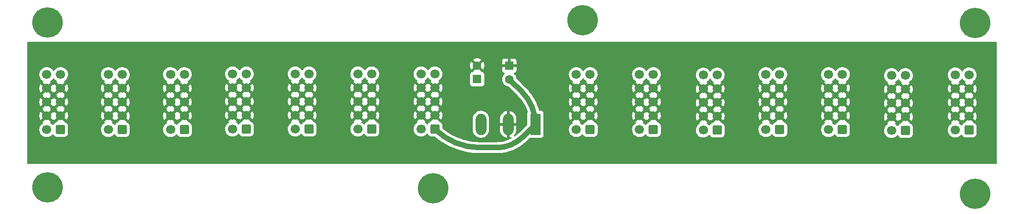
<source format=gbr>
%TF.GenerationSoftware,KiCad,Pcbnew,6.0.11+dfsg-1~bpo11+1*%
%TF.CreationDate,2023-04-21T11:36:43+08:00*%
%TF.ProjectId,EuroPowerBoard,4575726f-506f-4776-9572-426f6172642e,rev?*%
%TF.SameCoordinates,Original*%
%TF.FileFunction,Copper,L2,Bot*%
%TF.FilePolarity,Positive*%
%FSLAX46Y46*%
G04 Gerber Fmt 4.6, Leading zero omitted, Abs format (unit mm)*
G04 Created by KiCad (PCBNEW 6.0.11+dfsg-1~bpo11+1) date 2023-04-21 11:36:43*
%MOMM*%
%LPD*%
G01*
G04 APERTURE LIST*
G04 Aperture macros list*
%AMRoundRect*
0 Rectangle with rounded corners*
0 $1 Rounding radius*
0 $2 $3 $4 $5 $6 $7 $8 $9 X,Y pos of 4 corners*
0 Add a 4 corners polygon primitive as box body*
4,1,4,$2,$3,$4,$5,$6,$7,$8,$9,$2,$3,0*
0 Add four circle primitives for the rounded corners*
1,1,$1+$1,$2,$3*
1,1,$1+$1,$4,$5*
1,1,$1+$1,$6,$7*
1,1,$1+$1,$8,$9*
0 Add four rect primitives between the rounded corners*
20,1,$1+$1,$2,$3,$4,$5,0*
20,1,$1+$1,$4,$5,$6,$7,0*
20,1,$1+$1,$6,$7,$8,$9,0*
20,1,$1+$1,$8,$9,$2,$3,0*%
G04 Aperture macros list end*
%TA.AperFunction,ComponentPad*%
%ADD10C,3.600000*%
%TD*%
%TA.AperFunction,ConnectorPad*%
%ADD11C,5.600000*%
%TD*%
%TA.AperFunction,ComponentPad*%
%ADD12C,1.700000*%
%TD*%
%TA.AperFunction,ComponentPad*%
%ADD13RoundRect,0.250000X0.600000X0.600000X-0.600000X0.600000X-0.600000X-0.600000X0.600000X-0.600000X0*%
%TD*%
%TA.AperFunction,ComponentPad*%
%ADD14O,1.980000X3.960000*%
%TD*%
%TA.AperFunction,ComponentPad*%
%ADD15R,1.980000X3.960000*%
%TD*%
%TA.AperFunction,ComponentPad*%
%ADD16R,1.600000X1.600000*%
%TD*%
%TA.AperFunction,ComponentPad*%
%ADD17C,1.600000*%
%TD*%
%TA.AperFunction,Conductor*%
%ADD18C,1.000000*%
%TD*%
G04 APERTURE END LIST*
D10*
%TO.P,H5,1*%
%TO.N,N/C*%
X112500000Y-81000000D03*
D11*
X112500000Y-81000000D03*
%TD*%
D12*
%TO.P,J7,10,Pin_10*%
%TO.N,+12V*%
X162112500Y-60120000D03*
%TO.P,J7,9,Pin_9*%
X164652500Y-60120000D03*
%TO.P,J7,8,Pin_8*%
%TO.N,GND*%
X162112500Y-62660000D03*
%TO.P,J7,7,Pin_7*%
X164652500Y-62660000D03*
%TO.P,J7,6,Pin_6*%
X162112500Y-65200000D03*
%TO.P,J7,5,Pin_5*%
X164652500Y-65200000D03*
%TO.P,J7,4,Pin_4*%
X162112500Y-67740000D03*
%TO.P,J7,3,Pin_3*%
X164652500Y-67740000D03*
%TO.P,J7,2,Pin_2*%
%TO.N,-12V*%
X162112500Y-70280000D03*
D13*
%TO.P,J7,1,Pin_1*%
X164652500Y-70280000D03*
%TD*%
D12*
%TO.P,J6,10,Pin_10*%
%TO.N,+12V*%
X173612500Y-60020000D03*
%TO.P,J6,9,Pin_9*%
X176152500Y-60020000D03*
%TO.P,J6,8,Pin_8*%
%TO.N,GND*%
X173612500Y-62560000D03*
%TO.P,J6,7,Pin_7*%
X176152500Y-62560000D03*
%TO.P,J6,6,Pin_6*%
X173612500Y-65100000D03*
%TO.P,J6,5,Pin_5*%
X176152500Y-65100000D03*
%TO.P,J6,4,Pin_4*%
X173612500Y-67640000D03*
%TO.P,J6,3,Pin_3*%
X176152500Y-67640000D03*
%TO.P,J6,2,Pin_2*%
%TO.N,-12V*%
X173612500Y-70180000D03*
D13*
%TO.P,J6,1,Pin_1*%
X176152500Y-70180000D03*
%TD*%
%TO.P,J4,1,Pin_1*%
%TO.N,-12V*%
X141352500Y-70180000D03*
D12*
%TO.P,J4,2,Pin_2*%
X138812500Y-70180000D03*
%TO.P,J4,3,Pin_3*%
%TO.N,GND*%
X141352500Y-67640000D03*
%TO.P,J4,4,Pin_4*%
X138812500Y-67640000D03*
%TO.P,J4,5,Pin_5*%
X141352500Y-65100000D03*
%TO.P,J4,6,Pin_6*%
X138812500Y-65100000D03*
%TO.P,J4,7,Pin_7*%
X141352500Y-62560000D03*
%TO.P,J4,8,Pin_8*%
X138812500Y-62560000D03*
%TO.P,J4,9,Pin_9*%
%TO.N,+12V*%
X141352500Y-60020000D03*
%TO.P,J4,10,Pin_10*%
X138812500Y-60020000D03*
%TD*%
%TO.P,J1,10,Pin_10*%
%TO.N,+12V*%
X110312500Y-59920000D03*
%TO.P,J1,9,Pin_9*%
X112852500Y-59920000D03*
%TO.P,J1,8,Pin_8*%
%TO.N,GND*%
X110312500Y-62460000D03*
%TO.P,J1,7,Pin_7*%
X112852500Y-62460000D03*
%TO.P,J1,6,Pin_6*%
X110312500Y-65000000D03*
%TO.P,J1,5,Pin_5*%
X112852500Y-65000000D03*
%TO.P,J1,4,Pin_4*%
X110312500Y-67540000D03*
%TO.P,J1,3,Pin_3*%
X112852500Y-67540000D03*
%TO.P,J1,2,Pin_2*%
%TO.N,-12V*%
X110312500Y-70080000D03*
D13*
%TO.P,J1,1,Pin_1*%
X112852500Y-70080000D03*
%TD*%
%TO.P,J9,1,Pin_1*%
%TO.N,-12V*%
X199205000Y-70360000D03*
D12*
%TO.P,J9,2,Pin_2*%
X196665000Y-70360000D03*
%TO.P,J9,3,Pin_3*%
%TO.N,GND*%
X199205000Y-67820000D03*
%TO.P,J9,4,Pin_4*%
X196665000Y-67820000D03*
%TO.P,J9,5,Pin_5*%
X199205000Y-65280000D03*
%TO.P,J9,6,Pin_6*%
X196665000Y-65280000D03*
%TO.P,J9,7,Pin_7*%
X199205000Y-62740000D03*
%TO.P,J9,8,Pin_8*%
X196665000Y-62740000D03*
%TO.P,J9,9,Pin_9*%
%TO.N,+12V*%
X199205000Y-60200000D03*
%TO.P,J9,10,Pin_10*%
X196665000Y-60200000D03*
%TD*%
%TO.P,J8,10,Pin_10*%
%TO.N,+12V*%
X52912500Y-60020000D03*
%TO.P,J8,9,Pin_9*%
X55452500Y-60020000D03*
%TO.P,J8,8,Pin_8*%
%TO.N,GND*%
X52912500Y-62560000D03*
%TO.P,J8,7,Pin_7*%
X55452500Y-62560000D03*
%TO.P,J8,6,Pin_6*%
X52912500Y-65100000D03*
%TO.P,J8,5,Pin_5*%
X55452500Y-65100000D03*
%TO.P,J8,4,Pin_4*%
X52912500Y-67640000D03*
%TO.P,J8,3,Pin_3*%
X55452500Y-67640000D03*
%TO.P,J8,2,Pin_2*%
%TO.N,-12V*%
X52912500Y-70180000D03*
D13*
%TO.P,J8,1,Pin_1*%
X55452500Y-70180000D03*
%TD*%
D12*
%TO.P,J5,10,Pin_10*%
%TO.N,+12V*%
X98712500Y-59920000D03*
%TO.P,J5,9,Pin_9*%
X101252500Y-59920000D03*
%TO.P,J5,8,Pin_8*%
%TO.N,GND*%
X98712500Y-62460000D03*
%TO.P,J5,7,Pin_7*%
X101252500Y-62460000D03*
%TO.P,J5,6,Pin_6*%
X98712500Y-65000000D03*
%TO.P,J5,5,Pin_5*%
X101252500Y-65000000D03*
%TO.P,J5,4,Pin_4*%
X98712500Y-67540000D03*
%TO.P,J5,3,Pin_3*%
X101252500Y-67540000D03*
%TO.P,J5,2,Pin_2*%
%TO.N,-12V*%
X98712500Y-70080000D03*
D13*
%TO.P,J5,1,Pin_1*%
X101252500Y-70080000D03*
%TD*%
D14*
%TO.P,J3,3,Pin_3*%
%TO.N,+12V*%
X121300000Y-69190000D03*
%TO.P,J3,2,Pin_2*%
%TO.N,GND*%
X126300000Y-69190000D03*
D15*
%TO.P,J3,1,Pin_1*%
%TO.N,-12V*%
X131300000Y-69190000D03*
%TD*%
D13*
%TO.P,J2,1,Pin_1*%
%TO.N,-12V*%
X187652500Y-70180000D03*
D12*
%TO.P,J2,2,Pin_2*%
X185112500Y-70180000D03*
%TO.P,J2,3,Pin_3*%
%TO.N,GND*%
X187652500Y-67640000D03*
%TO.P,J2,4,Pin_4*%
X185112500Y-67640000D03*
%TO.P,J2,5,Pin_5*%
X187652500Y-65100000D03*
%TO.P,J2,6,Pin_6*%
X185112500Y-65100000D03*
%TO.P,J2,7,Pin_7*%
X187652500Y-62560000D03*
%TO.P,J2,8,Pin_8*%
X185112500Y-62560000D03*
%TO.P,J2,9,Pin_9*%
%TO.N,+12V*%
X187652500Y-60020000D03*
%TO.P,J2,10,Pin_10*%
X185112500Y-60020000D03*
%TD*%
D11*
%TO.P,H6,1*%
%TO.N,N/C*%
X140000000Y-50000000D03*
D10*
X140000000Y-50000000D03*
%TD*%
%TO.P,H4,1*%
%TO.N,N/C*%
X212000000Y-50500000D03*
D11*
X212000000Y-50500000D03*
%TD*%
D10*
%TO.P,H3,1*%
%TO.N,N/C*%
X212000000Y-82000000D03*
D11*
X212000000Y-82000000D03*
%TD*%
D10*
%TO.P,H2,1*%
%TO.N,N/C*%
X41750000Y-80800000D03*
D11*
X41750000Y-80800000D03*
%TD*%
D10*
%TO.P,H1,1*%
%TO.N,N/C*%
X41750000Y-50450000D03*
D11*
X41750000Y-50450000D03*
%TD*%
D12*
%TO.P,J15,10,Pin_10*%
%TO.N,+12V*%
X87212500Y-59920000D03*
%TO.P,J15,9,Pin_9*%
X89752500Y-59920000D03*
%TO.P,J15,8,Pin_8*%
%TO.N,GND*%
X87212500Y-62460000D03*
%TO.P,J15,7,Pin_7*%
X89752500Y-62460000D03*
%TO.P,J15,6,Pin_6*%
X87212500Y-65000000D03*
%TO.P,J15,5,Pin_5*%
X89752500Y-65000000D03*
%TO.P,J15,4,Pin_4*%
X87212500Y-67540000D03*
%TO.P,J15,3,Pin_3*%
X89752500Y-67540000D03*
%TO.P,J15,2,Pin_2*%
%TO.N,-12V*%
X87212500Y-70080000D03*
D13*
%TO.P,J15,1,Pin_1*%
X89752500Y-70080000D03*
%TD*%
D12*
%TO.P,J14,10,Pin_10*%
%TO.N,+12V*%
X41612500Y-60020000D03*
%TO.P,J14,9,Pin_9*%
X44152500Y-60020000D03*
%TO.P,J14,8,Pin_8*%
%TO.N,GND*%
X41612500Y-62560000D03*
%TO.P,J14,7,Pin_7*%
X44152500Y-62560000D03*
%TO.P,J14,6,Pin_6*%
X41612500Y-65100000D03*
%TO.P,J14,5,Pin_5*%
X44152500Y-65100000D03*
%TO.P,J14,4,Pin_4*%
X41612500Y-67640000D03*
%TO.P,J14,3,Pin_3*%
X44152500Y-67640000D03*
%TO.P,J14,2,Pin_2*%
%TO.N,-12V*%
X41612500Y-70180000D03*
D13*
%TO.P,J14,1,Pin_1*%
X44152500Y-70180000D03*
%TD*%
D12*
%TO.P,J13,10,Pin_10*%
%TO.N,+12V*%
X75712500Y-59920000D03*
%TO.P,J13,9,Pin_9*%
X78252500Y-59920000D03*
%TO.P,J13,8,Pin_8*%
%TO.N,GND*%
X75712500Y-62460000D03*
%TO.P,J13,7,Pin_7*%
X78252500Y-62460000D03*
%TO.P,J13,6,Pin_6*%
X75712500Y-65000000D03*
%TO.P,J13,5,Pin_5*%
X78252500Y-65000000D03*
%TO.P,J13,4,Pin_4*%
X75712500Y-67540000D03*
%TO.P,J13,3,Pin_3*%
X78252500Y-67540000D03*
%TO.P,J13,2,Pin_2*%
%TO.N,-12V*%
X75712500Y-70080000D03*
D13*
%TO.P,J13,1,Pin_1*%
X78252500Y-70080000D03*
%TD*%
%TO.P,J12,1,Pin_1*%
%TO.N,-12V*%
X152952500Y-70180000D03*
D12*
%TO.P,J12,2,Pin_2*%
X150412500Y-70180000D03*
%TO.P,J12,3,Pin_3*%
%TO.N,GND*%
X152952500Y-67640000D03*
%TO.P,J12,4,Pin_4*%
X150412500Y-67640000D03*
%TO.P,J12,5,Pin_5*%
X152952500Y-65100000D03*
%TO.P,J12,6,Pin_6*%
X150412500Y-65100000D03*
%TO.P,J12,7,Pin_7*%
X152952500Y-62560000D03*
%TO.P,J12,8,Pin_8*%
X150412500Y-62560000D03*
%TO.P,J12,9,Pin_9*%
%TO.N,+12V*%
X152952500Y-60020000D03*
%TO.P,J12,10,Pin_10*%
X150412500Y-60020000D03*
%TD*%
%TO.P,J11,10,Pin_10*%
%TO.N,+12V*%
X64312500Y-60020000D03*
%TO.P,J11,9,Pin_9*%
X66852500Y-60020000D03*
%TO.P,J11,8,Pin_8*%
%TO.N,GND*%
X64312500Y-62560000D03*
%TO.P,J11,7,Pin_7*%
X66852500Y-62560000D03*
%TO.P,J11,6,Pin_6*%
X64312500Y-65100000D03*
%TO.P,J11,5,Pin_5*%
X66852500Y-65100000D03*
%TO.P,J11,4,Pin_4*%
X64312500Y-67640000D03*
%TO.P,J11,3,Pin_3*%
X66852500Y-67640000D03*
%TO.P,J11,2,Pin_2*%
%TO.N,-12V*%
X64312500Y-70180000D03*
D13*
%TO.P,J11,1,Pin_1*%
X66852500Y-70180000D03*
%TD*%
%TO.P,J10,1,Pin_1*%
%TO.N,-12V*%
X210905000Y-70260000D03*
D12*
%TO.P,J10,2,Pin_2*%
X208365000Y-70260000D03*
%TO.P,J10,3,Pin_3*%
%TO.N,GND*%
X210905000Y-67720000D03*
%TO.P,J10,4,Pin_4*%
X208365000Y-67720000D03*
%TO.P,J10,5,Pin_5*%
X210905000Y-65180000D03*
%TO.P,J10,6,Pin_6*%
X208365000Y-65180000D03*
%TO.P,J10,7,Pin_7*%
X210905000Y-62640000D03*
%TO.P,J10,8,Pin_8*%
X208365000Y-62640000D03*
%TO.P,J10,9,Pin_9*%
%TO.N,+12V*%
X210905000Y-60100000D03*
%TO.P,J10,10,Pin_10*%
X208365000Y-60100000D03*
%TD*%
D16*
%TO.P,C2,1*%
%TO.N,GND*%
X126505000Y-58394888D03*
D17*
%TO.P,C2,2*%
%TO.N,-12V*%
X126505000Y-60894888D03*
%TD*%
%TO.P,C1,2*%
%TO.N,GND*%
X120605000Y-58370452D03*
D16*
%TO.P,C1,1*%
%TO.N,+12V*%
X120605000Y-60870452D03*
%TD*%
D18*
%TO.N,-12V*%
X131300000Y-69190000D02*
X128927473Y-71562527D01*
X124250000Y-73500013D02*
G75*
G03*
X128927473Y-71562527I0J6614913D01*
G01*
X124250000Y-73500000D02*
X121109110Y-73500000D01*
X112852497Y-70080003D02*
G75*
G03*
X121109110Y-73500000I8256603J8256603D01*
G01*
X126505000Y-60894888D02*
X128825047Y-63214935D01*
X131300005Y-69190000D02*
G75*
G03*
X128825047Y-63214935I-8450005J0D01*
G01*
%TD*%
%TA.AperFunction,Conductor*%
%TO.N,GND*%
G36*
X215942121Y-54020002D02*
G01*
X215988614Y-54073658D01*
X216000000Y-54126000D01*
X216000000Y-76374000D01*
X215979998Y-76442121D01*
X215926342Y-76488614D01*
X215874000Y-76500000D01*
X38126000Y-76500000D01*
X38057879Y-76479998D01*
X38011386Y-76426342D01*
X38000000Y-76374000D01*
X38000000Y-70146695D01*
X40249751Y-70146695D01*
X40250048Y-70151848D01*
X40250048Y-70151851D01*
X40260427Y-70331851D01*
X40262610Y-70369715D01*
X40263747Y-70374761D01*
X40263748Y-70374767D01*
X40282174Y-70456527D01*
X40311722Y-70587639D01*
X40395766Y-70794616D01*
X40430497Y-70851292D01*
X40508769Y-70979020D01*
X40512487Y-70985088D01*
X40658750Y-71153938D01*
X40830626Y-71296632D01*
X41023500Y-71409338D01*
X41028325Y-71411180D01*
X41028326Y-71411181D01*
X41071129Y-71427526D01*
X41232192Y-71489030D01*
X41237260Y-71490061D01*
X41237263Y-71490062D01*
X41332008Y-71509338D01*
X41451097Y-71533567D01*
X41456272Y-71533757D01*
X41456274Y-71533757D01*
X41669173Y-71541564D01*
X41669177Y-71541564D01*
X41674337Y-71541753D01*
X41679457Y-71541097D01*
X41679459Y-71541097D01*
X41890788Y-71514025D01*
X41890789Y-71514025D01*
X41895916Y-71513368D01*
X41969869Y-71491181D01*
X42104929Y-71450661D01*
X42104934Y-71450659D01*
X42109884Y-71449174D01*
X42310494Y-71350896D01*
X42492360Y-71221173D01*
X42509648Y-71203946D01*
X42599044Y-71114861D01*
X42650596Y-71063489D01*
X42651171Y-71064066D01*
X42706891Y-71027562D01*
X42777885Y-71026939D01*
X42837946Y-71064796D01*
X42857551Y-71094691D01*
X42858633Y-71097000D01*
X42860950Y-71103946D01*
X42954022Y-71254348D01*
X42959204Y-71259521D01*
X42993069Y-71293327D01*
X43079197Y-71379305D01*
X43085427Y-71383145D01*
X43085428Y-71383146D01*
X43222590Y-71467694D01*
X43229762Y-71472115D01*
X43281688Y-71489338D01*
X43391111Y-71525632D01*
X43391113Y-71525632D01*
X43397639Y-71527797D01*
X43404475Y-71528497D01*
X43404478Y-71528498D01*
X43443872Y-71532534D01*
X43502100Y-71538500D01*
X44802900Y-71538500D01*
X44806146Y-71538163D01*
X44806150Y-71538163D01*
X44901808Y-71528238D01*
X44901812Y-71528237D01*
X44908666Y-71527526D01*
X44915202Y-71525345D01*
X44915204Y-71525345D01*
X45047306Y-71481272D01*
X45076446Y-71471550D01*
X45226848Y-71378478D01*
X45351805Y-71253303D01*
X45357499Y-71244066D01*
X45440775Y-71108968D01*
X45440776Y-71108966D01*
X45444615Y-71102738D01*
X45471597Y-71021389D01*
X45498132Y-70941389D01*
X45498132Y-70941387D01*
X45500297Y-70934861D01*
X45504417Y-70894655D01*
X45509874Y-70841389D01*
X45511000Y-70830400D01*
X45511000Y-70146695D01*
X51549751Y-70146695D01*
X51550048Y-70151848D01*
X51550048Y-70151851D01*
X51560427Y-70331851D01*
X51562610Y-70369715D01*
X51563747Y-70374761D01*
X51563748Y-70374767D01*
X51582174Y-70456527D01*
X51611722Y-70587639D01*
X51695766Y-70794616D01*
X51730497Y-70851292D01*
X51808769Y-70979020D01*
X51812487Y-70985088D01*
X51958750Y-71153938D01*
X52130626Y-71296632D01*
X52323500Y-71409338D01*
X52328325Y-71411180D01*
X52328326Y-71411181D01*
X52371129Y-71427526D01*
X52532192Y-71489030D01*
X52537260Y-71490061D01*
X52537263Y-71490062D01*
X52632008Y-71509338D01*
X52751097Y-71533567D01*
X52756272Y-71533757D01*
X52756274Y-71533757D01*
X52969173Y-71541564D01*
X52969177Y-71541564D01*
X52974337Y-71541753D01*
X52979457Y-71541097D01*
X52979459Y-71541097D01*
X53190788Y-71514025D01*
X53190789Y-71514025D01*
X53195916Y-71513368D01*
X53269869Y-71491181D01*
X53404929Y-71450661D01*
X53404934Y-71450659D01*
X53409884Y-71449174D01*
X53610494Y-71350896D01*
X53792360Y-71221173D01*
X53809648Y-71203946D01*
X53899044Y-71114861D01*
X53950596Y-71063489D01*
X53951171Y-71064066D01*
X54006891Y-71027562D01*
X54077885Y-71026939D01*
X54137946Y-71064796D01*
X54157551Y-71094691D01*
X54158633Y-71097000D01*
X54160950Y-71103946D01*
X54254022Y-71254348D01*
X54259204Y-71259521D01*
X54293069Y-71293327D01*
X54379197Y-71379305D01*
X54385427Y-71383145D01*
X54385428Y-71383146D01*
X54522590Y-71467694D01*
X54529762Y-71472115D01*
X54581688Y-71489338D01*
X54691111Y-71525632D01*
X54691113Y-71525632D01*
X54697639Y-71527797D01*
X54704475Y-71528497D01*
X54704478Y-71528498D01*
X54743872Y-71532534D01*
X54802100Y-71538500D01*
X56102900Y-71538500D01*
X56106146Y-71538163D01*
X56106150Y-71538163D01*
X56201808Y-71528238D01*
X56201812Y-71528237D01*
X56208666Y-71527526D01*
X56215202Y-71525345D01*
X56215204Y-71525345D01*
X56347306Y-71481272D01*
X56376446Y-71471550D01*
X56526848Y-71378478D01*
X56651805Y-71253303D01*
X56657499Y-71244066D01*
X56740775Y-71108968D01*
X56740776Y-71108966D01*
X56744615Y-71102738D01*
X56771597Y-71021389D01*
X56798132Y-70941389D01*
X56798132Y-70941387D01*
X56800297Y-70934861D01*
X56804417Y-70894655D01*
X56809874Y-70841389D01*
X56811000Y-70830400D01*
X56811000Y-70146695D01*
X62949751Y-70146695D01*
X62950048Y-70151848D01*
X62950048Y-70151851D01*
X62960427Y-70331851D01*
X62962610Y-70369715D01*
X62963747Y-70374761D01*
X62963748Y-70374767D01*
X62982174Y-70456527D01*
X63011722Y-70587639D01*
X63095766Y-70794616D01*
X63130497Y-70851292D01*
X63208769Y-70979020D01*
X63212487Y-70985088D01*
X63358750Y-71153938D01*
X63530626Y-71296632D01*
X63723500Y-71409338D01*
X63728325Y-71411180D01*
X63728326Y-71411181D01*
X63771129Y-71427526D01*
X63932192Y-71489030D01*
X63937260Y-71490061D01*
X63937263Y-71490062D01*
X64032008Y-71509338D01*
X64151097Y-71533567D01*
X64156272Y-71533757D01*
X64156274Y-71533757D01*
X64369173Y-71541564D01*
X64369177Y-71541564D01*
X64374337Y-71541753D01*
X64379457Y-71541097D01*
X64379459Y-71541097D01*
X64590788Y-71514025D01*
X64590789Y-71514025D01*
X64595916Y-71513368D01*
X64669869Y-71491181D01*
X64804929Y-71450661D01*
X64804934Y-71450659D01*
X64809884Y-71449174D01*
X65010494Y-71350896D01*
X65192360Y-71221173D01*
X65209648Y-71203946D01*
X65299044Y-71114861D01*
X65350596Y-71063489D01*
X65351171Y-71064066D01*
X65406891Y-71027562D01*
X65477885Y-71026939D01*
X65537946Y-71064796D01*
X65557551Y-71094691D01*
X65558633Y-71097000D01*
X65560950Y-71103946D01*
X65654022Y-71254348D01*
X65659204Y-71259521D01*
X65693069Y-71293327D01*
X65779197Y-71379305D01*
X65785427Y-71383145D01*
X65785428Y-71383146D01*
X65922590Y-71467694D01*
X65929762Y-71472115D01*
X65981688Y-71489338D01*
X66091111Y-71525632D01*
X66091113Y-71525632D01*
X66097639Y-71527797D01*
X66104475Y-71528497D01*
X66104478Y-71528498D01*
X66143872Y-71532534D01*
X66202100Y-71538500D01*
X67502900Y-71538500D01*
X67506146Y-71538163D01*
X67506150Y-71538163D01*
X67601808Y-71528238D01*
X67601812Y-71528237D01*
X67608666Y-71527526D01*
X67615202Y-71525345D01*
X67615204Y-71525345D01*
X67747306Y-71481272D01*
X67776446Y-71471550D01*
X67926848Y-71378478D01*
X68051805Y-71253303D01*
X68057499Y-71244066D01*
X68140775Y-71108968D01*
X68140776Y-71108966D01*
X68144615Y-71102738D01*
X68171597Y-71021389D01*
X68198132Y-70941389D01*
X68198132Y-70941387D01*
X68200297Y-70934861D01*
X68204417Y-70894655D01*
X68209874Y-70841389D01*
X68211000Y-70830400D01*
X68211000Y-70046695D01*
X74349751Y-70046695D01*
X74350048Y-70051848D01*
X74350048Y-70051851D01*
X74360427Y-70231851D01*
X74362610Y-70269715D01*
X74363747Y-70274761D01*
X74363748Y-70274767D01*
X74374294Y-70321562D01*
X74411722Y-70487639D01*
X74495766Y-70694616D01*
X74519654Y-70733598D01*
X74608769Y-70879020D01*
X74612487Y-70885088D01*
X74758750Y-71053938D01*
X74930626Y-71196632D01*
X75123500Y-71309338D01*
X75128325Y-71311180D01*
X75128326Y-71311181D01*
X75170339Y-71327224D01*
X75332192Y-71389030D01*
X75337260Y-71390061D01*
X75337263Y-71390062D01*
X75426892Y-71408297D01*
X75551097Y-71433567D01*
X75556272Y-71433757D01*
X75556274Y-71433757D01*
X75769173Y-71441564D01*
X75769177Y-71441564D01*
X75774337Y-71441753D01*
X75779457Y-71441097D01*
X75779459Y-71441097D01*
X75990788Y-71414025D01*
X75990789Y-71414025D01*
X75995916Y-71413368D01*
X76009349Y-71409338D01*
X76204929Y-71350661D01*
X76204934Y-71350659D01*
X76209884Y-71349174D01*
X76410494Y-71250896D01*
X76592360Y-71121173D01*
X76609648Y-71103946D01*
X76699044Y-71014861D01*
X76750596Y-70963489D01*
X76751171Y-70964066D01*
X76806891Y-70927562D01*
X76877885Y-70926939D01*
X76937946Y-70964796D01*
X76957551Y-70994691D01*
X76958633Y-70997000D01*
X76960950Y-71003946D01*
X77054022Y-71154348D01*
X77059204Y-71159521D01*
X77093069Y-71193327D01*
X77179197Y-71279305D01*
X77185427Y-71283145D01*
X77185428Y-71283146D01*
X77322590Y-71367694D01*
X77329762Y-71372115D01*
X77383871Y-71390062D01*
X77491111Y-71425632D01*
X77491113Y-71425632D01*
X77497639Y-71427797D01*
X77504475Y-71428497D01*
X77504478Y-71428498D01*
X77543872Y-71432534D01*
X77602100Y-71438500D01*
X78902900Y-71438500D01*
X78906146Y-71438163D01*
X78906150Y-71438163D01*
X79001808Y-71428238D01*
X79001812Y-71428237D01*
X79008666Y-71427526D01*
X79015202Y-71425345D01*
X79015204Y-71425345D01*
X79147306Y-71381272D01*
X79176446Y-71371550D01*
X79326848Y-71278478D01*
X79451805Y-71153303D01*
X79457499Y-71144066D01*
X79540775Y-71008968D01*
X79540776Y-71008966D01*
X79544615Y-71002738D01*
X79600297Y-70834861D01*
X79602470Y-70813659D01*
X79606694Y-70772425D01*
X79611000Y-70730400D01*
X79611000Y-70046695D01*
X85849751Y-70046695D01*
X85850048Y-70051848D01*
X85850048Y-70051851D01*
X85860427Y-70231851D01*
X85862610Y-70269715D01*
X85863747Y-70274761D01*
X85863748Y-70274767D01*
X85874294Y-70321562D01*
X85911722Y-70487639D01*
X85995766Y-70694616D01*
X86019654Y-70733598D01*
X86108769Y-70879020D01*
X86112487Y-70885088D01*
X86258750Y-71053938D01*
X86430626Y-71196632D01*
X86623500Y-71309338D01*
X86628325Y-71311180D01*
X86628326Y-71311181D01*
X86670339Y-71327224D01*
X86832192Y-71389030D01*
X86837260Y-71390061D01*
X86837263Y-71390062D01*
X86926892Y-71408297D01*
X87051097Y-71433567D01*
X87056272Y-71433757D01*
X87056274Y-71433757D01*
X87269173Y-71441564D01*
X87269177Y-71441564D01*
X87274337Y-71441753D01*
X87279457Y-71441097D01*
X87279459Y-71441097D01*
X87490788Y-71414025D01*
X87490789Y-71414025D01*
X87495916Y-71413368D01*
X87509349Y-71409338D01*
X87704929Y-71350661D01*
X87704934Y-71350659D01*
X87709884Y-71349174D01*
X87910494Y-71250896D01*
X88092360Y-71121173D01*
X88109648Y-71103946D01*
X88199044Y-71014861D01*
X88250596Y-70963489D01*
X88251171Y-70964066D01*
X88306891Y-70927562D01*
X88377885Y-70926939D01*
X88437946Y-70964796D01*
X88457551Y-70994691D01*
X88458633Y-70997000D01*
X88460950Y-71003946D01*
X88554022Y-71154348D01*
X88559204Y-71159521D01*
X88593069Y-71193327D01*
X88679197Y-71279305D01*
X88685427Y-71283145D01*
X88685428Y-71283146D01*
X88822590Y-71367694D01*
X88829762Y-71372115D01*
X88883871Y-71390062D01*
X88991111Y-71425632D01*
X88991113Y-71425632D01*
X88997639Y-71427797D01*
X89004475Y-71428497D01*
X89004478Y-71428498D01*
X89043872Y-71432534D01*
X89102100Y-71438500D01*
X90402900Y-71438500D01*
X90406146Y-71438163D01*
X90406150Y-71438163D01*
X90501808Y-71428238D01*
X90501812Y-71428237D01*
X90508666Y-71427526D01*
X90515202Y-71425345D01*
X90515204Y-71425345D01*
X90647306Y-71381272D01*
X90676446Y-71371550D01*
X90826848Y-71278478D01*
X90951805Y-71153303D01*
X90957499Y-71144066D01*
X91040775Y-71008968D01*
X91040776Y-71008966D01*
X91044615Y-71002738D01*
X91100297Y-70834861D01*
X91102470Y-70813659D01*
X91106694Y-70772425D01*
X91111000Y-70730400D01*
X91111000Y-70046695D01*
X97349751Y-70046695D01*
X97350048Y-70051848D01*
X97350048Y-70051851D01*
X97360427Y-70231851D01*
X97362610Y-70269715D01*
X97363747Y-70274761D01*
X97363748Y-70274767D01*
X97374294Y-70321562D01*
X97411722Y-70487639D01*
X97495766Y-70694616D01*
X97519654Y-70733598D01*
X97608769Y-70879020D01*
X97612487Y-70885088D01*
X97758750Y-71053938D01*
X97930626Y-71196632D01*
X98123500Y-71309338D01*
X98128325Y-71311180D01*
X98128326Y-71311181D01*
X98170339Y-71327224D01*
X98332192Y-71389030D01*
X98337260Y-71390061D01*
X98337263Y-71390062D01*
X98426892Y-71408297D01*
X98551097Y-71433567D01*
X98556272Y-71433757D01*
X98556274Y-71433757D01*
X98769173Y-71441564D01*
X98769177Y-71441564D01*
X98774337Y-71441753D01*
X98779457Y-71441097D01*
X98779459Y-71441097D01*
X98990788Y-71414025D01*
X98990789Y-71414025D01*
X98995916Y-71413368D01*
X99009349Y-71409338D01*
X99204929Y-71350661D01*
X99204934Y-71350659D01*
X99209884Y-71349174D01*
X99410494Y-71250896D01*
X99592360Y-71121173D01*
X99609648Y-71103946D01*
X99699044Y-71014861D01*
X99750596Y-70963489D01*
X99751171Y-70964066D01*
X99806891Y-70927562D01*
X99877885Y-70926939D01*
X99937946Y-70964796D01*
X99957551Y-70994691D01*
X99958633Y-70997000D01*
X99960950Y-71003946D01*
X100054022Y-71154348D01*
X100059204Y-71159521D01*
X100093069Y-71193327D01*
X100179197Y-71279305D01*
X100185427Y-71283145D01*
X100185428Y-71283146D01*
X100322590Y-71367694D01*
X100329762Y-71372115D01*
X100383871Y-71390062D01*
X100491111Y-71425632D01*
X100491113Y-71425632D01*
X100497639Y-71427797D01*
X100504475Y-71428497D01*
X100504478Y-71428498D01*
X100543872Y-71432534D01*
X100602100Y-71438500D01*
X101902900Y-71438500D01*
X101906146Y-71438163D01*
X101906150Y-71438163D01*
X102001808Y-71428238D01*
X102001812Y-71428237D01*
X102008666Y-71427526D01*
X102015202Y-71425345D01*
X102015204Y-71425345D01*
X102147306Y-71381272D01*
X102176446Y-71371550D01*
X102326848Y-71278478D01*
X102451805Y-71153303D01*
X102457499Y-71144066D01*
X102540775Y-71008968D01*
X102540776Y-71008966D01*
X102544615Y-71002738D01*
X102600297Y-70834861D01*
X102602470Y-70813659D01*
X102606694Y-70772425D01*
X102611000Y-70730400D01*
X102611000Y-70046695D01*
X108949751Y-70046695D01*
X108950048Y-70051848D01*
X108950048Y-70051851D01*
X108960427Y-70231851D01*
X108962610Y-70269715D01*
X108963747Y-70274761D01*
X108963748Y-70274767D01*
X108974294Y-70321562D01*
X109011722Y-70487639D01*
X109095766Y-70694616D01*
X109119654Y-70733598D01*
X109208769Y-70879020D01*
X109212487Y-70885088D01*
X109358750Y-71053938D01*
X109530626Y-71196632D01*
X109723500Y-71309338D01*
X109728325Y-71311180D01*
X109728326Y-71311181D01*
X109770339Y-71327224D01*
X109932192Y-71389030D01*
X109937260Y-71390061D01*
X109937263Y-71390062D01*
X110026892Y-71408297D01*
X110151097Y-71433567D01*
X110156272Y-71433757D01*
X110156274Y-71433757D01*
X110369173Y-71441564D01*
X110369177Y-71441564D01*
X110374337Y-71441753D01*
X110379457Y-71441097D01*
X110379459Y-71441097D01*
X110590788Y-71414025D01*
X110590789Y-71414025D01*
X110595916Y-71413368D01*
X110609349Y-71409338D01*
X110804929Y-71350661D01*
X110804934Y-71350659D01*
X110809884Y-71349174D01*
X111010494Y-71250896D01*
X111192360Y-71121173D01*
X111209648Y-71103946D01*
X111299044Y-71014861D01*
X111350596Y-70963489D01*
X111351171Y-70964066D01*
X111406891Y-70927562D01*
X111477885Y-70926939D01*
X111537946Y-70964796D01*
X111557551Y-70994691D01*
X111558633Y-70997000D01*
X111560950Y-71003946D01*
X111654022Y-71154348D01*
X111659204Y-71159521D01*
X111693069Y-71193327D01*
X111779197Y-71279305D01*
X111785427Y-71283145D01*
X111785428Y-71283146D01*
X111922590Y-71367694D01*
X111929762Y-71372115D01*
X111983871Y-71390062D01*
X112091111Y-71425632D01*
X112091113Y-71425632D01*
X112097639Y-71427797D01*
X112104475Y-71428497D01*
X112104478Y-71428498D01*
X112143872Y-71432534D01*
X112202100Y-71438500D01*
X112788329Y-71438500D01*
X112856450Y-71458502D01*
X112870158Y-71468688D01*
X113123373Y-71684954D01*
X113124672Y-71685951D01*
X113124676Y-71685954D01*
X113649136Y-72088387D01*
X113649153Y-72088399D01*
X113650431Y-72089380D01*
X113838238Y-72218456D01*
X114137921Y-72424422D01*
X114197934Y-72465668D01*
X114764379Y-72812786D01*
X115348215Y-73129783D01*
X115947841Y-73415790D01*
X116561614Y-73670022D01*
X117187851Y-73891784D01*
X117189431Y-73892252D01*
X117189434Y-73892253D01*
X117823242Y-74079995D01*
X117823248Y-74079997D01*
X117824836Y-74080467D01*
X118220816Y-74175534D01*
X118469231Y-74235173D01*
X118469238Y-74235175D01*
X118470823Y-74235555D01*
X118845832Y-74305058D01*
X119122427Y-74356322D01*
X119122439Y-74356324D01*
X119124042Y-74356621D01*
X119307946Y-74380832D01*
X119781059Y-74443119D01*
X119781066Y-74443120D01*
X119782701Y-74443335D01*
X120444996Y-74495458D01*
X121065787Y-74511714D01*
X121073820Y-74512325D01*
X121073822Y-74512299D01*
X121077321Y-74512544D01*
X121080816Y-74512985D01*
X121091039Y-74513128D01*
X121105588Y-74513331D01*
X121105591Y-74513331D01*
X121109111Y-74513380D01*
X121152750Y-74509101D01*
X121165047Y-74508500D01*
X124178278Y-74508500D01*
X124194056Y-74509492D01*
X124221705Y-74512985D01*
X124250000Y-74513380D01*
X124257923Y-74512603D01*
X124266063Y-74512072D01*
X124529343Y-74503453D01*
X124746826Y-74496333D01*
X124746834Y-74496333D01*
X124748865Y-74496266D01*
X124750903Y-74496065D01*
X124750907Y-74496065D01*
X125243524Y-74447546D01*
X125243528Y-74447546D01*
X125245594Y-74447342D01*
X125247634Y-74447005D01*
X125247643Y-74447004D01*
X125487985Y-74407323D01*
X125738060Y-74366035D01*
X126224154Y-74252693D01*
X126226113Y-74252099D01*
X126226127Y-74252095D01*
X126564278Y-74149517D01*
X126701793Y-74107802D01*
X126994987Y-73997451D01*
X127167014Y-73932704D01*
X127167023Y-73932700D01*
X127168934Y-73931981D01*
X127170792Y-73931139D01*
X127170802Y-73931135D01*
X127621690Y-73726838D01*
X127623575Y-73725984D01*
X128063770Y-73490694D01*
X128487634Y-73227116D01*
X128893351Y-72936381D01*
X129042988Y-72813576D01*
X129277592Y-72621040D01*
X129277600Y-72621033D01*
X129279184Y-72619733D01*
X129280685Y-72618327D01*
X129280700Y-72618314D01*
X129608186Y-72311587D01*
X129617076Y-72304004D01*
X129623758Y-72298820D01*
X129644044Y-72279091D01*
X129646263Y-72276390D01*
X129646269Y-72276383D01*
X129671869Y-72245216D01*
X129680138Y-72236097D01*
X130200829Y-71715405D01*
X130263142Y-71681380D01*
X130289925Y-71678500D01*
X132338134Y-71678500D01*
X132400316Y-71671745D01*
X132536705Y-71620615D01*
X132653261Y-71533261D01*
X132740615Y-71416705D01*
X132791745Y-71280316D01*
X132798500Y-71218134D01*
X132798500Y-70146695D01*
X137449751Y-70146695D01*
X137450048Y-70151848D01*
X137450048Y-70151851D01*
X137460427Y-70331851D01*
X137462610Y-70369715D01*
X137463747Y-70374761D01*
X137463748Y-70374767D01*
X137482174Y-70456527D01*
X137511722Y-70587639D01*
X137595766Y-70794616D01*
X137630497Y-70851292D01*
X137708769Y-70979020D01*
X137712487Y-70985088D01*
X137858750Y-71153938D01*
X138030626Y-71296632D01*
X138223500Y-71409338D01*
X138228325Y-71411180D01*
X138228326Y-71411181D01*
X138271129Y-71427526D01*
X138432192Y-71489030D01*
X138437260Y-71490061D01*
X138437263Y-71490062D01*
X138532008Y-71509338D01*
X138651097Y-71533567D01*
X138656272Y-71533757D01*
X138656274Y-71533757D01*
X138869173Y-71541564D01*
X138869177Y-71541564D01*
X138874337Y-71541753D01*
X138879457Y-71541097D01*
X138879459Y-71541097D01*
X139090788Y-71514025D01*
X139090789Y-71514025D01*
X139095916Y-71513368D01*
X139169869Y-71491181D01*
X139304929Y-71450661D01*
X139304934Y-71450659D01*
X139309884Y-71449174D01*
X139510494Y-71350896D01*
X139692360Y-71221173D01*
X139709648Y-71203946D01*
X139799044Y-71114861D01*
X139850596Y-71063489D01*
X139851171Y-71064066D01*
X139906891Y-71027562D01*
X139977885Y-71026939D01*
X140037946Y-71064796D01*
X140057551Y-71094691D01*
X140058633Y-71097000D01*
X140060950Y-71103946D01*
X140154022Y-71254348D01*
X140159204Y-71259521D01*
X140193069Y-71293327D01*
X140279197Y-71379305D01*
X140285427Y-71383145D01*
X140285428Y-71383146D01*
X140422590Y-71467694D01*
X140429762Y-71472115D01*
X140481688Y-71489338D01*
X140591111Y-71525632D01*
X140591113Y-71525632D01*
X140597639Y-71527797D01*
X140604475Y-71528497D01*
X140604478Y-71528498D01*
X140643872Y-71532534D01*
X140702100Y-71538500D01*
X142002900Y-71538500D01*
X142006146Y-71538163D01*
X142006150Y-71538163D01*
X142101808Y-71528238D01*
X142101812Y-71528237D01*
X142108666Y-71527526D01*
X142115202Y-71525345D01*
X142115204Y-71525345D01*
X142247306Y-71481272D01*
X142276446Y-71471550D01*
X142426848Y-71378478D01*
X142551805Y-71253303D01*
X142557499Y-71244066D01*
X142640775Y-71108968D01*
X142640776Y-71108966D01*
X142644615Y-71102738D01*
X142671597Y-71021389D01*
X142698132Y-70941389D01*
X142698132Y-70941387D01*
X142700297Y-70934861D01*
X142704417Y-70894655D01*
X142709874Y-70841389D01*
X142711000Y-70830400D01*
X142711000Y-70146695D01*
X149049751Y-70146695D01*
X149050048Y-70151848D01*
X149050048Y-70151851D01*
X149060427Y-70331851D01*
X149062610Y-70369715D01*
X149063747Y-70374761D01*
X149063748Y-70374767D01*
X149082174Y-70456527D01*
X149111722Y-70587639D01*
X149195766Y-70794616D01*
X149230497Y-70851292D01*
X149308769Y-70979020D01*
X149312487Y-70985088D01*
X149458750Y-71153938D01*
X149630626Y-71296632D01*
X149823500Y-71409338D01*
X149828325Y-71411180D01*
X149828326Y-71411181D01*
X149871129Y-71427526D01*
X150032192Y-71489030D01*
X150037260Y-71490061D01*
X150037263Y-71490062D01*
X150132008Y-71509338D01*
X150251097Y-71533567D01*
X150256272Y-71533757D01*
X150256274Y-71533757D01*
X150469173Y-71541564D01*
X150469177Y-71541564D01*
X150474337Y-71541753D01*
X150479457Y-71541097D01*
X150479459Y-71541097D01*
X150690788Y-71514025D01*
X150690789Y-71514025D01*
X150695916Y-71513368D01*
X150769869Y-71491181D01*
X150904929Y-71450661D01*
X150904934Y-71450659D01*
X150909884Y-71449174D01*
X151110494Y-71350896D01*
X151292360Y-71221173D01*
X151309648Y-71203946D01*
X151399044Y-71114861D01*
X151450596Y-71063489D01*
X151451171Y-71064066D01*
X151506891Y-71027562D01*
X151577885Y-71026939D01*
X151637946Y-71064796D01*
X151657551Y-71094691D01*
X151658633Y-71097000D01*
X151660950Y-71103946D01*
X151754022Y-71254348D01*
X151759204Y-71259521D01*
X151793069Y-71293327D01*
X151879197Y-71379305D01*
X151885427Y-71383145D01*
X151885428Y-71383146D01*
X152022590Y-71467694D01*
X152029762Y-71472115D01*
X152081688Y-71489338D01*
X152191111Y-71525632D01*
X152191113Y-71525632D01*
X152197639Y-71527797D01*
X152204475Y-71528497D01*
X152204478Y-71528498D01*
X152243872Y-71532534D01*
X152302100Y-71538500D01*
X153602900Y-71538500D01*
X153606146Y-71538163D01*
X153606150Y-71538163D01*
X153701808Y-71528238D01*
X153701812Y-71528237D01*
X153708666Y-71527526D01*
X153715202Y-71525345D01*
X153715204Y-71525345D01*
X153847306Y-71481272D01*
X153876446Y-71471550D01*
X154026848Y-71378478D01*
X154151805Y-71253303D01*
X154157499Y-71244066D01*
X154240775Y-71108968D01*
X154240776Y-71108966D01*
X154244615Y-71102738D01*
X154271597Y-71021389D01*
X154298132Y-70941389D01*
X154298132Y-70941387D01*
X154300297Y-70934861D01*
X154304417Y-70894655D01*
X154309874Y-70841389D01*
X154311000Y-70830400D01*
X154311000Y-70246695D01*
X160749751Y-70246695D01*
X160750048Y-70251848D01*
X160750048Y-70251851D01*
X160754661Y-70331851D01*
X160762610Y-70469715D01*
X160763747Y-70474761D01*
X160763748Y-70474767D01*
X160787804Y-70581508D01*
X160811722Y-70687639D01*
X160846150Y-70772425D01*
X160893482Y-70888990D01*
X160895766Y-70894616D01*
X160930497Y-70951292D01*
X160999605Y-71064066D01*
X161012487Y-71085088D01*
X161158750Y-71253938D01*
X161330626Y-71396632D01*
X161523500Y-71509338D01*
X161528325Y-71511180D01*
X161528326Y-71511181D01*
X161567345Y-71526081D01*
X161732192Y-71589030D01*
X161737260Y-71590061D01*
X161737263Y-71590062D01*
X161844517Y-71611883D01*
X161951097Y-71633567D01*
X161956272Y-71633757D01*
X161956274Y-71633757D01*
X162169173Y-71641564D01*
X162169177Y-71641564D01*
X162174337Y-71641753D01*
X162179457Y-71641097D01*
X162179459Y-71641097D01*
X162390788Y-71614025D01*
X162390789Y-71614025D01*
X162395916Y-71613368D01*
X162400866Y-71611883D01*
X162604929Y-71550661D01*
X162604934Y-71550659D01*
X162609884Y-71549174D01*
X162810494Y-71450896D01*
X162992360Y-71321173D01*
X163004237Y-71309338D01*
X163099189Y-71214717D01*
X163150596Y-71163489D01*
X163151171Y-71164066D01*
X163206891Y-71127562D01*
X163277885Y-71126939D01*
X163337946Y-71164796D01*
X163357551Y-71194691D01*
X163358633Y-71197000D01*
X163360950Y-71203946D01*
X163454022Y-71354348D01*
X163459204Y-71359521D01*
X163489798Y-71390062D01*
X163579197Y-71479305D01*
X163585427Y-71483145D01*
X163585428Y-71483146D01*
X163722590Y-71567694D01*
X163729762Y-71572115D01*
X163781688Y-71589338D01*
X163891111Y-71625632D01*
X163891113Y-71625632D01*
X163897639Y-71627797D01*
X163904475Y-71628497D01*
X163904478Y-71628498D01*
X163938894Y-71632024D01*
X164002100Y-71638500D01*
X165302900Y-71638500D01*
X165306146Y-71638163D01*
X165306150Y-71638163D01*
X165401808Y-71628238D01*
X165401812Y-71628237D01*
X165408666Y-71627526D01*
X165415202Y-71625345D01*
X165415204Y-71625345D01*
X165547306Y-71581272D01*
X165576446Y-71571550D01*
X165726848Y-71478478D01*
X165771845Y-71433403D01*
X165846634Y-71358483D01*
X165851805Y-71353303D01*
X165855755Y-71346895D01*
X165940775Y-71208968D01*
X165940776Y-71208966D01*
X165944615Y-71202738D01*
X165972877Y-71117529D01*
X165998132Y-71041389D01*
X165998132Y-71041387D01*
X166000297Y-71034861D01*
X166001678Y-71021389D01*
X166007476Y-70964796D01*
X166011000Y-70930400D01*
X166011000Y-70146695D01*
X172249751Y-70146695D01*
X172250048Y-70151848D01*
X172250048Y-70151851D01*
X172260427Y-70331851D01*
X172262610Y-70369715D01*
X172263747Y-70374761D01*
X172263748Y-70374767D01*
X172282174Y-70456527D01*
X172311722Y-70587639D01*
X172395766Y-70794616D01*
X172430497Y-70851292D01*
X172508769Y-70979020D01*
X172512487Y-70985088D01*
X172658750Y-71153938D01*
X172830626Y-71296632D01*
X173023500Y-71409338D01*
X173028325Y-71411180D01*
X173028326Y-71411181D01*
X173071129Y-71427526D01*
X173232192Y-71489030D01*
X173237260Y-71490061D01*
X173237263Y-71490062D01*
X173332008Y-71509338D01*
X173451097Y-71533567D01*
X173456272Y-71533757D01*
X173456274Y-71533757D01*
X173669173Y-71541564D01*
X173669177Y-71541564D01*
X173674337Y-71541753D01*
X173679457Y-71541097D01*
X173679459Y-71541097D01*
X173890788Y-71514025D01*
X173890789Y-71514025D01*
X173895916Y-71513368D01*
X173969869Y-71491181D01*
X174104929Y-71450661D01*
X174104934Y-71450659D01*
X174109884Y-71449174D01*
X174310494Y-71350896D01*
X174492360Y-71221173D01*
X174509648Y-71203946D01*
X174599044Y-71114861D01*
X174650596Y-71063489D01*
X174651171Y-71064066D01*
X174706891Y-71027562D01*
X174777885Y-71026939D01*
X174837946Y-71064796D01*
X174857551Y-71094691D01*
X174858633Y-71097000D01*
X174860950Y-71103946D01*
X174954022Y-71254348D01*
X174959204Y-71259521D01*
X174993069Y-71293327D01*
X175079197Y-71379305D01*
X175085427Y-71383145D01*
X175085428Y-71383146D01*
X175222590Y-71467694D01*
X175229762Y-71472115D01*
X175281688Y-71489338D01*
X175391111Y-71525632D01*
X175391113Y-71525632D01*
X175397639Y-71527797D01*
X175404475Y-71528497D01*
X175404478Y-71528498D01*
X175443872Y-71532534D01*
X175502100Y-71538500D01*
X176802900Y-71538500D01*
X176806146Y-71538163D01*
X176806150Y-71538163D01*
X176901808Y-71528238D01*
X176901812Y-71528237D01*
X176908666Y-71527526D01*
X176915202Y-71525345D01*
X176915204Y-71525345D01*
X177047306Y-71481272D01*
X177076446Y-71471550D01*
X177226848Y-71378478D01*
X177351805Y-71253303D01*
X177357499Y-71244066D01*
X177440775Y-71108968D01*
X177440776Y-71108966D01*
X177444615Y-71102738D01*
X177471597Y-71021389D01*
X177498132Y-70941389D01*
X177498132Y-70941387D01*
X177500297Y-70934861D01*
X177504417Y-70894655D01*
X177509874Y-70841389D01*
X177511000Y-70830400D01*
X177511000Y-70146695D01*
X183749751Y-70146695D01*
X183750048Y-70151848D01*
X183750048Y-70151851D01*
X183760427Y-70331851D01*
X183762610Y-70369715D01*
X183763747Y-70374761D01*
X183763748Y-70374767D01*
X183782174Y-70456527D01*
X183811722Y-70587639D01*
X183895766Y-70794616D01*
X183930497Y-70851292D01*
X184008769Y-70979020D01*
X184012487Y-70985088D01*
X184158750Y-71153938D01*
X184330626Y-71296632D01*
X184523500Y-71409338D01*
X184528325Y-71411180D01*
X184528326Y-71411181D01*
X184571129Y-71427526D01*
X184732192Y-71489030D01*
X184737260Y-71490061D01*
X184737263Y-71490062D01*
X184832008Y-71509338D01*
X184951097Y-71533567D01*
X184956272Y-71533757D01*
X184956274Y-71533757D01*
X185169173Y-71541564D01*
X185169177Y-71541564D01*
X185174337Y-71541753D01*
X185179457Y-71541097D01*
X185179459Y-71541097D01*
X185390788Y-71514025D01*
X185390789Y-71514025D01*
X185395916Y-71513368D01*
X185469869Y-71491181D01*
X185604929Y-71450661D01*
X185604934Y-71450659D01*
X185609884Y-71449174D01*
X185810494Y-71350896D01*
X185992360Y-71221173D01*
X186009648Y-71203946D01*
X186099044Y-71114861D01*
X186150596Y-71063489D01*
X186151171Y-71064066D01*
X186206891Y-71027562D01*
X186277885Y-71026939D01*
X186337946Y-71064796D01*
X186357551Y-71094691D01*
X186358633Y-71097000D01*
X186360950Y-71103946D01*
X186454022Y-71254348D01*
X186459204Y-71259521D01*
X186493069Y-71293327D01*
X186579197Y-71379305D01*
X186585427Y-71383145D01*
X186585428Y-71383146D01*
X186722590Y-71467694D01*
X186729762Y-71472115D01*
X186781688Y-71489338D01*
X186891111Y-71525632D01*
X186891113Y-71525632D01*
X186897639Y-71527797D01*
X186904475Y-71528497D01*
X186904478Y-71528498D01*
X186943872Y-71532534D01*
X187002100Y-71538500D01*
X188302900Y-71538500D01*
X188306146Y-71538163D01*
X188306150Y-71538163D01*
X188401808Y-71528238D01*
X188401812Y-71528237D01*
X188408666Y-71527526D01*
X188415202Y-71525345D01*
X188415204Y-71525345D01*
X188547306Y-71481272D01*
X188576446Y-71471550D01*
X188726848Y-71378478D01*
X188851805Y-71253303D01*
X188857499Y-71244066D01*
X188940775Y-71108968D01*
X188940776Y-71108966D01*
X188944615Y-71102738D01*
X188971597Y-71021389D01*
X188998132Y-70941389D01*
X188998132Y-70941387D01*
X189000297Y-70934861D01*
X189004417Y-70894655D01*
X189009874Y-70841389D01*
X189011000Y-70830400D01*
X189011000Y-70326695D01*
X195302251Y-70326695D01*
X195302548Y-70331848D01*
X195302548Y-70331851D01*
X195310325Y-70466726D01*
X195315110Y-70549715D01*
X195316247Y-70554761D01*
X195316248Y-70554767D01*
X195324735Y-70592425D01*
X195364222Y-70767639D01*
X195415890Y-70894882D01*
X195444279Y-70964796D01*
X195448266Y-70974616D01*
X195480711Y-71027562D01*
X195562098Y-71160373D01*
X195564987Y-71165088D01*
X195711250Y-71333938D01*
X195883126Y-71476632D01*
X196076000Y-71589338D01*
X196080825Y-71591180D01*
X196080826Y-71591181D01*
X196123629Y-71607526D01*
X196284692Y-71669030D01*
X196289760Y-71670061D01*
X196289763Y-71670062D01*
X196397017Y-71691883D01*
X196503597Y-71713567D01*
X196508772Y-71713757D01*
X196508774Y-71713757D01*
X196721673Y-71721564D01*
X196721677Y-71721564D01*
X196726837Y-71721753D01*
X196731957Y-71721097D01*
X196731959Y-71721097D01*
X196943288Y-71694025D01*
X196943289Y-71694025D01*
X196948416Y-71693368D01*
X196988374Y-71681380D01*
X197157429Y-71630661D01*
X197157434Y-71630659D01*
X197162384Y-71629174D01*
X197362994Y-71530896D01*
X197544860Y-71401173D01*
X197552734Y-71393327D01*
X197649767Y-71296632D01*
X197703096Y-71243489D01*
X197703671Y-71244066D01*
X197759391Y-71207562D01*
X197830385Y-71206939D01*
X197890446Y-71244796D01*
X197910051Y-71274691D01*
X197911133Y-71277000D01*
X197913450Y-71283946D01*
X198006522Y-71434348D01*
X198011704Y-71439521D01*
X198026966Y-71454756D01*
X198131697Y-71559305D01*
X198137927Y-71563145D01*
X198137928Y-71563146D01*
X198275090Y-71647694D01*
X198282262Y-71652115D01*
X198357177Y-71676963D01*
X198443611Y-71705632D01*
X198443613Y-71705632D01*
X198450139Y-71707797D01*
X198456975Y-71708497D01*
X198456978Y-71708498D01*
X198496372Y-71712534D01*
X198554600Y-71718500D01*
X199855400Y-71718500D01*
X199858646Y-71718163D01*
X199858650Y-71718163D01*
X199954308Y-71708238D01*
X199954312Y-71708237D01*
X199961166Y-71707526D01*
X199967702Y-71705345D01*
X199967704Y-71705345D01*
X200099806Y-71661272D01*
X200128946Y-71651550D01*
X200279348Y-71558478D01*
X200288814Y-71548996D01*
X200399134Y-71438483D01*
X200404305Y-71433303D01*
X200408146Y-71427072D01*
X200493275Y-71288968D01*
X200493276Y-71288966D01*
X200497115Y-71282738D01*
X200535458Y-71167136D01*
X200550632Y-71121389D01*
X200550632Y-71121387D01*
X200552797Y-71114861D01*
X200553916Y-71103946D01*
X200561694Y-71028022D01*
X200563500Y-71010400D01*
X200563500Y-70226695D01*
X207002251Y-70226695D01*
X207002548Y-70231848D01*
X207002548Y-70231851D01*
X207014812Y-70444547D01*
X207015110Y-70449715D01*
X207016247Y-70454761D01*
X207016248Y-70454767D01*
X207036482Y-70544547D01*
X207064222Y-70667639D01*
X207106771Y-70772425D01*
X207143667Y-70863289D01*
X207148266Y-70874616D01*
X207180360Y-70926989D01*
X207260178Y-71057240D01*
X207264987Y-71065088D01*
X207411250Y-71233938D01*
X207583126Y-71376632D01*
X207776000Y-71489338D01*
X207780825Y-71491180D01*
X207780826Y-71491181D01*
X207828375Y-71509338D01*
X207984692Y-71569030D01*
X207989760Y-71570061D01*
X207989763Y-71570062D01*
X208084508Y-71589338D01*
X208203597Y-71613567D01*
X208208772Y-71613757D01*
X208208774Y-71613757D01*
X208421673Y-71621564D01*
X208421677Y-71621564D01*
X208426837Y-71621753D01*
X208431957Y-71621097D01*
X208431959Y-71621097D01*
X208643288Y-71594025D01*
X208643289Y-71594025D01*
X208648416Y-71593368D01*
X208655706Y-71591181D01*
X208857429Y-71530661D01*
X208857434Y-71530659D01*
X208862384Y-71529174D01*
X209062994Y-71430896D01*
X209244860Y-71301173D01*
X209252734Y-71293327D01*
X209351715Y-71194691D01*
X209403096Y-71143489D01*
X209403671Y-71144066D01*
X209459391Y-71107562D01*
X209530385Y-71106939D01*
X209590446Y-71144796D01*
X209610051Y-71174691D01*
X209611133Y-71177000D01*
X209613450Y-71183946D01*
X209706522Y-71334348D01*
X209831697Y-71459305D01*
X209837927Y-71463145D01*
X209837928Y-71463146D01*
X209975090Y-71547694D01*
X209982262Y-71552115D01*
X210047846Y-71573868D01*
X210143611Y-71605632D01*
X210143613Y-71605632D01*
X210150139Y-71607797D01*
X210156975Y-71608497D01*
X210156978Y-71608498D01*
X210190018Y-71611883D01*
X210254600Y-71618500D01*
X211555400Y-71618500D01*
X211558646Y-71618163D01*
X211558650Y-71618163D01*
X211654308Y-71608238D01*
X211654312Y-71608237D01*
X211661166Y-71607526D01*
X211667702Y-71605345D01*
X211667704Y-71605345D01*
X211799806Y-71561272D01*
X211828946Y-71551550D01*
X211979348Y-71458478D01*
X212104305Y-71333303D01*
X212124110Y-71301173D01*
X212193275Y-71188968D01*
X212193276Y-71188966D01*
X212197115Y-71182738D01*
X212235458Y-71067136D01*
X212250632Y-71021389D01*
X212250632Y-71021387D01*
X212252797Y-71014861D01*
X212253916Y-71003946D01*
X212261694Y-70928022D01*
X212263500Y-70910400D01*
X212263500Y-69609600D01*
X212262753Y-69602401D01*
X212253238Y-69510692D01*
X212253237Y-69510688D01*
X212252526Y-69503834D01*
X212238608Y-69462115D01*
X212198868Y-69343002D01*
X212196550Y-69336054D01*
X212103478Y-69185652D01*
X212083658Y-69165866D01*
X211983483Y-69065866D01*
X211978303Y-69060695D01*
X211952189Y-69044598D01*
X211833968Y-68971725D01*
X211833966Y-68971724D01*
X211827738Y-68967885D01*
X211767183Y-68947800D01*
X211752640Y-68942976D01*
X211694280Y-68902545D01*
X211683729Y-68877146D01*
X211681424Y-68878370D01*
X211655660Y-68829870D01*
X210917812Y-68092022D01*
X210903868Y-68084408D01*
X210902035Y-68084539D01*
X210895420Y-68088790D01*
X210151737Y-68832473D01*
X210128985Y-68874139D01*
X210126777Y-68884287D01*
X210076574Y-68934488D01*
X210056067Y-68943424D01*
X209981054Y-68968450D01*
X209830652Y-69061522D01*
X209825479Y-69066704D01*
X209768159Y-69124124D01*
X209705695Y-69186697D01*
X209701855Y-69192927D01*
X209701854Y-69192928D01*
X209640859Y-69291880D01*
X209612885Y-69337262D01*
X209610579Y-69344213D01*
X209608561Y-69348542D01*
X209561644Y-69401828D01*
X209493367Y-69421290D01*
X209425407Y-69400749D01*
X209401172Y-69380094D01*
X209298152Y-69266876D01*
X209298142Y-69266867D01*
X209294670Y-69263051D01*
X209290619Y-69259852D01*
X209290615Y-69259848D01*
X209123414Y-69127800D01*
X209123410Y-69127798D01*
X209119359Y-69124598D01*
X209113800Y-69121529D01*
X209082270Y-69104124D01*
X209077569Y-69101529D01*
X209027598Y-69051097D01*
X209012826Y-68981654D01*
X209037942Y-68915248D01*
X209065293Y-68888642D01*
X209114247Y-68853723D01*
X209122648Y-68843023D01*
X209115660Y-68829870D01*
X208377812Y-68092022D01*
X208363868Y-68084408D01*
X208362035Y-68084539D01*
X208355420Y-68088790D01*
X207611737Y-68832473D01*
X207604977Y-68844853D01*
X207610258Y-68851907D01*
X207656969Y-68879203D01*
X207705693Y-68930841D01*
X207718764Y-69000624D01*
X207692033Y-69066396D01*
X207651584Y-69099752D01*
X207638607Y-69106507D01*
X207634474Y-69109610D01*
X207634471Y-69109612D01*
X207464100Y-69237530D01*
X207459965Y-69240635D01*
X207424071Y-69278196D01*
X207348514Y-69357262D01*
X207305629Y-69402138D01*
X207179743Y-69586680D01*
X207085688Y-69789305D01*
X207025989Y-70004570D01*
X207002251Y-70226695D01*
X200563500Y-70226695D01*
X200563500Y-69709600D01*
X200560678Y-69682401D01*
X200553238Y-69610692D01*
X200553237Y-69610688D01*
X200552526Y-69603834D01*
X200548370Y-69591375D01*
X200500628Y-69448277D01*
X200496550Y-69436054D01*
X200403478Y-69285652D01*
X200380789Y-69263002D01*
X200299161Y-69181517D01*
X200278303Y-69160695D01*
X200248138Y-69142101D01*
X200133968Y-69071725D01*
X200133966Y-69071724D01*
X200127738Y-69067885D01*
X200067183Y-69047800D01*
X200052640Y-69042976D01*
X199994280Y-69002545D01*
X199983729Y-68977146D01*
X199981424Y-68978370D01*
X199955660Y-68929870D01*
X199217812Y-68192022D01*
X199203868Y-68184408D01*
X199202035Y-68184539D01*
X199195420Y-68188790D01*
X198451737Y-68932473D01*
X198428985Y-68974139D01*
X198426777Y-68984287D01*
X198376574Y-69034488D01*
X198356067Y-69043424D01*
X198281054Y-69068450D01*
X198130652Y-69161522D01*
X198125479Y-69166704D01*
X198070142Y-69222138D01*
X198005695Y-69286697D01*
X198001855Y-69292927D01*
X198001854Y-69292928D01*
X197928842Y-69411375D01*
X197912885Y-69437262D01*
X197910579Y-69444213D01*
X197908561Y-69448542D01*
X197861644Y-69501828D01*
X197793367Y-69521290D01*
X197725407Y-69500749D01*
X197701172Y-69480094D01*
X197598152Y-69366876D01*
X197598142Y-69366867D01*
X197594670Y-69363051D01*
X197590619Y-69359852D01*
X197590615Y-69359848D01*
X197423414Y-69227800D01*
X197423410Y-69227798D01*
X197419359Y-69224598D01*
X197377569Y-69201529D01*
X197327598Y-69151097D01*
X197312826Y-69081654D01*
X197337942Y-69015248D01*
X197365293Y-68988642D01*
X197414247Y-68953723D01*
X197422648Y-68943023D01*
X197415660Y-68929870D01*
X196677812Y-68192022D01*
X196663868Y-68184408D01*
X196662035Y-68184539D01*
X196655420Y-68188790D01*
X195911737Y-68932473D01*
X195904977Y-68944853D01*
X195910258Y-68951907D01*
X195956969Y-68979203D01*
X196005693Y-69030841D01*
X196018764Y-69100624D01*
X195992033Y-69166396D01*
X195951584Y-69199752D01*
X195938607Y-69206507D01*
X195934474Y-69209610D01*
X195934471Y-69209612D01*
X195772759Y-69331029D01*
X195759965Y-69340635D01*
X195605629Y-69502138D01*
X195479743Y-69686680D01*
X195385688Y-69889305D01*
X195325989Y-70104570D01*
X195302251Y-70326695D01*
X189011000Y-70326695D01*
X189011000Y-69529600D01*
X189010138Y-69521290D01*
X189000738Y-69430692D01*
X189000737Y-69430688D01*
X189000026Y-69423834D01*
X188995870Y-69411375D01*
X188948216Y-69268542D01*
X188944050Y-69256054D01*
X188850978Y-69105652D01*
X188831158Y-69085866D01*
X188745767Y-69000624D01*
X188725803Y-68980695D01*
X188705938Y-68968450D01*
X188581468Y-68891725D01*
X188581466Y-68891724D01*
X188575238Y-68887885D01*
X188521474Y-68870052D01*
X188500140Y-68862976D01*
X188441780Y-68822545D01*
X188431229Y-68797146D01*
X188428924Y-68798370D01*
X188403160Y-68749870D01*
X187665312Y-68012022D01*
X187651368Y-68004408D01*
X187649535Y-68004539D01*
X187642920Y-68008790D01*
X186899237Y-68752473D01*
X186876485Y-68794139D01*
X186874277Y-68804287D01*
X186824074Y-68854488D01*
X186803567Y-68863424D01*
X186728554Y-68888450D01*
X186578152Y-68981522D01*
X186572979Y-68986704D01*
X186516805Y-69042976D01*
X186453195Y-69106697D01*
X186449355Y-69112927D01*
X186449354Y-69112928D01*
X186395624Y-69200094D01*
X186360385Y-69257262D01*
X186358079Y-69264213D01*
X186356061Y-69268542D01*
X186309144Y-69321828D01*
X186240867Y-69341290D01*
X186172907Y-69320749D01*
X186148672Y-69300094D01*
X186045652Y-69186876D01*
X186045642Y-69186867D01*
X186042170Y-69183051D01*
X186038119Y-69179852D01*
X186038115Y-69179848D01*
X185870914Y-69047800D01*
X185870910Y-69047798D01*
X185866859Y-69044598D01*
X185852440Y-69036638D01*
X185829770Y-69024124D01*
X185825069Y-69021529D01*
X185775098Y-68971097D01*
X185760326Y-68901654D01*
X185785442Y-68835248D01*
X185812793Y-68808642D01*
X185861747Y-68773723D01*
X185870148Y-68763023D01*
X185863160Y-68749870D01*
X185125312Y-68012022D01*
X185111368Y-68004408D01*
X185109535Y-68004539D01*
X185102920Y-68008790D01*
X184359237Y-68752473D01*
X184352477Y-68764853D01*
X184357758Y-68771907D01*
X184404469Y-68799203D01*
X184453193Y-68850841D01*
X184466264Y-68920624D01*
X184439533Y-68986396D01*
X184399084Y-69019752D01*
X184386107Y-69026507D01*
X184381974Y-69029610D01*
X184381971Y-69029612D01*
X184211957Y-69157262D01*
X184207465Y-69160635D01*
X184053129Y-69322138D01*
X184050215Y-69326410D01*
X184050214Y-69326411D01*
X184037961Y-69344373D01*
X183927243Y-69506680D01*
X183918675Y-69525139D01*
X183842849Y-69688493D01*
X183833188Y-69709305D01*
X183773489Y-69924570D01*
X183749751Y-70146695D01*
X177511000Y-70146695D01*
X177511000Y-69529600D01*
X177510138Y-69521290D01*
X177500738Y-69430692D01*
X177500737Y-69430688D01*
X177500026Y-69423834D01*
X177495870Y-69411375D01*
X177448216Y-69268542D01*
X177444050Y-69256054D01*
X177350978Y-69105652D01*
X177331158Y-69085866D01*
X177245767Y-69000624D01*
X177225803Y-68980695D01*
X177205938Y-68968450D01*
X177081468Y-68891725D01*
X177081466Y-68891724D01*
X177075238Y-68887885D01*
X177021474Y-68870052D01*
X177000140Y-68862976D01*
X176941780Y-68822545D01*
X176931229Y-68797146D01*
X176928924Y-68798370D01*
X176903160Y-68749870D01*
X176165312Y-68012022D01*
X176151368Y-68004408D01*
X176149535Y-68004539D01*
X176142920Y-68008790D01*
X175399237Y-68752473D01*
X175376485Y-68794139D01*
X175374277Y-68804287D01*
X175324074Y-68854488D01*
X175303567Y-68863424D01*
X175228554Y-68888450D01*
X175078152Y-68981522D01*
X175072979Y-68986704D01*
X175016805Y-69042976D01*
X174953195Y-69106697D01*
X174949355Y-69112927D01*
X174949354Y-69112928D01*
X174895624Y-69200094D01*
X174860385Y-69257262D01*
X174858079Y-69264213D01*
X174856061Y-69268542D01*
X174809144Y-69321828D01*
X174740867Y-69341290D01*
X174672907Y-69320749D01*
X174648672Y-69300094D01*
X174545652Y-69186876D01*
X174545642Y-69186867D01*
X174542170Y-69183051D01*
X174538119Y-69179852D01*
X174538115Y-69179848D01*
X174370914Y-69047800D01*
X174370910Y-69047798D01*
X174366859Y-69044598D01*
X174352440Y-69036638D01*
X174329770Y-69024124D01*
X174325069Y-69021529D01*
X174275098Y-68971097D01*
X174260326Y-68901654D01*
X174285442Y-68835248D01*
X174312793Y-68808642D01*
X174361747Y-68773723D01*
X174370148Y-68763023D01*
X174363160Y-68749870D01*
X173625312Y-68012022D01*
X173611368Y-68004408D01*
X173609535Y-68004539D01*
X173602920Y-68008790D01*
X172859237Y-68752473D01*
X172852477Y-68764853D01*
X172857758Y-68771907D01*
X172904469Y-68799203D01*
X172953193Y-68850841D01*
X172966264Y-68920624D01*
X172939533Y-68986396D01*
X172899084Y-69019752D01*
X172886107Y-69026507D01*
X172881974Y-69029610D01*
X172881971Y-69029612D01*
X172711957Y-69157262D01*
X172707465Y-69160635D01*
X172553129Y-69322138D01*
X172550215Y-69326410D01*
X172550214Y-69326411D01*
X172537961Y-69344373D01*
X172427243Y-69506680D01*
X172418675Y-69525139D01*
X172342849Y-69688493D01*
X172333188Y-69709305D01*
X172273489Y-69924570D01*
X172249751Y-70146695D01*
X166011000Y-70146695D01*
X166011000Y-69629600D01*
X166008178Y-69602401D01*
X166000738Y-69530692D01*
X166000737Y-69530688D01*
X166000026Y-69523834D01*
X165995870Y-69511375D01*
X165948216Y-69368542D01*
X165944050Y-69356054D01*
X165850978Y-69205652D01*
X165725803Y-69080695D01*
X165705938Y-69068450D01*
X165581468Y-68991725D01*
X165581466Y-68991724D01*
X165575238Y-68987885D01*
X165514940Y-68967885D01*
X165500140Y-68962976D01*
X165441780Y-68922545D01*
X165431229Y-68897146D01*
X165428924Y-68898370D01*
X165403160Y-68849870D01*
X164665312Y-68112022D01*
X164651368Y-68104408D01*
X164649535Y-68104539D01*
X164642920Y-68108790D01*
X163899237Y-68852473D01*
X163876485Y-68894139D01*
X163874277Y-68904287D01*
X163824074Y-68954488D01*
X163803567Y-68963424D01*
X163728554Y-68988450D01*
X163578152Y-69081522D01*
X163572979Y-69086704D01*
X163515186Y-69144598D01*
X163453195Y-69206697D01*
X163449355Y-69212927D01*
X163449354Y-69212928D01*
X163384339Y-69318401D01*
X163360385Y-69357262D01*
X163358079Y-69364213D01*
X163356061Y-69368542D01*
X163309144Y-69421828D01*
X163240867Y-69441290D01*
X163172907Y-69420749D01*
X163148672Y-69400094D01*
X163045652Y-69286876D01*
X163045642Y-69286867D01*
X163042170Y-69283051D01*
X163038119Y-69279852D01*
X163038115Y-69279848D01*
X162870914Y-69147800D01*
X162870910Y-69147798D01*
X162866859Y-69144598D01*
X162825069Y-69121529D01*
X162775098Y-69071097D01*
X162760326Y-69001654D01*
X162785442Y-68935248D01*
X162812793Y-68908642D01*
X162861747Y-68873723D01*
X162870148Y-68863023D01*
X162863160Y-68849870D01*
X162125312Y-68112022D01*
X162111368Y-68104408D01*
X162109535Y-68104539D01*
X162102920Y-68108790D01*
X161359237Y-68852473D01*
X161352477Y-68864853D01*
X161357758Y-68871907D01*
X161404469Y-68899203D01*
X161453193Y-68950841D01*
X161466264Y-69020624D01*
X161439533Y-69086396D01*
X161399084Y-69119752D01*
X161386107Y-69126507D01*
X161381974Y-69129610D01*
X161381971Y-69129612D01*
X161220259Y-69251029D01*
X161207465Y-69260635D01*
X161177607Y-69291880D01*
X161075813Y-69398401D01*
X161053129Y-69422138D01*
X161050215Y-69426410D01*
X161050214Y-69426411D01*
X161013594Y-69480094D01*
X160927243Y-69606680D01*
X160918113Y-69626350D01*
X160842472Y-69789305D01*
X160833188Y-69809305D01*
X160773489Y-70024570D01*
X160749751Y-70246695D01*
X154311000Y-70246695D01*
X154311000Y-69529600D01*
X154310138Y-69521290D01*
X154300738Y-69430692D01*
X154300737Y-69430688D01*
X154300026Y-69423834D01*
X154295870Y-69411375D01*
X154248216Y-69268542D01*
X154244050Y-69256054D01*
X154150978Y-69105652D01*
X154131158Y-69085866D01*
X154045767Y-69000624D01*
X154025803Y-68980695D01*
X154005938Y-68968450D01*
X153881468Y-68891725D01*
X153881466Y-68891724D01*
X153875238Y-68887885D01*
X153821474Y-68870052D01*
X153800140Y-68862976D01*
X153741780Y-68822545D01*
X153731229Y-68797146D01*
X153728924Y-68798370D01*
X153703160Y-68749870D01*
X152965312Y-68012022D01*
X152951368Y-68004408D01*
X152949535Y-68004539D01*
X152942920Y-68008790D01*
X152199237Y-68752473D01*
X152176485Y-68794139D01*
X152174277Y-68804287D01*
X152124074Y-68854488D01*
X152103567Y-68863424D01*
X152028554Y-68888450D01*
X151878152Y-68981522D01*
X151872979Y-68986704D01*
X151816805Y-69042976D01*
X151753195Y-69106697D01*
X151749355Y-69112927D01*
X151749354Y-69112928D01*
X151695624Y-69200094D01*
X151660385Y-69257262D01*
X151658079Y-69264213D01*
X151656061Y-69268542D01*
X151609144Y-69321828D01*
X151540867Y-69341290D01*
X151472907Y-69320749D01*
X151448672Y-69300094D01*
X151345652Y-69186876D01*
X151345642Y-69186867D01*
X151342170Y-69183051D01*
X151338119Y-69179852D01*
X151338115Y-69179848D01*
X151170914Y-69047800D01*
X151170910Y-69047798D01*
X151166859Y-69044598D01*
X151152440Y-69036638D01*
X151129770Y-69024124D01*
X151125069Y-69021529D01*
X151075098Y-68971097D01*
X151060326Y-68901654D01*
X151085442Y-68835248D01*
X151112793Y-68808642D01*
X151161747Y-68773723D01*
X151170148Y-68763023D01*
X151163160Y-68749870D01*
X150425312Y-68012022D01*
X150411368Y-68004408D01*
X150409535Y-68004539D01*
X150402920Y-68008790D01*
X149659237Y-68752473D01*
X149652477Y-68764853D01*
X149657758Y-68771907D01*
X149704469Y-68799203D01*
X149753193Y-68850841D01*
X149766264Y-68920624D01*
X149739533Y-68986396D01*
X149699084Y-69019752D01*
X149686107Y-69026507D01*
X149681974Y-69029610D01*
X149681971Y-69029612D01*
X149511957Y-69157262D01*
X149507465Y-69160635D01*
X149353129Y-69322138D01*
X149350215Y-69326410D01*
X149350214Y-69326411D01*
X149337961Y-69344373D01*
X149227243Y-69506680D01*
X149218675Y-69525139D01*
X149142849Y-69688493D01*
X149133188Y-69709305D01*
X149073489Y-69924570D01*
X149049751Y-70146695D01*
X142711000Y-70146695D01*
X142711000Y-69529600D01*
X142710138Y-69521290D01*
X142700738Y-69430692D01*
X142700737Y-69430688D01*
X142700026Y-69423834D01*
X142695870Y-69411375D01*
X142648216Y-69268542D01*
X142644050Y-69256054D01*
X142550978Y-69105652D01*
X142531158Y-69085866D01*
X142445767Y-69000624D01*
X142425803Y-68980695D01*
X142405938Y-68968450D01*
X142281468Y-68891725D01*
X142281466Y-68891724D01*
X142275238Y-68887885D01*
X142221474Y-68870052D01*
X142200140Y-68862976D01*
X142141780Y-68822545D01*
X142131229Y-68797146D01*
X142128924Y-68798370D01*
X142103160Y-68749870D01*
X141365312Y-68012022D01*
X141351368Y-68004408D01*
X141349535Y-68004539D01*
X141342920Y-68008790D01*
X140599237Y-68752473D01*
X140576485Y-68794139D01*
X140574277Y-68804287D01*
X140524074Y-68854488D01*
X140503567Y-68863424D01*
X140428554Y-68888450D01*
X140278152Y-68981522D01*
X140272979Y-68986704D01*
X140216805Y-69042976D01*
X140153195Y-69106697D01*
X140149355Y-69112927D01*
X140149354Y-69112928D01*
X140095624Y-69200094D01*
X140060385Y-69257262D01*
X140058079Y-69264213D01*
X140056061Y-69268542D01*
X140009144Y-69321828D01*
X139940867Y-69341290D01*
X139872907Y-69320749D01*
X139848672Y-69300094D01*
X139745652Y-69186876D01*
X139745642Y-69186867D01*
X139742170Y-69183051D01*
X139738119Y-69179852D01*
X139738115Y-69179848D01*
X139570914Y-69047800D01*
X139570910Y-69047798D01*
X139566859Y-69044598D01*
X139552440Y-69036638D01*
X139529770Y-69024124D01*
X139525069Y-69021529D01*
X139475098Y-68971097D01*
X139460326Y-68901654D01*
X139485442Y-68835248D01*
X139512793Y-68808642D01*
X139561747Y-68773723D01*
X139570148Y-68763023D01*
X139563160Y-68749870D01*
X138825312Y-68012022D01*
X138811368Y-68004408D01*
X138809535Y-68004539D01*
X138802920Y-68008790D01*
X138059237Y-68752473D01*
X138052477Y-68764853D01*
X138057758Y-68771907D01*
X138104469Y-68799203D01*
X138153193Y-68850841D01*
X138166264Y-68920624D01*
X138139533Y-68986396D01*
X138099084Y-69019752D01*
X138086107Y-69026507D01*
X138081974Y-69029610D01*
X138081971Y-69029612D01*
X137911957Y-69157262D01*
X137907465Y-69160635D01*
X137753129Y-69322138D01*
X137750215Y-69326410D01*
X137750214Y-69326411D01*
X137737961Y-69344373D01*
X137627243Y-69506680D01*
X137618675Y-69525139D01*
X137542849Y-69688493D01*
X137533188Y-69709305D01*
X137473489Y-69924570D01*
X137449751Y-70146695D01*
X132798500Y-70146695D01*
X132798500Y-67611863D01*
X137450550Y-67611863D01*
X137462809Y-67824477D01*
X137464245Y-67834697D01*
X137511065Y-68042446D01*
X137514145Y-68052275D01*
X137594270Y-68249603D01*
X137598913Y-68258794D01*
X137678960Y-68389420D01*
X137689416Y-68398880D01*
X137698194Y-68395096D01*
X138440478Y-67652812D01*
X138446856Y-67641132D01*
X139176908Y-67641132D01*
X139177039Y-67642965D01*
X139181290Y-67649580D01*
X139922974Y-68391264D01*
X139934984Y-68397823D01*
X139946723Y-68388855D01*
X139980522Y-68341819D01*
X139981649Y-68342629D01*
X140029159Y-68298881D01*
X140099096Y-68286661D01*
X140164538Y-68314191D01*
X140192370Y-68346029D01*
X140218959Y-68389419D01*
X140229416Y-68398880D01*
X140238194Y-68395096D01*
X140980478Y-67652812D01*
X140986856Y-67641132D01*
X141716908Y-67641132D01*
X141717039Y-67642965D01*
X141721290Y-67649580D01*
X142462974Y-68391264D01*
X142474984Y-68397823D01*
X142486723Y-68388855D01*
X142517504Y-68346019D01*
X142522815Y-68337180D01*
X142617170Y-68146267D01*
X142620969Y-68136672D01*
X142682876Y-67932915D01*
X142685055Y-67922834D01*
X142713090Y-67709887D01*
X142713609Y-67703212D01*
X142715072Y-67643364D01*
X142714878Y-67636646D01*
X142712841Y-67611863D01*
X149050550Y-67611863D01*
X149062809Y-67824477D01*
X149064245Y-67834697D01*
X149111065Y-68042446D01*
X149114145Y-68052275D01*
X149194270Y-68249603D01*
X149198913Y-68258794D01*
X149278960Y-68389420D01*
X149289416Y-68398880D01*
X149298194Y-68395096D01*
X150040478Y-67652812D01*
X150046856Y-67641132D01*
X150776908Y-67641132D01*
X150777039Y-67642965D01*
X150781290Y-67649580D01*
X151522974Y-68391264D01*
X151534984Y-68397823D01*
X151546723Y-68388855D01*
X151580522Y-68341819D01*
X151581649Y-68342629D01*
X151629159Y-68298881D01*
X151699096Y-68286661D01*
X151764538Y-68314191D01*
X151792370Y-68346029D01*
X151818959Y-68389419D01*
X151829416Y-68398880D01*
X151838194Y-68395096D01*
X152580478Y-67652812D01*
X152586856Y-67641132D01*
X153316908Y-67641132D01*
X153317039Y-67642965D01*
X153321290Y-67649580D01*
X154062974Y-68391264D01*
X154074984Y-68397823D01*
X154086723Y-68388855D01*
X154117504Y-68346019D01*
X154122815Y-68337180D01*
X154217170Y-68146267D01*
X154220969Y-68136672D01*
X154282876Y-67932915D01*
X154285055Y-67922834D01*
X154312830Y-67711863D01*
X160750550Y-67711863D01*
X160762809Y-67924477D01*
X160764245Y-67934697D01*
X160811065Y-68142446D01*
X160814145Y-68152275D01*
X160894270Y-68349603D01*
X160898913Y-68358794D01*
X160978960Y-68489420D01*
X160989416Y-68498880D01*
X160998194Y-68495096D01*
X161740478Y-67752812D01*
X161746856Y-67741132D01*
X162476908Y-67741132D01*
X162477039Y-67742965D01*
X162481290Y-67749580D01*
X163222974Y-68491264D01*
X163234984Y-68497823D01*
X163246723Y-68488855D01*
X163280522Y-68441819D01*
X163281649Y-68442629D01*
X163329159Y-68398881D01*
X163399096Y-68386661D01*
X163464538Y-68414191D01*
X163492370Y-68446029D01*
X163518959Y-68489419D01*
X163529416Y-68498880D01*
X163538194Y-68495096D01*
X164280478Y-67752812D01*
X164286856Y-67741132D01*
X165016908Y-67741132D01*
X165017039Y-67742965D01*
X165021290Y-67749580D01*
X165762974Y-68491264D01*
X165774984Y-68497823D01*
X165786723Y-68488855D01*
X165817504Y-68446019D01*
X165822815Y-68437180D01*
X165917170Y-68246267D01*
X165920969Y-68236672D01*
X165982876Y-68032915D01*
X165985055Y-68022834D01*
X166013090Y-67809887D01*
X166013609Y-67803212D01*
X166015072Y-67743364D01*
X166014878Y-67736646D01*
X166004619Y-67611863D01*
X172250550Y-67611863D01*
X172262809Y-67824477D01*
X172264245Y-67834697D01*
X172311065Y-68042446D01*
X172314145Y-68052275D01*
X172394270Y-68249603D01*
X172398913Y-68258794D01*
X172478960Y-68389420D01*
X172489416Y-68398880D01*
X172498194Y-68395096D01*
X173240478Y-67652812D01*
X173246856Y-67641132D01*
X173976908Y-67641132D01*
X173977039Y-67642965D01*
X173981290Y-67649580D01*
X174722974Y-68391264D01*
X174734984Y-68397823D01*
X174746723Y-68388855D01*
X174780522Y-68341819D01*
X174781649Y-68342629D01*
X174829159Y-68298881D01*
X174899096Y-68286661D01*
X174964538Y-68314191D01*
X174992370Y-68346029D01*
X175018959Y-68389419D01*
X175029416Y-68398880D01*
X175038194Y-68395096D01*
X175780478Y-67652812D01*
X175786856Y-67641132D01*
X176516908Y-67641132D01*
X176517039Y-67642965D01*
X176521290Y-67649580D01*
X177262974Y-68391264D01*
X177274984Y-68397823D01*
X177286723Y-68388855D01*
X177317504Y-68346019D01*
X177322815Y-68337180D01*
X177417170Y-68146267D01*
X177420969Y-68136672D01*
X177482876Y-67932915D01*
X177485055Y-67922834D01*
X177513090Y-67709887D01*
X177513609Y-67703212D01*
X177515072Y-67643364D01*
X177514878Y-67636646D01*
X177512841Y-67611863D01*
X183750550Y-67611863D01*
X183762809Y-67824477D01*
X183764245Y-67834697D01*
X183811065Y-68042446D01*
X183814145Y-68052275D01*
X183894270Y-68249603D01*
X183898913Y-68258794D01*
X183978960Y-68389420D01*
X183989416Y-68398880D01*
X183998194Y-68395096D01*
X184740478Y-67652812D01*
X184746856Y-67641132D01*
X185476908Y-67641132D01*
X185477039Y-67642965D01*
X185481290Y-67649580D01*
X186222974Y-68391264D01*
X186234984Y-68397823D01*
X186246723Y-68388855D01*
X186280522Y-68341819D01*
X186281649Y-68342629D01*
X186329159Y-68298881D01*
X186399096Y-68286661D01*
X186464538Y-68314191D01*
X186492370Y-68346029D01*
X186518959Y-68389419D01*
X186529416Y-68398880D01*
X186538194Y-68395096D01*
X187280478Y-67652812D01*
X187286856Y-67641132D01*
X188016908Y-67641132D01*
X188017039Y-67642965D01*
X188021290Y-67649580D01*
X188762974Y-68391264D01*
X188774984Y-68397823D01*
X188786723Y-68388855D01*
X188817504Y-68346019D01*
X188822815Y-68337180D01*
X188917170Y-68146267D01*
X188920969Y-68136672D01*
X188982876Y-67932915D01*
X188985055Y-67922834D01*
X189002298Y-67791863D01*
X195303050Y-67791863D01*
X195315309Y-68004477D01*
X195316745Y-68014697D01*
X195363565Y-68222446D01*
X195366645Y-68232275D01*
X195446770Y-68429603D01*
X195451413Y-68438794D01*
X195531460Y-68569420D01*
X195541916Y-68578880D01*
X195550694Y-68575096D01*
X196292978Y-67832812D01*
X196299356Y-67821132D01*
X197029408Y-67821132D01*
X197029539Y-67822965D01*
X197033790Y-67829580D01*
X197775474Y-68571264D01*
X197787484Y-68577823D01*
X197799223Y-68568855D01*
X197833022Y-68521819D01*
X197834149Y-68522629D01*
X197881659Y-68478881D01*
X197951596Y-68466661D01*
X198017038Y-68494191D01*
X198044870Y-68526029D01*
X198071459Y-68569419D01*
X198081916Y-68578880D01*
X198090694Y-68575096D01*
X198832978Y-67832812D01*
X198839356Y-67821132D01*
X199569408Y-67821132D01*
X199569539Y-67822965D01*
X199573790Y-67829580D01*
X200315474Y-68571264D01*
X200327484Y-68577823D01*
X200339223Y-68568855D01*
X200370004Y-68526019D01*
X200375315Y-68517180D01*
X200469670Y-68326267D01*
X200473469Y-68316672D01*
X200535376Y-68112915D01*
X200537555Y-68102834D01*
X200565590Y-67889887D01*
X200566109Y-67883212D01*
X200567572Y-67823364D01*
X200567378Y-67816646D01*
X200557119Y-67691863D01*
X207003050Y-67691863D01*
X207015309Y-67904477D01*
X207016745Y-67914697D01*
X207063565Y-68122446D01*
X207066645Y-68132275D01*
X207146770Y-68329603D01*
X207151413Y-68338794D01*
X207231460Y-68469420D01*
X207241916Y-68478880D01*
X207250694Y-68475096D01*
X207992978Y-67732812D01*
X207999356Y-67721132D01*
X208729408Y-67721132D01*
X208729539Y-67722965D01*
X208733790Y-67729580D01*
X209475474Y-68471264D01*
X209487484Y-68477823D01*
X209499223Y-68468855D01*
X209533022Y-68421819D01*
X209534149Y-68422629D01*
X209581659Y-68378881D01*
X209651596Y-68366661D01*
X209717038Y-68394191D01*
X209744870Y-68426029D01*
X209771459Y-68469419D01*
X209781916Y-68478880D01*
X209790694Y-68475096D01*
X210532978Y-67732812D01*
X210539356Y-67721132D01*
X211269408Y-67721132D01*
X211269539Y-67722965D01*
X211273790Y-67729580D01*
X212015474Y-68471264D01*
X212027484Y-68477823D01*
X212039223Y-68468855D01*
X212070004Y-68426019D01*
X212075315Y-68417180D01*
X212169670Y-68226267D01*
X212173469Y-68216672D01*
X212235376Y-68012915D01*
X212237555Y-68002834D01*
X212265590Y-67789887D01*
X212266109Y-67783212D01*
X212267572Y-67723364D01*
X212267378Y-67716646D01*
X212249781Y-67502604D01*
X212248096Y-67492424D01*
X212196214Y-67285875D01*
X212192894Y-67276124D01*
X212107972Y-67080814D01*
X212103105Y-67071739D01*
X212038063Y-66971197D01*
X212027377Y-66961995D01*
X212017812Y-66966398D01*
X211277022Y-67707188D01*
X211269408Y-67721132D01*
X210539356Y-67721132D01*
X210540592Y-67718868D01*
X210540461Y-67717035D01*
X210536210Y-67710420D01*
X209794849Y-66969059D01*
X209783313Y-66962759D01*
X209771028Y-66972384D01*
X209738192Y-67020520D01*
X209683281Y-67065523D01*
X209612756Y-67073694D01*
X209549009Y-67042440D01*
X209528311Y-67017955D01*
X209498062Y-66971197D01*
X209487377Y-66961995D01*
X209477812Y-66966398D01*
X208737022Y-67707188D01*
X208729408Y-67721132D01*
X207999356Y-67721132D01*
X208000592Y-67718868D01*
X208000461Y-67717035D01*
X207996210Y-67710420D01*
X207254849Y-66969059D01*
X207243313Y-66962759D01*
X207231031Y-66972382D01*
X207183089Y-67042662D01*
X207178004Y-67051613D01*
X207088338Y-67244783D01*
X207084775Y-67254470D01*
X207027864Y-67459681D01*
X207025933Y-67469800D01*
X207003302Y-67681574D01*
X207003050Y-67691863D01*
X200557119Y-67691863D01*
X200549781Y-67602604D01*
X200548096Y-67592424D01*
X200496214Y-67385875D01*
X200492894Y-67376124D01*
X200407972Y-67180814D01*
X200403105Y-67171739D01*
X200338063Y-67071197D01*
X200327377Y-67061995D01*
X200317812Y-67066398D01*
X199577022Y-67807188D01*
X199569408Y-67821132D01*
X198839356Y-67821132D01*
X198840592Y-67818868D01*
X198840461Y-67817035D01*
X198836210Y-67810420D01*
X198094849Y-67069059D01*
X198083313Y-67062759D01*
X198071028Y-67072384D01*
X198038192Y-67120520D01*
X197983281Y-67165523D01*
X197912756Y-67173694D01*
X197849009Y-67142440D01*
X197828311Y-67117955D01*
X197798062Y-67071197D01*
X197787377Y-67061995D01*
X197777812Y-67066398D01*
X197037022Y-67807188D01*
X197029408Y-67821132D01*
X196299356Y-67821132D01*
X196300592Y-67818868D01*
X196300461Y-67817035D01*
X196296210Y-67810420D01*
X195554849Y-67069059D01*
X195543313Y-67062759D01*
X195531031Y-67072382D01*
X195483089Y-67142662D01*
X195478004Y-67151613D01*
X195388338Y-67344783D01*
X195384775Y-67354470D01*
X195327864Y-67559681D01*
X195325933Y-67569800D01*
X195303302Y-67781574D01*
X195303050Y-67791863D01*
X189002298Y-67791863D01*
X189013090Y-67709887D01*
X189013609Y-67703212D01*
X189015072Y-67643364D01*
X189014878Y-67636646D01*
X188997281Y-67422604D01*
X188995596Y-67412424D01*
X188943714Y-67205875D01*
X188940394Y-67196124D01*
X188855472Y-67000814D01*
X188850605Y-66991739D01*
X188785563Y-66891197D01*
X188774877Y-66881995D01*
X188765312Y-66886398D01*
X188024522Y-67627188D01*
X188016908Y-67641132D01*
X187286856Y-67641132D01*
X187288092Y-67638868D01*
X187287961Y-67637035D01*
X187283710Y-67630420D01*
X186542349Y-66889059D01*
X186530813Y-66882759D01*
X186518528Y-66892384D01*
X186485692Y-66940520D01*
X186430781Y-66985523D01*
X186360256Y-66993694D01*
X186296509Y-66962440D01*
X186275811Y-66937955D01*
X186245562Y-66891197D01*
X186234877Y-66881995D01*
X186225312Y-66886398D01*
X185484522Y-67627188D01*
X185476908Y-67641132D01*
X184746856Y-67641132D01*
X184748092Y-67638868D01*
X184747961Y-67637035D01*
X184743710Y-67630420D01*
X184002349Y-66889059D01*
X183990813Y-66882759D01*
X183978531Y-66892382D01*
X183930589Y-66962662D01*
X183925504Y-66971613D01*
X183835838Y-67164783D01*
X183832275Y-67174470D01*
X183775364Y-67379681D01*
X183773433Y-67389800D01*
X183750802Y-67601574D01*
X183750550Y-67611863D01*
X177512841Y-67611863D01*
X177497281Y-67422604D01*
X177495596Y-67412424D01*
X177443714Y-67205875D01*
X177440394Y-67196124D01*
X177355472Y-67000814D01*
X177350605Y-66991739D01*
X177285563Y-66891197D01*
X177274877Y-66881995D01*
X177265312Y-66886398D01*
X176524522Y-67627188D01*
X176516908Y-67641132D01*
X175786856Y-67641132D01*
X175788092Y-67638868D01*
X175787961Y-67637035D01*
X175783710Y-67630420D01*
X175042349Y-66889059D01*
X175030813Y-66882759D01*
X175018528Y-66892384D01*
X174985692Y-66940520D01*
X174930781Y-66985523D01*
X174860256Y-66993694D01*
X174796509Y-66962440D01*
X174775811Y-66937955D01*
X174745562Y-66891197D01*
X174734877Y-66881995D01*
X174725312Y-66886398D01*
X173984522Y-67627188D01*
X173976908Y-67641132D01*
X173246856Y-67641132D01*
X173248092Y-67638868D01*
X173247961Y-67637035D01*
X173243710Y-67630420D01*
X172502349Y-66889059D01*
X172490813Y-66882759D01*
X172478531Y-66892382D01*
X172430589Y-66962662D01*
X172425504Y-66971613D01*
X172335838Y-67164783D01*
X172332275Y-67174470D01*
X172275364Y-67379681D01*
X172273433Y-67389800D01*
X172250802Y-67601574D01*
X172250550Y-67611863D01*
X166004619Y-67611863D01*
X165997281Y-67522604D01*
X165995596Y-67512424D01*
X165943714Y-67305875D01*
X165940394Y-67296124D01*
X165855472Y-67100814D01*
X165850605Y-67091739D01*
X165785563Y-66991197D01*
X165774877Y-66981995D01*
X165765312Y-66986398D01*
X165024522Y-67727188D01*
X165016908Y-67741132D01*
X164286856Y-67741132D01*
X164288092Y-67738868D01*
X164287961Y-67737035D01*
X164283710Y-67730420D01*
X163542349Y-66989059D01*
X163530813Y-66982759D01*
X163518528Y-66992384D01*
X163485692Y-67040520D01*
X163430781Y-67085523D01*
X163360256Y-67093694D01*
X163296509Y-67062440D01*
X163275811Y-67037955D01*
X163245562Y-66991197D01*
X163234877Y-66981995D01*
X163225312Y-66986398D01*
X162484522Y-67727188D01*
X162476908Y-67741132D01*
X161746856Y-67741132D01*
X161748092Y-67738868D01*
X161747961Y-67737035D01*
X161743710Y-67730420D01*
X161002349Y-66989059D01*
X160990813Y-66982759D01*
X160978531Y-66992382D01*
X160930589Y-67062662D01*
X160925504Y-67071613D01*
X160835838Y-67264783D01*
X160832275Y-67274470D01*
X160775364Y-67479681D01*
X160773433Y-67489800D01*
X160750802Y-67701574D01*
X160750550Y-67711863D01*
X154312830Y-67711863D01*
X154313090Y-67709887D01*
X154313609Y-67703212D01*
X154315072Y-67643364D01*
X154314878Y-67636646D01*
X154297281Y-67422604D01*
X154295596Y-67412424D01*
X154243714Y-67205875D01*
X154240394Y-67196124D01*
X154155472Y-67000814D01*
X154150605Y-66991739D01*
X154085563Y-66891197D01*
X154074877Y-66881995D01*
X154065312Y-66886398D01*
X153324522Y-67627188D01*
X153316908Y-67641132D01*
X152586856Y-67641132D01*
X152588092Y-67638868D01*
X152587961Y-67637035D01*
X152583710Y-67630420D01*
X151842349Y-66889059D01*
X151830813Y-66882759D01*
X151818528Y-66892384D01*
X151785692Y-66940520D01*
X151730781Y-66985523D01*
X151660256Y-66993694D01*
X151596509Y-66962440D01*
X151575811Y-66937955D01*
X151545562Y-66891197D01*
X151534877Y-66881995D01*
X151525312Y-66886398D01*
X150784522Y-67627188D01*
X150776908Y-67641132D01*
X150046856Y-67641132D01*
X150048092Y-67638868D01*
X150047961Y-67637035D01*
X150043710Y-67630420D01*
X149302349Y-66889059D01*
X149290813Y-66882759D01*
X149278531Y-66892382D01*
X149230589Y-66962662D01*
X149225504Y-66971613D01*
X149135838Y-67164783D01*
X149132275Y-67174470D01*
X149075364Y-67379681D01*
X149073433Y-67389800D01*
X149050802Y-67601574D01*
X149050550Y-67611863D01*
X142712841Y-67611863D01*
X142697281Y-67422604D01*
X142695596Y-67412424D01*
X142643714Y-67205875D01*
X142640394Y-67196124D01*
X142555472Y-67000814D01*
X142550605Y-66991739D01*
X142485563Y-66891197D01*
X142474877Y-66881995D01*
X142465312Y-66886398D01*
X141724522Y-67627188D01*
X141716908Y-67641132D01*
X140986856Y-67641132D01*
X140988092Y-67638868D01*
X140987961Y-67637035D01*
X140983710Y-67630420D01*
X140242349Y-66889059D01*
X140230813Y-66882759D01*
X140218528Y-66892384D01*
X140185692Y-66940520D01*
X140130781Y-66985523D01*
X140060256Y-66993694D01*
X139996509Y-66962440D01*
X139975811Y-66937955D01*
X139945562Y-66891197D01*
X139934877Y-66881995D01*
X139925312Y-66886398D01*
X139184522Y-67627188D01*
X139176908Y-67641132D01*
X138446856Y-67641132D01*
X138448092Y-67638868D01*
X138447961Y-67637035D01*
X138443710Y-67630420D01*
X137702349Y-66889059D01*
X137690813Y-66882759D01*
X137678531Y-66892382D01*
X137630589Y-66962662D01*
X137625504Y-66971613D01*
X137535838Y-67164783D01*
X137532275Y-67174470D01*
X137475364Y-67379681D01*
X137473433Y-67389800D01*
X137450802Y-67601574D01*
X137450550Y-67611863D01*
X132798500Y-67611863D01*
X132798500Y-67161866D01*
X132791745Y-67099684D01*
X132740615Y-66963295D01*
X132653261Y-66846739D01*
X132536705Y-66759385D01*
X132400316Y-66708255D01*
X132338134Y-66701500D01*
X132071113Y-66701500D01*
X132002992Y-66681498D01*
X131956499Y-66627842D01*
X131949741Y-66609335D01*
X131892737Y-66404853D01*
X131884352Y-66374776D01*
X131832617Y-66224853D01*
X138052477Y-66224853D01*
X138057758Y-66231907D01*
X138104979Y-66259501D01*
X138153703Y-66311139D01*
X138166774Y-66380922D01*
X138140043Y-66446694D01*
X138099587Y-66480053D01*
X138090966Y-66484541D01*
X138082234Y-66490039D01*
X138062177Y-66505099D01*
X138053723Y-66516427D01*
X138060468Y-66528758D01*
X138799688Y-67267978D01*
X138813632Y-67275592D01*
X138815465Y-67275461D01*
X138822080Y-67271210D01*
X139565889Y-66527401D01*
X139572910Y-66514544D01*
X139566111Y-66505213D01*
X139562059Y-66502521D01*
X139524616Y-66481852D01*
X139474645Y-66431420D01*
X139459873Y-66361977D01*
X139484989Y-66295572D01*
X139512340Y-66268965D01*
X139561747Y-66233723D01*
X139568711Y-66224853D01*
X140592477Y-66224853D01*
X140597758Y-66231907D01*
X140644979Y-66259501D01*
X140693703Y-66311139D01*
X140706774Y-66380922D01*
X140680043Y-66446694D01*
X140639587Y-66480053D01*
X140630966Y-66484541D01*
X140622234Y-66490039D01*
X140602177Y-66505099D01*
X140593723Y-66516427D01*
X140600468Y-66528758D01*
X141339688Y-67267978D01*
X141353632Y-67275592D01*
X141355465Y-67275461D01*
X141362080Y-67271210D01*
X142105889Y-66527401D01*
X142112910Y-66514544D01*
X142106111Y-66505213D01*
X142102059Y-66502521D01*
X142064616Y-66481852D01*
X142014645Y-66431420D01*
X141999873Y-66361977D01*
X142024989Y-66295572D01*
X142052340Y-66268965D01*
X142101747Y-66233723D01*
X142108711Y-66224853D01*
X149652477Y-66224853D01*
X149657758Y-66231907D01*
X149704979Y-66259501D01*
X149753703Y-66311139D01*
X149766774Y-66380922D01*
X149740043Y-66446694D01*
X149699587Y-66480053D01*
X149690966Y-66484541D01*
X149682234Y-66490039D01*
X149662177Y-66505099D01*
X149653723Y-66516427D01*
X149660468Y-66528758D01*
X150399688Y-67267978D01*
X150413632Y-67275592D01*
X150415465Y-67275461D01*
X150422080Y-67271210D01*
X151165889Y-66527401D01*
X151172910Y-66514544D01*
X151166111Y-66505213D01*
X151162059Y-66502521D01*
X151124616Y-66481852D01*
X151074645Y-66431420D01*
X151059873Y-66361977D01*
X151084989Y-66295572D01*
X151112340Y-66268965D01*
X151161747Y-66233723D01*
X151168711Y-66224853D01*
X152192477Y-66224853D01*
X152197758Y-66231907D01*
X152244979Y-66259501D01*
X152293703Y-66311139D01*
X152306774Y-66380922D01*
X152280043Y-66446694D01*
X152239587Y-66480053D01*
X152230966Y-66484541D01*
X152222234Y-66490039D01*
X152202177Y-66505099D01*
X152193723Y-66516427D01*
X152200468Y-66528758D01*
X152939688Y-67267978D01*
X152953632Y-67275592D01*
X152955465Y-67275461D01*
X152962080Y-67271210D01*
X153705889Y-66527401D01*
X153712910Y-66514544D01*
X153706111Y-66505213D01*
X153702059Y-66502521D01*
X153664616Y-66481852D01*
X153614645Y-66431420D01*
X153599873Y-66361977D01*
X153613914Y-66324853D01*
X161352477Y-66324853D01*
X161357758Y-66331907D01*
X161404979Y-66359501D01*
X161453703Y-66411139D01*
X161466774Y-66480922D01*
X161440043Y-66546694D01*
X161399587Y-66580053D01*
X161390966Y-66584541D01*
X161382234Y-66590039D01*
X161362177Y-66605099D01*
X161353723Y-66616427D01*
X161360468Y-66628758D01*
X162099688Y-67367978D01*
X162113632Y-67375592D01*
X162115465Y-67375461D01*
X162122080Y-67371210D01*
X162865889Y-66627401D01*
X162872910Y-66614544D01*
X162866111Y-66605213D01*
X162862059Y-66602521D01*
X162824616Y-66581852D01*
X162774645Y-66531420D01*
X162759873Y-66461977D01*
X162784989Y-66395572D01*
X162812340Y-66368965D01*
X162861747Y-66333723D01*
X162868711Y-66324853D01*
X163892477Y-66324853D01*
X163897758Y-66331907D01*
X163944979Y-66359501D01*
X163993703Y-66411139D01*
X164006774Y-66480922D01*
X163980043Y-66546694D01*
X163939587Y-66580053D01*
X163930966Y-66584541D01*
X163922234Y-66590039D01*
X163902177Y-66605099D01*
X163893723Y-66616427D01*
X163900468Y-66628758D01*
X164639688Y-67367978D01*
X164653632Y-67375592D01*
X164655465Y-67375461D01*
X164662080Y-67371210D01*
X165405889Y-66627401D01*
X165412910Y-66614544D01*
X165406111Y-66605213D01*
X165402059Y-66602521D01*
X165364616Y-66581852D01*
X165314645Y-66531420D01*
X165299873Y-66461977D01*
X165324989Y-66395572D01*
X165352340Y-66368965D01*
X165401747Y-66333723D01*
X165410148Y-66323023D01*
X165403160Y-66309870D01*
X165318143Y-66224853D01*
X172852477Y-66224853D01*
X172857758Y-66231907D01*
X172904979Y-66259501D01*
X172953703Y-66311139D01*
X172966774Y-66380922D01*
X172940043Y-66446694D01*
X172899587Y-66480053D01*
X172890966Y-66484541D01*
X172882234Y-66490039D01*
X172862177Y-66505099D01*
X172853723Y-66516427D01*
X172860468Y-66528758D01*
X173599688Y-67267978D01*
X173613632Y-67275592D01*
X173615465Y-67275461D01*
X173622080Y-67271210D01*
X174365889Y-66527401D01*
X174372910Y-66514544D01*
X174366111Y-66505213D01*
X174362059Y-66502521D01*
X174324616Y-66481852D01*
X174274645Y-66431420D01*
X174259873Y-66361977D01*
X174284989Y-66295572D01*
X174312340Y-66268965D01*
X174361747Y-66233723D01*
X174368711Y-66224853D01*
X175392477Y-66224853D01*
X175397758Y-66231907D01*
X175444979Y-66259501D01*
X175493703Y-66311139D01*
X175506774Y-66380922D01*
X175480043Y-66446694D01*
X175439587Y-66480053D01*
X175430966Y-66484541D01*
X175422234Y-66490039D01*
X175402177Y-66505099D01*
X175393723Y-66516427D01*
X175400468Y-66528758D01*
X176139688Y-67267978D01*
X176153632Y-67275592D01*
X176155465Y-67275461D01*
X176162080Y-67271210D01*
X176905889Y-66527401D01*
X176912910Y-66514544D01*
X176906111Y-66505213D01*
X176902059Y-66502521D01*
X176864616Y-66481852D01*
X176814645Y-66431420D01*
X176799873Y-66361977D01*
X176824989Y-66295572D01*
X176852340Y-66268965D01*
X176901747Y-66233723D01*
X176908711Y-66224853D01*
X184352477Y-66224853D01*
X184357758Y-66231907D01*
X184404979Y-66259501D01*
X184453703Y-66311139D01*
X184466774Y-66380922D01*
X184440043Y-66446694D01*
X184399587Y-66480053D01*
X184390966Y-66484541D01*
X184382234Y-66490039D01*
X184362177Y-66505099D01*
X184353723Y-66516427D01*
X184360468Y-66528758D01*
X185099688Y-67267978D01*
X185113632Y-67275592D01*
X185115465Y-67275461D01*
X185122080Y-67271210D01*
X185865889Y-66527401D01*
X185872910Y-66514544D01*
X185866111Y-66505213D01*
X185862059Y-66502521D01*
X185824616Y-66481852D01*
X185774645Y-66431420D01*
X185759873Y-66361977D01*
X185784989Y-66295572D01*
X185812340Y-66268965D01*
X185861747Y-66233723D01*
X185868711Y-66224853D01*
X186892477Y-66224853D01*
X186897758Y-66231907D01*
X186944979Y-66259501D01*
X186993703Y-66311139D01*
X187006774Y-66380922D01*
X186980043Y-66446694D01*
X186939587Y-66480053D01*
X186930966Y-66484541D01*
X186922234Y-66490039D01*
X186902177Y-66505099D01*
X186893723Y-66516427D01*
X186900468Y-66528758D01*
X187639688Y-67267978D01*
X187653632Y-67275592D01*
X187655465Y-67275461D01*
X187662080Y-67271210D01*
X188405889Y-66527401D01*
X188412910Y-66514544D01*
X188406111Y-66505213D01*
X188402059Y-66502521D01*
X188364616Y-66481852D01*
X188314645Y-66431420D01*
X188308994Y-66404853D01*
X195904977Y-66404853D01*
X195910258Y-66411907D01*
X195957479Y-66439501D01*
X196006203Y-66491139D01*
X196019274Y-66560922D01*
X195992543Y-66626694D01*
X195952087Y-66660053D01*
X195943466Y-66664541D01*
X195934734Y-66670039D01*
X195914677Y-66685099D01*
X195906223Y-66696427D01*
X195912968Y-66708758D01*
X196652188Y-67447978D01*
X196666132Y-67455592D01*
X196667965Y-67455461D01*
X196674580Y-67451210D01*
X197418389Y-66707401D01*
X197425410Y-66694544D01*
X197418611Y-66685213D01*
X197414559Y-66682521D01*
X197377116Y-66661852D01*
X197327145Y-66611420D01*
X197312373Y-66541977D01*
X197337489Y-66475572D01*
X197364840Y-66448965D01*
X197414247Y-66413723D01*
X197421211Y-66404853D01*
X198444977Y-66404853D01*
X198450258Y-66411907D01*
X198497479Y-66439501D01*
X198546203Y-66491139D01*
X198559274Y-66560922D01*
X198532543Y-66626694D01*
X198492087Y-66660053D01*
X198483466Y-66664541D01*
X198474734Y-66670039D01*
X198454677Y-66685099D01*
X198446223Y-66696427D01*
X198452968Y-66708758D01*
X199192188Y-67447978D01*
X199206132Y-67455592D01*
X199207965Y-67455461D01*
X199214580Y-67451210D01*
X199958389Y-66707401D01*
X199965410Y-66694544D01*
X199958611Y-66685213D01*
X199954559Y-66682521D01*
X199917116Y-66661852D01*
X199867145Y-66611420D01*
X199852373Y-66541977D01*
X199877489Y-66475572D01*
X199904840Y-66448965D01*
X199954247Y-66413723D01*
X199962648Y-66403023D01*
X199955660Y-66389870D01*
X199870643Y-66304853D01*
X207604977Y-66304853D01*
X207610258Y-66311907D01*
X207657479Y-66339501D01*
X207706203Y-66391139D01*
X207719274Y-66460922D01*
X207692543Y-66526694D01*
X207652087Y-66560053D01*
X207643466Y-66564541D01*
X207634734Y-66570039D01*
X207614677Y-66585099D01*
X207606223Y-66596427D01*
X207612968Y-66608758D01*
X208352188Y-67347978D01*
X208366132Y-67355592D01*
X208367965Y-67355461D01*
X208374580Y-67351210D01*
X209118389Y-66607401D01*
X209125410Y-66594544D01*
X209118611Y-66585213D01*
X209114559Y-66582521D01*
X209077116Y-66561852D01*
X209027145Y-66511420D01*
X209012373Y-66441977D01*
X209037489Y-66375572D01*
X209064840Y-66348965D01*
X209114247Y-66313723D01*
X209121211Y-66304853D01*
X210144977Y-66304853D01*
X210150258Y-66311907D01*
X210197479Y-66339501D01*
X210246203Y-66391139D01*
X210259274Y-66460922D01*
X210232543Y-66526694D01*
X210192087Y-66560053D01*
X210183466Y-66564541D01*
X210174734Y-66570039D01*
X210154677Y-66585099D01*
X210146223Y-66596427D01*
X210152968Y-66608758D01*
X210892188Y-67347978D01*
X210906132Y-67355592D01*
X210907965Y-67355461D01*
X210914580Y-67351210D01*
X211658389Y-66607401D01*
X211665410Y-66594544D01*
X211658611Y-66585213D01*
X211654559Y-66582521D01*
X211617116Y-66561852D01*
X211567145Y-66511420D01*
X211552373Y-66441977D01*
X211577489Y-66375572D01*
X211604840Y-66348965D01*
X211654247Y-66313723D01*
X211662648Y-66303023D01*
X211655660Y-66289870D01*
X210917812Y-65552022D01*
X210903868Y-65544408D01*
X210902035Y-65544539D01*
X210895420Y-65548790D01*
X210151737Y-66292473D01*
X210144977Y-66304853D01*
X209121211Y-66304853D01*
X209122648Y-66303023D01*
X209115660Y-66289870D01*
X208377812Y-65552022D01*
X208363868Y-65544408D01*
X208362035Y-65544539D01*
X208355420Y-65548790D01*
X207611737Y-66292473D01*
X207604977Y-66304853D01*
X199870643Y-66304853D01*
X199217812Y-65652022D01*
X199203868Y-65644408D01*
X199202035Y-65644539D01*
X199195420Y-65648790D01*
X198451737Y-66392473D01*
X198444977Y-66404853D01*
X197421211Y-66404853D01*
X197422648Y-66403023D01*
X197415660Y-66389870D01*
X196677812Y-65652022D01*
X196663868Y-65644408D01*
X196662035Y-65644539D01*
X196655420Y-65648790D01*
X195911737Y-66392473D01*
X195904977Y-66404853D01*
X188308994Y-66404853D01*
X188299873Y-66361977D01*
X188324989Y-66295572D01*
X188352340Y-66268965D01*
X188401747Y-66233723D01*
X188410148Y-66223023D01*
X188403160Y-66209870D01*
X187665312Y-65472022D01*
X187651368Y-65464408D01*
X187649535Y-65464539D01*
X187642920Y-65468790D01*
X186899237Y-66212473D01*
X186892477Y-66224853D01*
X185868711Y-66224853D01*
X185870148Y-66223023D01*
X185863160Y-66209870D01*
X185125312Y-65472022D01*
X185111368Y-65464408D01*
X185109535Y-65464539D01*
X185102920Y-65468790D01*
X184359237Y-66212473D01*
X184352477Y-66224853D01*
X176908711Y-66224853D01*
X176910148Y-66223023D01*
X176903160Y-66209870D01*
X176165312Y-65472022D01*
X176151368Y-65464408D01*
X176149535Y-65464539D01*
X176142920Y-65468790D01*
X175399237Y-66212473D01*
X175392477Y-66224853D01*
X174368711Y-66224853D01*
X174370148Y-66223023D01*
X174363160Y-66209870D01*
X173625312Y-65472022D01*
X173611368Y-65464408D01*
X173609535Y-65464539D01*
X173602920Y-65468790D01*
X172859237Y-66212473D01*
X172852477Y-66224853D01*
X165318143Y-66224853D01*
X164665312Y-65572022D01*
X164651368Y-65564408D01*
X164649535Y-65564539D01*
X164642920Y-65568790D01*
X163899237Y-66312473D01*
X163892477Y-66324853D01*
X162868711Y-66324853D01*
X162870148Y-66323023D01*
X162863160Y-66309870D01*
X162125312Y-65572022D01*
X162111368Y-65564408D01*
X162109535Y-65564539D01*
X162102920Y-65568790D01*
X161359237Y-66312473D01*
X161352477Y-66324853D01*
X153613914Y-66324853D01*
X153624989Y-66295572D01*
X153652340Y-66268965D01*
X153701747Y-66233723D01*
X153710148Y-66223023D01*
X153703160Y-66209870D01*
X152965312Y-65472022D01*
X152951368Y-65464408D01*
X152949535Y-65464539D01*
X152942920Y-65468790D01*
X152199237Y-66212473D01*
X152192477Y-66224853D01*
X151168711Y-66224853D01*
X151170148Y-66223023D01*
X151163160Y-66209870D01*
X150425312Y-65472022D01*
X150411368Y-65464408D01*
X150409535Y-65464539D01*
X150402920Y-65468790D01*
X149659237Y-66212473D01*
X149652477Y-66224853D01*
X142108711Y-66224853D01*
X142110148Y-66223023D01*
X142103160Y-66209870D01*
X141365312Y-65472022D01*
X141351368Y-65464408D01*
X141349535Y-65464539D01*
X141342920Y-65468790D01*
X140599237Y-66212473D01*
X140592477Y-66224853D01*
X139568711Y-66224853D01*
X139570148Y-66223023D01*
X139563160Y-66209870D01*
X138825312Y-65472022D01*
X138811368Y-65464408D01*
X138809535Y-65464539D01*
X138802920Y-65468790D01*
X138059237Y-66212473D01*
X138052477Y-66224853D01*
X131832617Y-66224853D01*
X131697890Y-65834431D01*
X131479143Y-65306330D01*
X131472612Y-65292915D01*
X131364981Y-65071863D01*
X137450550Y-65071863D01*
X137462809Y-65284477D01*
X137464245Y-65294697D01*
X137511065Y-65502446D01*
X137514145Y-65512275D01*
X137594270Y-65709603D01*
X137598913Y-65718794D01*
X137678960Y-65849420D01*
X137689416Y-65858880D01*
X137698194Y-65855096D01*
X138440478Y-65112812D01*
X138446856Y-65101132D01*
X139176908Y-65101132D01*
X139177039Y-65102965D01*
X139181290Y-65109580D01*
X139922974Y-65851264D01*
X139934984Y-65857823D01*
X139946723Y-65848855D01*
X139980522Y-65801819D01*
X139981649Y-65802629D01*
X140029159Y-65758881D01*
X140099096Y-65746661D01*
X140164538Y-65774191D01*
X140192370Y-65806029D01*
X140218959Y-65849419D01*
X140229416Y-65858880D01*
X140238194Y-65855096D01*
X140980478Y-65112812D01*
X140986856Y-65101132D01*
X141716908Y-65101132D01*
X141717039Y-65102965D01*
X141721290Y-65109580D01*
X142462974Y-65851264D01*
X142474984Y-65857823D01*
X142486723Y-65848855D01*
X142517504Y-65806019D01*
X142522815Y-65797180D01*
X142617170Y-65606267D01*
X142620969Y-65596672D01*
X142682876Y-65392915D01*
X142685055Y-65382834D01*
X142713090Y-65169887D01*
X142713609Y-65163212D01*
X142715072Y-65103364D01*
X142714878Y-65096646D01*
X142712841Y-65071863D01*
X149050550Y-65071863D01*
X149062809Y-65284477D01*
X149064245Y-65294697D01*
X149111065Y-65502446D01*
X149114145Y-65512275D01*
X149194270Y-65709603D01*
X149198913Y-65718794D01*
X149278960Y-65849420D01*
X149289416Y-65858880D01*
X149298194Y-65855096D01*
X150040478Y-65112812D01*
X150046856Y-65101132D01*
X150776908Y-65101132D01*
X150777039Y-65102965D01*
X150781290Y-65109580D01*
X151522974Y-65851264D01*
X151534984Y-65857823D01*
X151546723Y-65848855D01*
X151580522Y-65801819D01*
X151581649Y-65802629D01*
X151629159Y-65758881D01*
X151699096Y-65746661D01*
X151764538Y-65774191D01*
X151792370Y-65806029D01*
X151818959Y-65849419D01*
X151829416Y-65858880D01*
X151838194Y-65855096D01*
X152580478Y-65112812D01*
X152586856Y-65101132D01*
X153316908Y-65101132D01*
X153317039Y-65102965D01*
X153321290Y-65109580D01*
X154062974Y-65851264D01*
X154074984Y-65857823D01*
X154086723Y-65848855D01*
X154117504Y-65806019D01*
X154122815Y-65797180D01*
X154217170Y-65606267D01*
X154220969Y-65596672D01*
X154282876Y-65392915D01*
X154285055Y-65382834D01*
X154312830Y-65171863D01*
X160750550Y-65171863D01*
X160762809Y-65384477D01*
X160764245Y-65394697D01*
X160811065Y-65602446D01*
X160814145Y-65612275D01*
X160894270Y-65809603D01*
X160898913Y-65818794D01*
X160978960Y-65949420D01*
X160989416Y-65958880D01*
X160998194Y-65955096D01*
X161740478Y-65212812D01*
X161746856Y-65201132D01*
X162476908Y-65201132D01*
X162477039Y-65202965D01*
X162481290Y-65209580D01*
X163222974Y-65951264D01*
X163234984Y-65957823D01*
X163246723Y-65948855D01*
X163280522Y-65901819D01*
X163281649Y-65902629D01*
X163329159Y-65858881D01*
X163399096Y-65846661D01*
X163464538Y-65874191D01*
X163492370Y-65906029D01*
X163518959Y-65949419D01*
X163529416Y-65958880D01*
X163538194Y-65955096D01*
X164280478Y-65212812D01*
X164286856Y-65201132D01*
X165016908Y-65201132D01*
X165017039Y-65202965D01*
X165021290Y-65209580D01*
X165762974Y-65951264D01*
X165774984Y-65957823D01*
X165786723Y-65948855D01*
X165817504Y-65906019D01*
X165822815Y-65897180D01*
X165917170Y-65706267D01*
X165920969Y-65696672D01*
X165982876Y-65492915D01*
X165985055Y-65482834D01*
X166013090Y-65269887D01*
X166013609Y-65263212D01*
X166015072Y-65203364D01*
X166014878Y-65196646D01*
X166004619Y-65071863D01*
X172250550Y-65071863D01*
X172262809Y-65284477D01*
X172264245Y-65294697D01*
X172311065Y-65502446D01*
X172314145Y-65512275D01*
X172394270Y-65709603D01*
X172398913Y-65718794D01*
X172478960Y-65849420D01*
X172489416Y-65858880D01*
X172498194Y-65855096D01*
X173240478Y-65112812D01*
X173246856Y-65101132D01*
X173976908Y-65101132D01*
X173977039Y-65102965D01*
X173981290Y-65109580D01*
X174722974Y-65851264D01*
X174734984Y-65857823D01*
X174746723Y-65848855D01*
X174780522Y-65801819D01*
X174781649Y-65802629D01*
X174829159Y-65758881D01*
X174899096Y-65746661D01*
X174964538Y-65774191D01*
X174992370Y-65806029D01*
X175018959Y-65849419D01*
X175029416Y-65858880D01*
X175038194Y-65855096D01*
X175780478Y-65112812D01*
X175786856Y-65101132D01*
X176516908Y-65101132D01*
X176517039Y-65102965D01*
X176521290Y-65109580D01*
X177262974Y-65851264D01*
X177274984Y-65857823D01*
X177286723Y-65848855D01*
X177317504Y-65806019D01*
X177322815Y-65797180D01*
X177417170Y-65606267D01*
X177420969Y-65596672D01*
X177482876Y-65392915D01*
X177485055Y-65382834D01*
X177513090Y-65169887D01*
X177513609Y-65163212D01*
X177515072Y-65103364D01*
X177514878Y-65096646D01*
X177512841Y-65071863D01*
X183750550Y-65071863D01*
X183762809Y-65284477D01*
X183764245Y-65294697D01*
X183811065Y-65502446D01*
X183814145Y-65512275D01*
X183894270Y-65709603D01*
X183898913Y-65718794D01*
X183978960Y-65849420D01*
X183989416Y-65858880D01*
X183998194Y-65855096D01*
X184740478Y-65112812D01*
X184746856Y-65101132D01*
X185476908Y-65101132D01*
X185477039Y-65102965D01*
X185481290Y-65109580D01*
X186222974Y-65851264D01*
X186234984Y-65857823D01*
X186246723Y-65848855D01*
X186280522Y-65801819D01*
X186281649Y-65802629D01*
X186329159Y-65758881D01*
X186399096Y-65746661D01*
X186464538Y-65774191D01*
X186492370Y-65806029D01*
X186518959Y-65849419D01*
X186529416Y-65858880D01*
X186538194Y-65855096D01*
X187280478Y-65112812D01*
X187286856Y-65101132D01*
X188016908Y-65101132D01*
X188017039Y-65102965D01*
X188021290Y-65109580D01*
X188762974Y-65851264D01*
X188774984Y-65857823D01*
X188786723Y-65848855D01*
X188817504Y-65806019D01*
X188822815Y-65797180D01*
X188917170Y-65606267D01*
X188920969Y-65596672D01*
X188982876Y-65392915D01*
X188985055Y-65382834D01*
X189002298Y-65251863D01*
X195303050Y-65251863D01*
X195315309Y-65464477D01*
X195316745Y-65474697D01*
X195363565Y-65682446D01*
X195366645Y-65692275D01*
X195446770Y-65889603D01*
X195451413Y-65898794D01*
X195531460Y-66029420D01*
X195541916Y-66038880D01*
X195550694Y-66035096D01*
X196292978Y-65292812D01*
X196299356Y-65281132D01*
X197029408Y-65281132D01*
X197029539Y-65282965D01*
X197033790Y-65289580D01*
X197775474Y-66031264D01*
X197787484Y-66037823D01*
X197799223Y-66028855D01*
X197833022Y-65981819D01*
X197834149Y-65982629D01*
X197881659Y-65938881D01*
X197951596Y-65926661D01*
X198017038Y-65954191D01*
X198044870Y-65986029D01*
X198071459Y-66029419D01*
X198081916Y-66038880D01*
X198090694Y-66035096D01*
X198832978Y-65292812D01*
X198839356Y-65281132D01*
X199569408Y-65281132D01*
X199569539Y-65282965D01*
X199573790Y-65289580D01*
X200315474Y-66031264D01*
X200327484Y-66037823D01*
X200339223Y-66028855D01*
X200370004Y-65986019D01*
X200375315Y-65977180D01*
X200469670Y-65786267D01*
X200473469Y-65776672D01*
X200535376Y-65572915D01*
X200537555Y-65562834D01*
X200565590Y-65349887D01*
X200566109Y-65343212D01*
X200567572Y-65283364D01*
X200567378Y-65276646D01*
X200557119Y-65151863D01*
X207003050Y-65151863D01*
X207015309Y-65364477D01*
X207016745Y-65374697D01*
X207063565Y-65582446D01*
X207066645Y-65592275D01*
X207146770Y-65789603D01*
X207151413Y-65798794D01*
X207231460Y-65929420D01*
X207241916Y-65938880D01*
X207250694Y-65935096D01*
X207992978Y-65192812D01*
X207999356Y-65181132D01*
X208729408Y-65181132D01*
X208729539Y-65182965D01*
X208733790Y-65189580D01*
X209475474Y-65931264D01*
X209487484Y-65937823D01*
X209499223Y-65928855D01*
X209533022Y-65881819D01*
X209534149Y-65882629D01*
X209581659Y-65838881D01*
X209651596Y-65826661D01*
X209717038Y-65854191D01*
X209744870Y-65886029D01*
X209771459Y-65929419D01*
X209781916Y-65938880D01*
X209790694Y-65935096D01*
X210532978Y-65192812D01*
X210539356Y-65181132D01*
X211269408Y-65181132D01*
X211269539Y-65182965D01*
X211273790Y-65189580D01*
X212015474Y-65931264D01*
X212027484Y-65937823D01*
X212039223Y-65928855D01*
X212070004Y-65886019D01*
X212075315Y-65877180D01*
X212169670Y-65686267D01*
X212173469Y-65676672D01*
X212235376Y-65472915D01*
X212237555Y-65462834D01*
X212265590Y-65249887D01*
X212266109Y-65243212D01*
X212267572Y-65183364D01*
X212267378Y-65176646D01*
X212249781Y-64962604D01*
X212248096Y-64952424D01*
X212196214Y-64745875D01*
X212192894Y-64736124D01*
X212107972Y-64540814D01*
X212103105Y-64531739D01*
X212038063Y-64431197D01*
X212027377Y-64421995D01*
X212017812Y-64426398D01*
X211277022Y-65167188D01*
X211269408Y-65181132D01*
X210539356Y-65181132D01*
X210540592Y-65178868D01*
X210540461Y-65177035D01*
X210536210Y-65170420D01*
X209794849Y-64429059D01*
X209783313Y-64422759D01*
X209771028Y-64432384D01*
X209738192Y-64480520D01*
X209683281Y-64525523D01*
X209612756Y-64533694D01*
X209549009Y-64502440D01*
X209528311Y-64477955D01*
X209498062Y-64431197D01*
X209487377Y-64421995D01*
X209477812Y-64426398D01*
X208737022Y-65167188D01*
X208729408Y-65181132D01*
X207999356Y-65181132D01*
X208000592Y-65178868D01*
X208000461Y-65177035D01*
X207996210Y-65170420D01*
X207254849Y-64429059D01*
X207243313Y-64422759D01*
X207231031Y-64432382D01*
X207183089Y-64502662D01*
X207178004Y-64511613D01*
X207088338Y-64704783D01*
X207084775Y-64714470D01*
X207027864Y-64919681D01*
X207025933Y-64929800D01*
X207003302Y-65141574D01*
X207003050Y-65151863D01*
X200557119Y-65151863D01*
X200549781Y-65062604D01*
X200548096Y-65052424D01*
X200496214Y-64845875D01*
X200492894Y-64836124D01*
X200407972Y-64640814D01*
X200403105Y-64631739D01*
X200338063Y-64531197D01*
X200327377Y-64521995D01*
X200317812Y-64526398D01*
X199577022Y-65267188D01*
X199569408Y-65281132D01*
X198839356Y-65281132D01*
X198840592Y-65278868D01*
X198840461Y-65277035D01*
X198836210Y-65270420D01*
X198094849Y-64529059D01*
X198083313Y-64522759D01*
X198071028Y-64532384D01*
X198038192Y-64580520D01*
X197983281Y-64625523D01*
X197912756Y-64633694D01*
X197849009Y-64602440D01*
X197828311Y-64577955D01*
X197798062Y-64531197D01*
X197787377Y-64521995D01*
X197777812Y-64526398D01*
X197037022Y-65267188D01*
X197029408Y-65281132D01*
X196299356Y-65281132D01*
X196300592Y-65278868D01*
X196300461Y-65277035D01*
X196296210Y-65270420D01*
X195554849Y-64529059D01*
X195543313Y-64522759D01*
X195531031Y-64532382D01*
X195483089Y-64602662D01*
X195478004Y-64611613D01*
X195388338Y-64804783D01*
X195384775Y-64814470D01*
X195327864Y-65019681D01*
X195325933Y-65029800D01*
X195303302Y-65241574D01*
X195303050Y-65251863D01*
X189002298Y-65251863D01*
X189013090Y-65169887D01*
X189013609Y-65163212D01*
X189015072Y-65103364D01*
X189014878Y-65096646D01*
X188997281Y-64882604D01*
X188995596Y-64872424D01*
X188943714Y-64665875D01*
X188940394Y-64656124D01*
X188855472Y-64460814D01*
X188850605Y-64451739D01*
X188785563Y-64351197D01*
X188774877Y-64341995D01*
X188765312Y-64346398D01*
X188024522Y-65087188D01*
X188016908Y-65101132D01*
X187286856Y-65101132D01*
X187288092Y-65098868D01*
X187287961Y-65097035D01*
X187283710Y-65090420D01*
X186542349Y-64349059D01*
X186530813Y-64342759D01*
X186518528Y-64352384D01*
X186485692Y-64400520D01*
X186430781Y-64445523D01*
X186360256Y-64453694D01*
X186296509Y-64422440D01*
X186275811Y-64397955D01*
X186245562Y-64351197D01*
X186234877Y-64341995D01*
X186225312Y-64346398D01*
X185484522Y-65087188D01*
X185476908Y-65101132D01*
X184746856Y-65101132D01*
X184748092Y-65098868D01*
X184747961Y-65097035D01*
X184743710Y-65090420D01*
X184002349Y-64349059D01*
X183990813Y-64342759D01*
X183978531Y-64352382D01*
X183930589Y-64422662D01*
X183925504Y-64431613D01*
X183835838Y-64624783D01*
X183832275Y-64634470D01*
X183775364Y-64839681D01*
X183773433Y-64849800D01*
X183750802Y-65061574D01*
X183750550Y-65071863D01*
X177512841Y-65071863D01*
X177497281Y-64882604D01*
X177495596Y-64872424D01*
X177443714Y-64665875D01*
X177440394Y-64656124D01*
X177355472Y-64460814D01*
X177350605Y-64451739D01*
X177285563Y-64351197D01*
X177274877Y-64341995D01*
X177265312Y-64346398D01*
X176524522Y-65087188D01*
X176516908Y-65101132D01*
X175786856Y-65101132D01*
X175788092Y-65098868D01*
X175787961Y-65097035D01*
X175783710Y-65090420D01*
X175042349Y-64349059D01*
X175030813Y-64342759D01*
X175018528Y-64352384D01*
X174985692Y-64400520D01*
X174930781Y-64445523D01*
X174860256Y-64453694D01*
X174796509Y-64422440D01*
X174775811Y-64397955D01*
X174745562Y-64351197D01*
X174734877Y-64341995D01*
X174725312Y-64346398D01*
X173984522Y-65087188D01*
X173976908Y-65101132D01*
X173246856Y-65101132D01*
X173248092Y-65098868D01*
X173247961Y-65097035D01*
X173243710Y-65090420D01*
X172502349Y-64349059D01*
X172490813Y-64342759D01*
X172478531Y-64352382D01*
X172430589Y-64422662D01*
X172425504Y-64431613D01*
X172335838Y-64624783D01*
X172332275Y-64634470D01*
X172275364Y-64839681D01*
X172273433Y-64849800D01*
X172250802Y-65061574D01*
X172250550Y-65071863D01*
X166004619Y-65071863D01*
X165997281Y-64982604D01*
X165995596Y-64972424D01*
X165943714Y-64765875D01*
X165940394Y-64756124D01*
X165855472Y-64560814D01*
X165850605Y-64551739D01*
X165785563Y-64451197D01*
X165774877Y-64441995D01*
X165765312Y-64446398D01*
X165024522Y-65187188D01*
X165016908Y-65201132D01*
X164286856Y-65201132D01*
X164288092Y-65198868D01*
X164287961Y-65197035D01*
X164283710Y-65190420D01*
X163542349Y-64449059D01*
X163530813Y-64442759D01*
X163518528Y-64452384D01*
X163485692Y-64500520D01*
X163430781Y-64545523D01*
X163360256Y-64553694D01*
X163296509Y-64522440D01*
X163275811Y-64497955D01*
X163245562Y-64451197D01*
X163234877Y-64441995D01*
X163225312Y-64446398D01*
X162484522Y-65187188D01*
X162476908Y-65201132D01*
X161746856Y-65201132D01*
X161748092Y-65198868D01*
X161747961Y-65197035D01*
X161743710Y-65190420D01*
X161002349Y-64449059D01*
X160990813Y-64442759D01*
X160978531Y-64452382D01*
X160930589Y-64522662D01*
X160925504Y-64531613D01*
X160835838Y-64724783D01*
X160832275Y-64734470D01*
X160775364Y-64939681D01*
X160773433Y-64949800D01*
X160750802Y-65161574D01*
X160750550Y-65171863D01*
X154312830Y-65171863D01*
X154313090Y-65169887D01*
X154313609Y-65163212D01*
X154315072Y-65103364D01*
X154314878Y-65096646D01*
X154297281Y-64882604D01*
X154295596Y-64872424D01*
X154243714Y-64665875D01*
X154240394Y-64656124D01*
X154155472Y-64460814D01*
X154150605Y-64451739D01*
X154085563Y-64351197D01*
X154074877Y-64341995D01*
X154065312Y-64346398D01*
X153324522Y-65087188D01*
X153316908Y-65101132D01*
X152586856Y-65101132D01*
X152588092Y-65098868D01*
X152587961Y-65097035D01*
X152583710Y-65090420D01*
X151842349Y-64349059D01*
X151830813Y-64342759D01*
X151818528Y-64352384D01*
X151785692Y-64400520D01*
X151730781Y-64445523D01*
X151660256Y-64453694D01*
X151596509Y-64422440D01*
X151575811Y-64397955D01*
X151545562Y-64351197D01*
X151534877Y-64341995D01*
X151525312Y-64346398D01*
X150784522Y-65087188D01*
X150776908Y-65101132D01*
X150046856Y-65101132D01*
X150048092Y-65098868D01*
X150047961Y-65097035D01*
X150043710Y-65090420D01*
X149302349Y-64349059D01*
X149290813Y-64342759D01*
X149278531Y-64352382D01*
X149230589Y-64422662D01*
X149225504Y-64431613D01*
X149135838Y-64624783D01*
X149132275Y-64634470D01*
X149075364Y-64839681D01*
X149073433Y-64849800D01*
X149050802Y-65061574D01*
X149050550Y-65071863D01*
X142712841Y-65071863D01*
X142697281Y-64882604D01*
X142695596Y-64872424D01*
X142643714Y-64665875D01*
X142640394Y-64656124D01*
X142555472Y-64460814D01*
X142550605Y-64451739D01*
X142485563Y-64351197D01*
X142474877Y-64341995D01*
X142465312Y-64346398D01*
X141724522Y-65087188D01*
X141716908Y-65101132D01*
X140986856Y-65101132D01*
X140988092Y-65098868D01*
X140987961Y-65097035D01*
X140983710Y-65090420D01*
X140242349Y-64349059D01*
X140230813Y-64342759D01*
X140218528Y-64352384D01*
X140185692Y-64400520D01*
X140130781Y-64445523D01*
X140060256Y-64453694D01*
X139996509Y-64422440D01*
X139975811Y-64397955D01*
X139945562Y-64351197D01*
X139934877Y-64341995D01*
X139925312Y-64346398D01*
X139184522Y-65087188D01*
X139176908Y-65101132D01*
X138446856Y-65101132D01*
X138448092Y-65098868D01*
X138447961Y-65097035D01*
X138443710Y-65090420D01*
X137702349Y-64349059D01*
X137690813Y-64342759D01*
X137678531Y-64352382D01*
X137630589Y-64422662D01*
X137625504Y-64431613D01*
X137535838Y-64624783D01*
X137532275Y-64634470D01*
X137475364Y-64839681D01*
X137473433Y-64849800D01*
X137450802Y-65061574D01*
X137450550Y-65071863D01*
X131364981Y-65071863D01*
X131249939Y-64835592D01*
X131228909Y-64792400D01*
X130948101Y-64294516D01*
X130940958Y-64283467D01*
X130638783Y-63816102D01*
X130637744Y-63814495D01*
X130542351Y-63684853D01*
X138052477Y-63684853D01*
X138057758Y-63691907D01*
X138104979Y-63719501D01*
X138153703Y-63771139D01*
X138166774Y-63840922D01*
X138140043Y-63906694D01*
X138099587Y-63940053D01*
X138090966Y-63944541D01*
X138082234Y-63950039D01*
X138062177Y-63965099D01*
X138053723Y-63976427D01*
X138060468Y-63988758D01*
X138799688Y-64727978D01*
X138813632Y-64735592D01*
X138815465Y-64735461D01*
X138822080Y-64731210D01*
X139565889Y-63987401D01*
X139572910Y-63974544D01*
X139566111Y-63965213D01*
X139562059Y-63962521D01*
X139524616Y-63941852D01*
X139474645Y-63891420D01*
X139459873Y-63821977D01*
X139484989Y-63755572D01*
X139512340Y-63728965D01*
X139561747Y-63693723D01*
X139568711Y-63684853D01*
X140592477Y-63684853D01*
X140597758Y-63691907D01*
X140644979Y-63719501D01*
X140693703Y-63771139D01*
X140706774Y-63840922D01*
X140680043Y-63906694D01*
X140639587Y-63940053D01*
X140630966Y-63944541D01*
X140622234Y-63950039D01*
X140602177Y-63965099D01*
X140593723Y-63976427D01*
X140600468Y-63988758D01*
X141339688Y-64727978D01*
X141353632Y-64735592D01*
X141355465Y-64735461D01*
X141362080Y-64731210D01*
X142105889Y-63987401D01*
X142112910Y-63974544D01*
X142106111Y-63965213D01*
X142102059Y-63962521D01*
X142064616Y-63941852D01*
X142014645Y-63891420D01*
X141999873Y-63821977D01*
X142024989Y-63755572D01*
X142052340Y-63728965D01*
X142101747Y-63693723D01*
X142108711Y-63684853D01*
X149652477Y-63684853D01*
X149657758Y-63691907D01*
X149704979Y-63719501D01*
X149753703Y-63771139D01*
X149766774Y-63840922D01*
X149740043Y-63906694D01*
X149699587Y-63940053D01*
X149690966Y-63944541D01*
X149682234Y-63950039D01*
X149662177Y-63965099D01*
X149653723Y-63976427D01*
X149660468Y-63988758D01*
X150399688Y-64727978D01*
X150413632Y-64735592D01*
X150415465Y-64735461D01*
X150422080Y-64731210D01*
X151165889Y-63987401D01*
X151172910Y-63974544D01*
X151166111Y-63965213D01*
X151162059Y-63962521D01*
X151124616Y-63941852D01*
X151074645Y-63891420D01*
X151059873Y-63821977D01*
X151084989Y-63755572D01*
X151112340Y-63728965D01*
X151161747Y-63693723D01*
X151168711Y-63684853D01*
X152192477Y-63684853D01*
X152197758Y-63691907D01*
X152244979Y-63719501D01*
X152293703Y-63771139D01*
X152306774Y-63840922D01*
X152280043Y-63906694D01*
X152239587Y-63940053D01*
X152230966Y-63944541D01*
X152222234Y-63950039D01*
X152202177Y-63965099D01*
X152193723Y-63976427D01*
X152200468Y-63988758D01*
X152939688Y-64727978D01*
X152953632Y-64735592D01*
X152955465Y-64735461D01*
X152962080Y-64731210D01*
X153705889Y-63987401D01*
X153712910Y-63974544D01*
X153706111Y-63965213D01*
X153702059Y-63962521D01*
X153664616Y-63941852D01*
X153614645Y-63891420D01*
X153599873Y-63821977D01*
X153613914Y-63784853D01*
X161352477Y-63784853D01*
X161357758Y-63791907D01*
X161404979Y-63819501D01*
X161453703Y-63871139D01*
X161466774Y-63940922D01*
X161440043Y-64006694D01*
X161399587Y-64040053D01*
X161390966Y-64044541D01*
X161382234Y-64050039D01*
X161362177Y-64065099D01*
X161353723Y-64076427D01*
X161360468Y-64088758D01*
X162099688Y-64827978D01*
X162113632Y-64835592D01*
X162115465Y-64835461D01*
X162122080Y-64831210D01*
X162865889Y-64087401D01*
X162872910Y-64074544D01*
X162866111Y-64065213D01*
X162862059Y-64062521D01*
X162824616Y-64041852D01*
X162774645Y-63991420D01*
X162759873Y-63921977D01*
X162784989Y-63855572D01*
X162812340Y-63828965D01*
X162861747Y-63793723D01*
X162868711Y-63784853D01*
X163892477Y-63784853D01*
X163897758Y-63791907D01*
X163944979Y-63819501D01*
X163993703Y-63871139D01*
X164006774Y-63940922D01*
X163980043Y-64006694D01*
X163939587Y-64040053D01*
X163930966Y-64044541D01*
X163922234Y-64050039D01*
X163902177Y-64065099D01*
X163893723Y-64076427D01*
X163900468Y-64088758D01*
X164639688Y-64827978D01*
X164653632Y-64835592D01*
X164655465Y-64835461D01*
X164662080Y-64831210D01*
X165405889Y-64087401D01*
X165412910Y-64074544D01*
X165406111Y-64065213D01*
X165402059Y-64062521D01*
X165364616Y-64041852D01*
X165314645Y-63991420D01*
X165299873Y-63921977D01*
X165324989Y-63855572D01*
X165352340Y-63828965D01*
X165401747Y-63793723D01*
X165410148Y-63783023D01*
X165403160Y-63769870D01*
X165318143Y-63684853D01*
X172852477Y-63684853D01*
X172857758Y-63691907D01*
X172904979Y-63719501D01*
X172953703Y-63771139D01*
X172966774Y-63840922D01*
X172940043Y-63906694D01*
X172899587Y-63940053D01*
X172890966Y-63944541D01*
X172882234Y-63950039D01*
X172862177Y-63965099D01*
X172853723Y-63976427D01*
X172860468Y-63988758D01*
X173599688Y-64727978D01*
X173613632Y-64735592D01*
X173615465Y-64735461D01*
X173622080Y-64731210D01*
X174365889Y-63987401D01*
X174372910Y-63974544D01*
X174366111Y-63965213D01*
X174362059Y-63962521D01*
X174324616Y-63941852D01*
X174274645Y-63891420D01*
X174259873Y-63821977D01*
X174284989Y-63755572D01*
X174312340Y-63728965D01*
X174361747Y-63693723D01*
X174368711Y-63684853D01*
X175392477Y-63684853D01*
X175397758Y-63691907D01*
X175444979Y-63719501D01*
X175493703Y-63771139D01*
X175506774Y-63840922D01*
X175480043Y-63906694D01*
X175439587Y-63940053D01*
X175430966Y-63944541D01*
X175422234Y-63950039D01*
X175402177Y-63965099D01*
X175393723Y-63976427D01*
X175400468Y-63988758D01*
X176139688Y-64727978D01*
X176153632Y-64735592D01*
X176155465Y-64735461D01*
X176162080Y-64731210D01*
X176905889Y-63987401D01*
X176912910Y-63974544D01*
X176906111Y-63965213D01*
X176902059Y-63962521D01*
X176864616Y-63941852D01*
X176814645Y-63891420D01*
X176799873Y-63821977D01*
X176824989Y-63755572D01*
X176852340Y-63728965D01*
X176901747Y-63693723D01*
X176908711Y-63684853D01*
X184352477Y-63684853D01*
X184357758Y-63691907D01*
X184404979Y-63719501D01*
X184453703Y-63771139D01*
X184466774Y-63840922D01*
X184440043Y-63906694D01*
X184399587Y-63940053D01*
X184390966Y-63944541D01*
X184382234Y-63950039D01*
X184362177Y-63965099D01*
X184353723Y-63976427D01*
X184360468Y-63988758D01*
X185099688Y-64727978D01*
X185113632Y-64735592D01*
X185115465Y-64735461D01*
X185122080Y-64731210D01*
X185865889Y-63987401D01*
X185872910Y-63974544D01*
X185866111Y-63965213D01*
X185862059Y-63962521D01*
X185824616Y-63941852D01*
X185774645Y-63891420D01*
X185759873Y-63821977D01*
X185784989Y-63755572D01*
X185812340Y-63728965D01*
X185861747Y-63693723D01*
X185868711Y-63684853D01*
X186892477Y-63684853D01*
X186897758Y-63691907D01*
X186944979Y-63719501D01*
X186993703Y-63771139D01*
X187006774Y-63840922D01*
X186980043Y-63906694D01*
X186939587Y-63940053D01*
X186930966Y-63944541D01*
X186922234Y-63950039D01*
X186902177Y-63965099D01*
X186893723Y-63976427D01*
X186900468Y-63988758D01*
X187639688Y-64727978D01*
X187653632Y-64735592D01*
X187655465Y-64735461D01*
X187662080Y-64731210D01*
X188405889Y-63987401D01*
X188412910Y-63974544D01*
X188406111Y-63965213D01*
X188402059Y-63962521D01*
X188364616Y-63941852D01*
X188314645Y-63891420D01*
X188308994Y-63864853D01*
X195904977Y-63864853D01*
X195910258Y-63871907D01*
X195957479Y-63899501D01*
X196006203Y-63951139D01*
X196019274Y-64020922D01*
X195992543Y-64086694D01*
X195952087Y-64120053D01*
X195943466Y-64124541D01*
X195934734Y-64130039D01*
X195914677Y-64145099D01*
X195906223Y-64156427D01*
X195912968Y-64168758D01*
X196652188Y-64907978D01*
X196666132Y-64915592D01*
X196667965Y-64915461D01*
X196674580Y-64911210D01*
X197418389Y-64167401D01*
X197425410Y-64154544D01*
X197418611Y-64145213D01*
X197414559Y-64142521D01*
X197377116Y-64121852D01*
X197327145Y-64071420D01*
X197312373Y-64001977D01*
X197337489Y-63935572D01*
X197364840Y-63908965D01*
X197414247Y-63873723D01*
X197421211Y-63864853D01*
X198444977Y-63864853D01*
X198450258Y-63871907D01*
X198497479Y-63899501D01*
X198546203Y-63951139D01*
X198559274Y-64020922D01*
X198532543Y-64086694D01*
X198492087Y-64120053D01*
X198483466Y-64124541D01*
X198474734Y-64130039D01*
X198454677Y-64145099D01*
X198446223Y-64156427D01*
X198452968Y-64168758D01*
X199192188Y-64907978D01*
X199206132Y-64915592D01*
X199207965Y-64915461D01*
X199214580Y-64911210D01*
X199958389Y-64167401D01*
X199965410Y-64154544D01*
X199958611Y-64145213D01*
X199954559Y-64142521D01*
X199917116Y-64121852D01*
X199867145Y-64071420D01*
X199852373Y-64001977D01*
X199877489Y-63935572D01*
X199904840Y-63908965D01*
X199954247Y-63873723D01*
X199962648Y-63863023D01*
X199955660Y-63849870D01*
X199870643Y-63764853D01*
X207604977Y-63764853D01*
X207610258Y-63771907D01*
X207657479Y-63799501D01*
X207706203Y-63851139D01*
X207719274Y-63920922D01*
X207692543Y-63986694D01*
X207652087Y-64020053D01*
X207643466Y-64024541D01*
X207634734Y-64030039D01*
X207614677Y-64045099D01*
X207606223Y-64056427D01*
X207612968Y-64068758D01*
X208352188Y-64807978D01*
X208366132Y-64815592D01*
X208367965Y-64815461D01*
X208374580Y-64811210D01*
X209118389Y-64067401D01*
X209125410Y-64054544D01*
X209118611Y-64045213D01*
X209114559Y-64042521D01*
X209077116Y-64021852D01*
X209027145Y-63971420D01*
X209012373Y-63901977D01*
X209037489Y-63835572D01*
X209064840Y-63808965D01*
X209114247Y-63773723D01*
X209121211Y-63764853D01*
X210144977Y-63764853D01*
X210150258Y-63771907D01*
X210197479Y-63799501D01*
X210246203Y-63851139D01*
X210259274Y-63920922D01*
X210232543Y-63986694D01*
X210192087Y-64020053D01*
X210183466Y-64024541D01*
X210174734Y-64030039D01*
X210154677Y-64045099D01*
X210146223Y-64056427D01*
X210152968Y-64068758D01*
X210892188Y-64807978D01*
X210906132Y-64815592D01*
X210907965Y-64815461D01*
X210914580Y-64811210D01*
X211658389Y-64067401D01*
X211665410Y-64054544D01*
X211658611Y-64045213D01*
X211654559Y-64042521D01*
X211617116Y-64021852D01*
X211567145Y-63971420D01*
X211552373Y-63901977D01*
X211577489Y-63835572D01*
X211604840Y-63808965D01*
X211654247Y-63773723D01*
X211662648Y-63763023D01*
X211655660Y-63749870D01*
X210917812Y-63012022D01*
X210903868Y-63004408D01*
X210902035Y-63004539D01*
X210895420Y-63008790D01*
X210151737Y-63752473D01*
X210144977Y-63764853D01*
X209121211Y-63764853D01*
X209122648Y-63763023D01*
X209115660Y-63749870D01*
X208377812Y-63012022D01*
X208363868Y-63004408D01*
X208362035Y-63004539D01*
X208355420Y-63008790D01*
X207611737Y-63752473D01*
X207604977Y-63764853D01*
X199870643Y-63764853D01*
X199217812Y-63112022D01*
X199203868Y-63104408D01*
X199202035Y-63104539D01*
X199195420Y-63108790D01*
X198451737Y-63852473D01*
X198444977Y-63864853D01*
X197421211Y-63864853D01*
X197422648Y-63863023D01*
X197415660Y-63849870D01*
X196677812Y-63112022D01*
X196663868Y-63104408D01*
X196662035Y-63104539D01*
X196655420Y-63108790D01*
X195911737Y-63852473D01*
X195904977Y-63864853D01*
X188308994Y-63864853D01*
X188299873Y-63821977D01*
X188324989Y-63755572D01*
X188352340Y-63728965D01*
X188401747Y-63693723D01*
X188410148Y-63683023D01*
X188403160Y-63669870D01*
X187665312Y-62932022D01*
X187651368Y-62924408D01*
X187649535Y-62924539D01*
X187642920Y-62928790D01*
X186899237Y-63672473D01*
X186892477Y-63684853D01*
X185868711Y-63684853D01*
X185870148Y-63683023D01*
X185863160Y-63669870D01*
X185125312Y-62932022D01*
X185111368Y-62924408D01*
X185109535Y-62924539D01*
X185102920Y-62928790D01*
X184359237Y-63672473D01*
X184352477Y-63684853D01*
X176908711Y-63684853D01*
X176910148Y-63683023D01*
X176903160Y-63669870D01*
X176165312Y-62932022D01*
X176151368Y-62924408D01*
X176149535Y-62924539D01*
X176142920Y-62928790D01*
X175399237Y-63672473D01*
X175392477Y-63684853D01*
X174368711Y-63684853D01*
X174370148Y-63683023D01*
X174363160Y-63669870D01*
X173625312Y-62932022D01*
X173611368Y-62924408D01*
X173609535Y-62924539D01*
X173602920Y-62928790D01*
X172859237Y-63672473D01*
X172852477Y-63684853D01*
X165318143Y-63684853D01*
X164665312Y-63032022D01*
X164651368Y-63024408D01*
X164649535Y-63024539D01*
X164642920Y-63028790D01*
X163899237Y-63772473D01*
X163892477Y-63784853D01*
X162868711Y-63784853D01*
X162870148Y-63783023D01*
X162863160Y-63769870D01*
X162125312Y-63032022D01*
X162111368Y-63024408D01*
X162109535Y-63024539D01*
X162102920Y-63028790D01*
X161359237Y-63772473D01*
X161352477Y-63784853D01*
X153613914Y-63784853D01*
X153624989Y-63755572D01*
X153652340Y-63728965D01*
X153701747Y-63693723D01*
X153710148Y-63683023D01*
X153703160Y-63669870D01*
X152965312Y-62932022D01*
X152951368Y-62924408D01*
X152949535Y-62924539D01*
X152942920Y-62928790D01*
X152199237Y-63672473D01*
X152192477Y-63684853D01*
X151168711Y-63684853D01*
X151170148Y-63683023D01*
X151163160Y-63669870D01*
X150425312Y-62932022D01*
X150411368Y-62924408D01*
X150409535Y-62924539D01*
X150402920Y-62928790D01*
X149659237Y-63672473D01*
X149652477Y-63684853D01*
X142108711Y-63684853D01*
X142110148Y-63683023D01*
X142103160Y-63669870D01*
X141365312Y-62932022D01*
X141351368Y-62924408D01*
X141349535Y-62924539D01*
X141342920Y-62928790D01*
X140599237Y-63672473D01*
X140592477Y-63684853D01*
X139568711Y-63684853D01*
X139570148Y-63683023D01*
X139563160Y-63669870D01*
X138825312Y-62932022D01*
X138811368Y-62924408D01*
X138809535Y-62924539D01*
X138802920Y-62928790D01*
X138059237Y-63672473D01*
X138052477Y-63684853D01*
X130542351Y-63684853D01*
X130298970Y-63354090D01*
X130178402Y-63209420D01*
X129934233Y-62916439D01*
X129934226Y-62916431D01*
X129933015Y-62914978D01*
X129572374Y-62531863D01*
X137450550Y-62531863D01*
X137462809Y-62744477D01*
X137464245Y-62754697D01*
X137511065Y-62962446D01*
X137514145Y-62972275D01*
X137594270Y-63169603D01*
X137598913Y-63178794D01*
X137678960Y-63309420D01*
X137689416Y-63318880D01*
X137698194Y-63315096D01*
X138440478Y-62572812D01*
X138446856Y-62561132D01*
X139176908Y-62561132D01*
X139177039Y-62562965D01*
X139181290Y-62569580D01*
X139922974Y-63311264D01*
X139934984Y-63317823D01*
X139946723Y-63308855D01*
X139980522Y-63261819D01*
X139981649Y-63262629D01*
X140029159Y-63218881D01*
X140099096Y-63206661D01*
X140164538Y-63234191D01*
X140192370Y-63266029D01*
X140218959Y-63309419D01*
X140229416Y-63318880D01*
X140238194Y-63315096D01*
X140980478Y-62572812D01*
X140986856Y-62561132D01*
X141716908Y-62561132D01*
X141717039Y-62562965D01*
X141721290Y-62569580D01*
X142462974Y-63311264D01*
X142474984Y-63317823D01*
X142486723Y-63308855D01*
X142517504Y-63266019D01*
X142522815Y-63257180D01*
X142617170Y-63066267D01*
X142620969Y-63056672D01*
X142682876Y-62852915D01*
X142685055Y-62842834D01*
X142713090Y-62629887D01*
X142713609Y-62623212D01*
X142715072Y-62563364D01*
X142714878Y-62556646D01*
X142712841Y-62531863D01*
X149050550Y-62531863D01*
X149062809Y-62744477D01*
X149064245Y-62754697D01*
X149111065Y-62962446D01*
X149114145Y-62972275D01*
X149194270Y-63169603D01*
X149198913Y-63178794D01*
X149278960Y-63309420D01*
X149289416Y-63318880D01*
X149298194Y-63315096D01*
X150040478Y-62572812D01*
X150046856Y-62561132D01*
X150776908Y-62561132D01*
X150777039Y-62562965D01*
X150781290Y-62569580D01*
X151522974Y-63311264D01*
X151534984Y-63317823D01*
X151546723Y-63308855D01*
X151580522Y-63261819D01*
X151581649Y-63262629D01*
X151629159Y-63218881D01*
X151699096Y-63206661D01*
X151764538Y-63234191D01*
X151792370Y-63266029D01*
X151818959Y-63309419D01*
X151829416Y-63318880D01*
X151838194Y-63315096D01*
X152580478Y-62572812D01*
X152586856Y-62561132D01*
X153316908Y-62561132D01*
X153317039Y-62562965D01*
X153321290Y-62569580D01*
X154062974Y-63311264D01*
X154074984Y-63317823D01*
X154086723Y-63308855D01*
X154117504Y-63266019D01*
X154122815Y-63257180D01*
X154217170Y-63066267D01*
X154220969Y-63056672D01*
X154282876Y-62852915D01*
X154285055Y-62842834D01*
X154312830Y-62631863D01*
X160750550Y-62631863D01*
X160762809Y-62844477D01*
X160764245Y-62854697D01*
X160811065Y-63062446D01*
X160814145Y-63072275D01*
X160894270Y-63269603D01*
X160898913Y-63278794D01*
X160978960Y-63409420D01*
X160989416Y-63418880D01*
X160998194Y-63415096D01*
X161740478Y-62672812D01*
X161746856Y-62661132D01*
X162476908Y-62661132D01*
X162477039Y-62662965D01*
X162481290Y-62669580D01*
X163222974Y-63411264D01*
X163234984Y-63417823D01*
X163246723Y-63408855D01*
X163280522Y-63361819D01*
X163281649Y-63362629D01*
X163329159Y-63318881D01*
X163399096Y-63306661D01*
X163464538Y-63334191D01*
X163492370Y-63366029D01*
X163518959Y-63409419D01*
X163529416Y-63418880D01*
X163538194Y-63415096D01*
X164280478Y-62672812D01*
X164286856Y-62661132D01*
X165016908Y-62661132D01*
X165017039Y-62662965D01*
X165021290Y-62669580D01*
X165762974Y-63411264D01*
X165774984Y-63417823D01*
X165786723Y-63408855D01*
X165817504Y-63366019D01*
X165822815Y-63357180D01*
X165917170Y-63166267D01*
X165920969Y-63156672D01*
X165982876Y-62952915D01*
X165985055Y-62942834D01*
X166013090Y-62729887D01*
X166013609Y-62723212D01*
X166015072Y-62663364D01*
X166014878Y-62656646D01*
X166004619Y-62531863D01*
X172250550Y-62531863D01*
X172262809Y-62744477D01*
X172264245Y-62754697D01*
X172311065Y-62962446D01*
X172314145Y-62972275D01*
X172394270Y-63169603D01*
X172398913Y-63178794D01*
X172478960Y-63309420D01*
X172489416Y-63318880D01*
X172498194Y-63315096D01*
X173240478Y-62572812D01*
X173246856Y-62561132D01*
X173976908Y-62561132D01*
X173977039Y-62562965D01*
X173981290Y-62569580D01*
X174722974Y-63311264D01*
X174734984Y-63317823D01*
X174746723Y-63308855D01*
X174780522Y-63261819D01*
X174781649Y-63262629D01*
X174829159Y-63218881D01*
X174899096Y-63206661D01*
X174964538Y-63234191D01*
X174992370Y-63266029D01*
X175018959Y-63309419D01*
X175029416Y-63318880D01*
X175038194Y-63315096D01*
X175780478Y-62572812D01*
X175786856Y-62561132D01*
X176516908Y-62561132D01*
X176517039Y-62562965D01*
X176521290Y-62569580D01*
X177262974Y-63311264D01*
X177274984Y-63317823D01*
X177286723Y-63308855D01*
X177317504Y-63266019D01*
X177322815Y-63257180D01*
X177417170Y-63066267D01*
X177420969Y-63056672D01*
X177482876Y-62852915D01*
X177485055Y-62842834D01*
X177513090Y-62629887D01*
X177513609Y-62623212D01*
X177515072Y-62563364D01*
X177514878Y-62556646D01*
X177512841Y-62531863D01*
X183750550Y-62531863D01*
X183762809Y-62744477D01*
X183764245Y-62754697D01*
X183811065Y-62962446D01*
X183814145Y-62972275D01*
X183894270Y-63169603D01*
X183898913Y-63178794D01*
X183978960Y-63309420D01*
X183989416Y-63318880D01*
X183998194Y-63315096D01*
X184740478Y-62572812D01*
X184746856Y-62561132D01*
X185476908Y-62561132D01*
X185477039Y-62562965D01*
X185481290Y-62569580D01*
X186222974Y-63311264D01*
X186234984Y-63317823D01*
X186246723Y-63308855D01*
X186280522Y-63261819D01*
X186281649Y-63262629D01*
X186329159Y-63218881D01*
X186399096Y-63206661D01*
X186464538Y-63234191D01*
X186492370Y-63266029D01*
X186518959Y-63309419D01*
X186529416Y-63318880D01*
X186538194Y-63315096D01*
X187280478Y-62572812D01*
X187286856Y-62561132D01*
X188016908Y-62561132D01*
X188017039Y-62562965D01*
X188021290Y-62569580D01*
X188762974Y-63311264D01*
X188774984Y-63317823D01*
X188786723Y-63308855D01*
X188817504Y-63266019D01*
X188822815Y-63257180D01*
X188917170Y-63066267D01*
X188920969Y-63056672D01*
X188982876Y-62852915D01*
X188985055Y-62842834D01*
X189002298Y-62711863D01*
X195303050Y-62711863D01*
X195315309Y-62924477D01*
X195316745Y-62934697D01*
X195363565Y-63142446D01*
X195366645Y-63152275D01*
X195446770Y-63349603D01*
X195451413Y-63358794D01*
X195531460Y-63489420D01*
X195541916Y-63498880D01*
X195550694Y-63495096D01*
X196292978Y-62752812D01*
X196299356Y-62741132D01*
X197029408Y-62741132D01*
X197029539Y-62742965D01*
X197033790Y-62749580D01*
X197775474Y-63491264D01*
X197787484Y-63497823D01*
X197799223Y-63488855D01*
X197833022Y-63441819D01*
X197834149Y-63442629D01*
X197881659Y-63398881D01*
X197951596Y-63386661D01*
X198017038Y-63414191D01*
X198044870Y-63446029D01*
X198071459Y-63489419D01*
X198081916Y-63498880D01*
X198090694Y-63495096D01*
X198832978Y-62752812D01*
X198839356Y-62741132D01*
X199569408Y-62741132D01*
X199569539Y-62742965D01*
X199573790Y-62749580D01*
X200315474Y-63491264D01*
X200327484Y-63497823D01*
X200339223Y-63488855D01*
X200370004Y-63446019D01*
X200375315Y-63437180D01*
X200469670Y-63246267D01*
X200473469Y-63236672D01*
X200535376Y-63032915D01*
X200537555Y-63022834D01*
X200565590Y-62809887D01*
X200566109Y-62803212D01*
X200567572Y-62743364D01*
X200567378Y-62736646D01*
X200557119Y-62611863D01*
X207003050Y-62611863D01*
X207015309Y-62824477D01*
X207016745Y-62834697D01*
X207063565Y-63042446D01*
X207066645Y-63052275D01*
X207146770Y-63249603D01*
X207151413Y-63258794D01*
X207231460Y-63389420D01*
X207241916Y-63398880D01*
X207250694Y-63395096D01*
X207992978Y-62652812D01*
X207999356Y-62641132D01*
X208729408Y-62641132D01*
X208729539Y-62642965D01*
X208733790Y-62649580D01*
X209475474Y-63391264D01*
X209487484Y-63397823D01*
X209499223Y-63388855D01*
X209533022Y-63341819D01*
X209534149Y-63342629D01*
X209581659Y-63298881D01*
X209651596Y-63286661D01*
X209717038Y-63314191D01*
X209744870Y-63346029D01*
X209771459Y-63389419D01*
X209781916Y-63398880D01*
X209790694Y-63395096D01*
X210532978Y-62652812D01*
X210539356Y-62641132D01*
X211269408Y-62641132D01*
X211269539Y-62642965D01*
X211273790Y-62649580D01*
X212015474Y-63391264D01*
X212027484Y-63397823D01*
X212039223Y-63388855D01*
X212070004Y-63346019D01*
X212075315Y-63337180D01*
X212169670Y-63146267D01*
X212173469Y-63136672D01*
X212235376Y-62932915D01*
X212237555Y-62922834D01*
X212265590Y-62709887D01*
X212266109Y-62703212D01*
X212267572Y-62643364D01*
X212267378Y-62636646D01*
X212249781Y-62422604D01*
X212248096Y-62412424D01*
X212196214Y-62205875D01*
X212192894Y-62196124D01*
X212107972Y-62000814D01*
X212103105Y-61991739D01*
X212038063Y-61891197D01*
X212027377Y-61881995D01*
X212017812Y-61886398D01*
X211277022Y-62627188D01*
X211269408Y-62641132D01*
X210539356Y-62641132D01*
X210540592Y-62638868D01*
X210540461Y-62637035D01*
X210536210Y-62630420D01*
X209794849Y-61889059D01*
X209783313Y-61882759D01*
X209771028Y-61892384D01*
X209738192Y-61940520D01*
X209683281Y-61985523D01*
X209612756Y-61993694D01*
X209549009Y-61962440D01*
X209528311Y-61937955D01*
X209498062Y-61891197D01*
X209487377Y-61881995D01*
X209477812Y-61886398D01*
X208737022Y-62627188D01*
X208729408Y-62641132D01*
X207999356Y-62641132D01*
X208000592Y-62638868D01*
X208000461Y-62637035D01*
X207996210Y-62630420D01*
X207254849Y-61889059D01*
X207243313Y-61882759D01*
X207231031Y-61892382D01*
X207183089Y-61962662D01*
X207178004Y-61971613D01*
X207088338Y-62164783D01*
X207084775Y-62174470D01*
X207027864Y-62379681D01*
X207025933Y-62389800D01*
X207003302Y-62601574D01*
X207003050Y-62611863D01*
X200557119Y-62611863D01*
X200549781Y-62522604D01*
X200548096Y-62512424D01*
X200496214Y-62305875D01*
X200492894Y-62296124D01*
X200407972Y-62100814D01*
X200403105Y-62091739D01*
X200338063Y-61991197D01*
X200327377Y-61981995D01*
X200317812Y-61986398D01*
X199577022Y-62727188D01*
X199569408Y-62741132D01*
X198839356Y-62741132D01*
X198840592Y-62738868D01*
X198840461Y-62737035D01*
X198836210Y-62730420D01*
X198094849Y-61989059D01*
X198083313Y-61982759D01*
X198071028Y-61992384D01*
X198038192Y-62040520D01*
X197983281Y-62085523D01*
X197912756Y-62093694D01*
X197849009Y-62062440D01*
X197828311Y-62037955D01*
X197798062Y-61991197D01*
X197787377Y-61981995D01*
X197777812Y-61986398D01*
X197037022Y-62727188D01*
X197029408Y-62741132D01*
X196299356Y-62741132D01*
X196300592Y-62738868D01*
X196300461Y-62737035D01*
X196296210Y-62730420D01*
X195554849Y-61989059D01*
X195543313Y-61982759D01*
X195531031Y-61992382D01*
X195483089Y-62062662D01*
X195478004Y-62071613D01*
X195388338Y-62264783D01*
X195384775Y-62274470D01*
X195327864Y-62479681D01*
X195325933Y-62489800D01*
X195303302Y-62701574D01*
X195303050Y-62711863D01*
X189002298Y-62711863D01*
X189013090Y-62629887D01*
X189013609Y-62623212D01*
X189015072Y-62563364D01*
X189014878Y-62556646D01*
X188997281Y-62342604D01*
X188995596Y-62332424D01*
X188943714Y-62125875D01*
X188940394Y-62116124D01*
X188855472Y-61920814D01*
X188850605Y-61911739D01*
X188785563Y-61811197D01*
X188774877Y-61801995D01*
X188765312Y-61806398D01*
X188024522Y-62547188D01*
X188016908Y-62561132D01*
X187286856Y-62561132D01*
X187288092Y-62558868D01*
X187287961Y-62557035D01*
X187283710Y-62550420D01*
X186542349Y-61809059D01*
X186530813Y-61802759D01*
X186518528Y-61812384D01*
X186485692Y-61860520D01*
X186430781Y-61905523D01*
X186360256Y-61913694D01*
X186296509Y-61882440D01*
X186275811Y-61857955D01*
X186245562Y-61811197D01*
X186234877Y-61801995D01*
X186225312Y-61806398D01*
X185484522Y-62547188D01*
X185476908Y-62561132D01*
X184746856Y-62561132D01*
X184748092Y-62558868D01*
X184747961Y-62557035D01*
X184743710Y-62550420D01*
X184002349Y-61809059D01*
X183990813Y-61802759D01*
X183978531Y-61812382D01*
X183930589Y-61882662D01*
X183925504Y-61891613D01*
X183835838Y-62084783D01*
X183832275Y-62094470D01*
X183775364Y-62299681D01*
X183773433Y-62309800D01*
X183750802Y-62521574D01*
X183750550Y-62531863D01*
X177512841Y-62531863D01*
X177497281Y-62342604D01*
X177495596Y-62332424D01*
X177443714Y-62125875D01*
X177440394Y-62116124D01*
X177355472Y-61920814D01*
X177350605Y-61911739D01*
X177285563Y-61811197D01*
X177274877Y-61801995D01*
X177265312Y-61806398D01*
X176524522Y-62547188D01*
X176516908Y-62561132D01*
X175786856Y-62561132D01*
X175788092Y-62558868D01*
X175787961Y-62557035D01*
X175783710Y-62550420D01*
X175042349Y-61809059D01*
X175030813Y-61802759D01*
X175018528Y-61812384D01*
X174985692Y-61860520D01*
X174930781Y-61905523D01*
X174860256Y-61913694D01*
X174796509Y-61882440D01*
X174775811Y-61857955D01*
X174745562Y-61811197D01*
X174734877Y-61801995D01*
X174725312Y-61806398D01*
X173984522Y-62547188D01*
X173976908Y-62561132D01*
X173246856Y-62561132D01*
X173248092Y-62558868D01*
X173247961Y-62557035D01*
X173243710Y-62550420D01*
X172502349Y-61809059D01*
X172490813Y-61802759D01*
X172478531Y-61812382D01*
X172430589Y-61882662D01*
X172425504Y-61891613D01*
X172335838Y-62084783D01*
X172332275Y-62094470D01*
X172275364Y-62299681D01*
X172273433Y-62309800D01*
X172250802Y-62521574D01*
X172250550Y-62531863D01*
X166004619Y-62531863D01*
X165997281Y-62442604D01*
X165995596Y-62432424D01*
X165943714Y-62225875D01*
X165940394Y-62216124D01*
X165855472Y-62020814D01*
X165850605Y-62011739D01*
X165785563Y-61911197D01*
X165774877Y-61901995D01*
X165765312Y-61906398D01*
X165024522Y-62647188D01*
X165016908Y-62661132D01*
X164286856Y-62661132D01*
X164288092Y-62658868D01*
X164287961Y-62657035D01*
X164283710Y-62650420D01*
X163542349Y-61909059D01*
X163530813Y-61902759D01*
X163518528Y-61912384D01*
X163485692Y-61960520D01*
X163430781Y-62005523D01*
X163360256Y-62013694D01*
X163296509Y-61982440D01*
X163275811Y-61957955D01*
X163245562Y-61911197D01*
X163234877Y-61901995D01*
X163225312Y-61906398D01*
X162484522Y-62647188D01*
X162476908Y-62661132D01*
X161746856Y-62661132D01*
X161748092Y-62658868D01*
X161747961Y-62657035D01*
X161743710Y-62650420D01*
X161002349Y-61909059D01*
X160990813Y-61902759D01*
X160978531Y-61912382D01*
X160930589Y-61982662D01*
X160925504Y-61991613D01*
X160835838Y-62184783D01*
X160832275Y-62194470D01*
X160775364Y-62399681D01*
X160773433Y-62409800D01*
X160750802Y-62621574D01*
X160750550Y-62631863D01*
X154312830Y-62631863D01*
X154313090Y-62629887D01*
X154313609Y-62623212D01*
X154315072Y-62563364D01*
X154314878Y-62556646D01*
X154297281Y-62342604D01*
X154295596Y-62332424D01*
X154243714Y-62125875D01*
X154240394Y-62116124D01*
X154155472Y-61920814D01*
X154150605Y-61911739D01*
X154085563Y-61811197D01*
X154074877Y-61801995D01*
X154065312Y-61806398D01*
X153324522Y-62547188D01*
X153316908Y-62561132D01*
X152586856Y-62561132D01*
X152588092Y-62558868D01*
X152587961Y-62557035D01*
X152583710Y-62550420D01*
X151842349Y-61809059D01*
X151830813Y-61802759D01*
X151818528Y-61812384D01*
X151785692Y-61860520D01*
X151730781Y-61905523D01*
X151660256Y-61913694D01*
X151596509Y-61882440D01*
X151575811Y-61857955D01*
X151545562Y-61811197D01*
X151534877Y-61801995D01*
X151525312Y-61806398D01*
X150784522Y-62547188D01*
X150776908Y-62561132D01*
X150046856Y-62561132D01*
X150048092Y-62558868D01*
X150047961Y-62557035D01*
X150043710Y-62550420D01*
X149302349Y-61809059D01*
X149290813Y-61802759D01*
X149278531Y-61812382D01*
X149230589Y-61882662D01*
X149225504Y-61891613D01*
X149135838Y-62084783D01*
X149132275Y-62094470D01*
X149075364Y-62299681D01*
X149073433Y-62309800D01*
X149050802Y-62521574D01*
X149050550Y-62531863D01*
X142712841Y-62531863D01*
X142697281Y-62342604D01*
X142695596Y-62332424D01*
X142643714Y-62125875D01*
X142640394Y-62116124D01*
X142555472Y-61920814D01*
X142550605Y-61911739D01*
X142485563Y-61811197D01*
X142474877Y-61801995D01*
X142465312Y-61806398D01*
X141724522Y-62547188D01*
X141716908Y-62561132D01*
X140986856Y-62561132D01*
X140988092Y-62558868D01*
X140987961Y-62557035D01*
X140983710Y-62550420D01*
X140242349Y-61809059D01*
X140230813Y-61802759D01*
X140218528Y-61812384D01*
X140185692Y-61860520D01*
X140130781Y-61905523D01*
X140060256Y-61913694D01*
X139996509Y-61882440D01*
X139975811Y-61857955D01*
X139945562Y-61811197D01*
X139934877Y-61801995D01*
X139925312Y-61806398D01*
X139184522Y-62547188D01*
X139176908Y-62561132D01*
X138446856Y-62561132D01*
X138448092Y-62558868D01*
X138447961Y-62557035D01*
X138443710Y-62550420D01*
X137702349Y-61809059D01*
X137690813Y-61802759D01*
X137678531Y-61812382D01*
X137630589Y-61882662D01*
X137625504Y-61891613D01*
X137535838Y-62084783D01*
X137532275Y-62094470D01*
X137475364Y-62299681D01*
X137473433Y-62309800D01*
X137450802Y-62521574D01*
X137450550Y-62531863D01*
X129572374Y-62531863D01*
X129572036Y-62531504D01*
X129564227Y-62522371D01*
X129563509Y-62521445D01*
X129563499Y-62521433D01*
X129561342Y-62518653D01*
X129550829Y-62507842D01*
X129544070Y-62500891D01*
X129544065Y-62500886D01*
X129541614Y-62498366D01*
X129531186Y-62489800D01*
X129507728Y-62470532D01*
X129498609Y-62462262D01*
X128738342Y-61701995D01*
X127840118Y-60803772D01*
X127806093Y-60741460D01*
X127803692Y-60725658D01*
X127801172Y-60696857D01*
X127798543Y-60666801D01*
X127739284Y-60445645D01*
X127736961Y-60440663D01*
X127644849Y-60243126D01*
X127644846Y-60243121D01*
X127642523Y-60238139D01*
X127559801Y-60120000D01*
X127514357Y-60055099D01*
X127514355Y-60055096D01*
X127511198Y-60050588D01*
X127447305Y-59986695D01*
X137449751Y-59986695D01*
X137450048Y-59991848D01*
X137450048Y-59991851D01*
X137460315Y-60169908D01*
X137462610Y-60209715D01*
X137463747Y-60214761D01*
X137463748Y-60214767D01*
X137483619Y-60302939D01*
X137511722Y-60427639D01*
X137553217Y-60529829D01*
X137591061Y-60623028D01*
X137595766Y-60634616D01*
X137633907Y-60696857D01*
X137709791Y-60820688D01*
X137712487Y-60825088D01*
X137858750Y-60993938D01*
X138030626Y-61136632D01*
X138043528Y-61144171D01*
X138104455Y-61179774D01*
X138153179Y-61231412D01*
X138166250Y-61301195D01*
X138139519Y-61366967D01*
X138099062Y-61400327D01*
X138090960Y-61404544D01*
X138082234Y-61410039D01*
X138062177Y-61425099D01*
X138053723Y-61436427D01*
X138060468Y-61448758D01*
X138799688Y-62187978D01*
X138813632Y-62195592D01*
X138815465Y-62195461D01*
X138822080Y-62191210D01*
X139565889Y-61447401D01*
X139572910Y-61434544D01*
X139566111Y-61425213D01*
X139562059Y-61422521D01*
X139525102Y-61402120D01*
X139475131Y-61351687D01*
X139460359Y-61282245D01*
X139485475Y-61215839D01*
X139512827Y-61189232D01*
X139557273Y-61157529D01*
X139692360Y-61061173D01*
X139720304Y-61033327D01*
X139846935Y-60907137D01*
X139850596Y-60903489D01*
X139855087Y-60897240D01*
X139980953Y-60722077D01*
X139982276Y-60723028D01*
X140029145Y-60679857D01*
X140099080Y-60667625D01*
X140164526Y-60695144D01*
X140192375Y-60726994D01*
X140252487Y-60825088D01*
X140398750Y-60993938D01*
X140570626Y-61136632D01*
X140583528Y-61144171D01*
X140644455Y-61179774D01*
X140693179Y-61231412D01*
X140706250Y-61301195D01*
X140679519Y-61366967D01*
X140639062Y-61400327D01*
X140630960Y-61404544D01*
X140622234Y-61410039D01*
X140602177Y-61425099D01*
X140593723Y-61436427D01*
X140600468Y-61448758D01*
X141339688Y-62187978D01*
X141353632Y-62195592D01*
X141355465Y-62195461D01*
X141362080Y-62191210D01*
X142105889Y-61447401D01*
X142112910Y-61434544D01*
X142106111Y-61425213D01*
X142102059Y-61422521D01*
X142065102Y-61402120D01*
X142015131Y-61351687D01*
X142000359Y-61282245D01*
X142025475Y-61215839D01*
X142052827Y-61189232D01*
X142097273Y-61157529D01*
X142232360Y-61061173D01*
X142260304Y-61033327D01*
X142386935Y-60907137D01*
X142390596Y-60903489D01*
X142395087Y-60897240D01*
X142517935Y-60726277D01*
X142520953Y-60722077D01*
X142524641Y-60714616D01*
X142617636Y-60526453D01*
X142617637Y-60526451D01*
X142619930Y-60521811D01*
X142684870Y-60308069D01*
X142714029Y-60086590D01*
X142714641Y-60061562D01*
X142715574Y-60023365D01*
X142715574Y-60023361D01*
X142715656Y-60020000D01*
X142712918Y-59986695D01*
X149049751Y-59986695D01*
X149050048Y-59991848D01*
X149050048Y-59991851D01*
X149060315Y-60169908D01*
X149062610Y-60209715D01*
X149063747Y-60214761D01*
X149063748Y-60214767D01*
X149083619Y-60302939D01*
X149111722Y-60427639D01*
X149153217Y-60529829D01*
X149191061Y-60623028D01*
X149195766Y-60634616D01*
X149233907Y-60696857D01*
X149309791Y-60820688D01*
X149312487Y-60825088D01*
X149458750Y-60993938D01*
X149630626Y-61136632D01*
X149643528Y-61144171D01*
X149704455Y-61179774D01*
X149753179Y-61231412D01*
X149766250Y-61301195D01*
X149739519Y-61366967D01*
X149699062Y-61400327D01*
X149690960Y-61404544D01*
X149682234Y-61410039D01*
X149662177Y-61425099D01*
X149653723Y-61436427D01*
X149660468Y-61448758D01*
X150399688Y-62187978D01*
X150413632Y-62195592D01*
X150415465Y-62195461D01*
X150422080Y-62191210D01*
X151165889Y-61447401D01*
X151172910Y-61434544D01*
X151166111Y-61425213D01*
X151162059Y-61422521D01*
X151125102Y-61402120D01*
X151075131Y-61351687D01*
X151060359Y-61282245D01*
X151085475Y-61215839D01*
X151112827Y-61189232D01*
X151157273Y-61157529D01*
X151292360Y-61061173D01*
X151320304Y-61033327D01*
X151446935Y-60907137D01*
X151450596Y-60903489D01*
X151455087Y-60897240D01*
X151580953Y-60722077D01*
X151582276Y-60723028D01*
X151629145Y-60679857D01*
X151699080Y-60667625D01*
X151764526Y-60695144D01*
X151792375Y-60726994D01*
X151852487Y-60825088D01*
X151998750Y-60993938D01*
X152170626Y-61136632D01*
X152183528Y-61144171D01*
X152244455Y-61179774D01*
X152293179Y-61231412D01*
X152306250Y-61301195D01*
X152279519Y-61366967D01*
X152239062Y-61400327D01*
X152230960Y-61404544D01*
X152222234Y-61410039D01*
X152202177Y-61425099D01*
X152193723Y-61436427D01*
X152200468Y-61448758D01*
X152939688Y-62187978D01*
X152953632Y-62195592D01*
X152955465Y-62195461D01*
X152962080Y-62191210D01*
X153705889Y-61447401D01*
X153712910Y-61434544D01*
X153706111Y-61425213D01*
X153702059Y-61422521D01*
X153665102Y-61402120D01*
X153615131Y-61351687D01*
X153600359Y-61282245D01*
X153625475Y-61215839D01*
X153652827Y-61189232D01*
X153697273Y-61157529D01*
X153832360Y-61061173D01*
X153860304Y-61033327D01*
X153986935Y-60907137D01*
X153990596Y-60903489D01*
X153995087Y-60897240D01*
X154117935Y-60726277D01*
X154120953Y-60722077D01*
X154124641Y-60714616D01*
X154217636Y-60526453D01*
X154217637Y-60526451D01*
X154219930Y-60521811D01*
X154284870Y-60308069D01*
X154314015Y-60086695D01*
X160749751Y-60086695D01*
X160750048Y-60091848D01*
X160750048Y-60091851D01*
X160759930Y-60263240D01*
X160762610Y-60309715D01*
X160763747Y-60314761D01*
X160763748Y-60314767D01*
X160783619Y-60402939D01*
X160811722Y-60527639D01*
X160851846Y-60626453D01*
X160893482Y-60728990D01*
X160895766Y-60734616D01*
X160934263Y-60797438D01*
X161009791Y-60920688D01*
X161012487Y-60925088D01*
X161158750Y-61093938D01*
X161330626Y-61236632D01*
X161389262Y-61270896D01*
X161404455Y-61279774D01*
X161453179Y-61331412D01*
X161466250Y-61401195D01*
X161439519Y-61466967D01*
X161399062Y-61500327D01*
X161390960Y-61504544D01*
X161382234Y-61510039D01*
X161362177Y-61525099D01*
X161353723Y-61536427D01*
X161360468Y-61548758D01*
X162099688Y-62287978D01*
X162113632Y-62295592D01*
X162115465Y-62295461D01*
X162122080Y-62291210D01*
X162865889Y-61547401D01*
X162872910Y-61534544D01*
X162866111Y-61525213D01*
X162862059Y-61522521D01*
X162825102Y-61502120D01*
X162775131Y-61451687D01*
X162760359Y-61382245D01*
X162785475Y-61315839D01*
X162812827Y-61289232D01*
X162854126Y-61259774D01*
X162992360Y-61161173D01*
X163004237Y-61149338D01*
X163117337Y-61036632D01*
X163150596Y-61003489D01*
X163155087Y-60997240D01*
X163280953Y-60822077D01*
X163282276Y-60823028D01*
X163329145Y-60779857D01*
X163399080Y-60767625D01*
X163464526Y-60795144D01*
X163492375Y-60826994D01*
X163552487Y-60925088D01*
X163698750Y-61093938D01*
X163870626Y-61236632D01*
X163929262Y-61270896D01*
X163944455Y-61279774D01*
X163993179Y-61331412D01*
X164006250Y-61401195D01*
X163979519Y-61466967D01*
X163939062Y-61500327D01*
X163930960Y-61504544D01*
X163922234Y-61510039D01*
X163902177Y-61525099D01*
X163893723Y-61536427D01*
X163900468Y-61548758D01*
X164639688Y-62287978D01*
X164653632Y-62295592D01*
X164655465Y-62295461D01*
X164662080Y-62291210D01*
X165405889Y-61547401D01*
X165412910Y-61534544D01*
X165406111Y-61525213D01*
X165402059Y-61522521D01*
X165365102Y-61502120D01*
X165315131Y-61451687D01*
X165300359Y-61382245D01*
X165325475Y-61315839D01*
X165352827Y-61289232D01*
X165394126Y-61259774D01*
X165532360Y-61161173D01*
X165544237Y-61149338D01*
X165657337Y-61036632D01*
X165690596Y-61003489D01*
X165695087Y-60997240D01*
X165817935Y-60826277D01*
X165820953Y-60822077D01*
X165824641Y-60814616D01*
X165917636Y-60626453D01*
X165917637Y-60626451D01*
X165919930Y-60621811D01*
X165978924Y-60427639D01*
X165983365Y-60413023D01*
X165983365Y-60413021D01*
X165984870Y-60408069D01*
X166014029Y-60186590D01*
X166015656Y-60120000D01*
X166004696Y-59986695D01*
X172249751Y-59986695D01*
X172250048Y-59991848D01*
X172250048Y-59991851D01*
X172260315Y-60169908D01*
X172262610Y-60209715D01*
X172263747Y-60214761D01*
X172263748Y-60214767D01*
X172283619Y-60302939D01*
X172311722Y-60427639D01*
X172353217Y-60529829D01*
X172391061Y-60623028D01*
X172395766Y-60634616D01*
X172433907Y-60696857D01*
X172509791Y-60820688D01*
X172512487Y-60825088D01*
X172658750Y-60993938D01*
X172830626Y-61136632D01*
X172843528Y-61144171D01*
X172904455Y-61179774D01*
X172953179Y-61231412D01*
X172966250Y-61301195D01*
X172939519Y-61366967D01*
X172899062Y-61400327D01*
X172890960Y-61404544D01*
X172882234Y-61410039D01*
X172862177Y-61425099D01*
X172853723Y-61436427D01*
X172860468Y-61448758D01*
X173599688Y-62187978D01*
X173613632Y-62195592D01*
X173615465Y-62195461D01*
X173622080Y-62191210D01*
X174365889Y-61447401D01*
X174372910Y-61434544D01*
X174366111Y-61425213D01*
X174362059Y-61422521D01*
X174325102Y-61402120D01*
X174275131Y-61351687D01*
X174260359Y-61282245D01*
X174285475Y-61215839D01*
X174312827Y-61189232D01*
X174357273Y-61157529D01*
X174492360Y-61061173D01*
X174520304Y-61033327D01*
X174646935Y-60907137D01*
X174650596Y-60903489D01*
X174655087Y-60897240D01*
X174780953Y-60722077D01*
X174782276Y-60723028D01*
X174829145Y-60679857D01*
X174899080Y-60667625D01*
X174964526Y-60695144D01*
X174992375Y-60726994D01*
X175052487Y-60825088D01*
X175198750Y-60993938D01*
X175370626Y-61136632D01*
X175383528Y-61144171D01*
X175444455Y-61179774D01*
X175493179Y-61231412D01*
X175506250Y-61301195D01*
X175479519Y-61366967D01*
X175439062Y-61400327D01*
X175430960Y-61404544D01*
X175422234Y-61410039D01*
X175402177Y-61425099D01*
X175393723Y-61436427D01*
X175400468Y-61448758D01*
X176139688Y-62187978D01*
X176153632Y-62195592D01*
X176155465Y-62195461D01*
X176162080Y-62191210D01*
X176905889Y-61447401D01*
X176912910Y-61434544D01*
X176906111Y-61425213D01*
X176902059Y-61422521D01*
X176865102Y-61402120D01*
X176815131Y-61351687D01*
X176800359Y-61282245D01*
X176825475Y-61215839D01*
X176852827Y-61189232D01*
X176897273Y-61157529D01*
X177032360Y-61061173D01*
X177060304Y-61033327D01*
X177186935Y-60907137D01*
X177190596Y-60903489D01*
X177195087Y-60897240D01*
X177317935Y-60726277D01*
X177320953Y-60722077D01*
X177324641Y-60714616D01*
X177417636Y-60526453D01*
X177417637Y-60526451D01*
X177419930Y-60521811D01*
X177484870Y-60308069D01*
X177514029Y-60086590D01*
X177514641Y-60061562D01*
X177515574Y-60023365D01*
X177515574Y-60023361D01*
X177515656Y-60020000D01*
X177512918Y-59986695D01*
X183749751Y-59986695D01*
X183750048Y-59991848D01*
X183750048Y-59991851D01*
X183760315Y-60169908D01*
X183762610Y-60209715D01*
X183763747Y-60214761D01*
X183763748Y-60214767D01*
X183783619Y-60302939D01*
X183811722Y-60427639D01*
X183853217Y-60529829D01*
X183891061Y-60623028D01*
X183895766Y-60634616D01*
X183933907Y-60696857D01*
X184009791Y-60820688D01*
X184012487Y-60825088D01*
X184158750Y-60993938D01*
X184330626Y-61136632D01*
X184343528Y-61144171D01*
X184404455Y-61179774D01*
X184453179Y-61231412D01*
X184466250Y-61301195D01*
X184439519Y-61366967D01*
X184399062Y-61400327D01*
X184390960Y-61404544D01*
X184382234Y-61410039D01*
X184362177Y-61425099D01*
X184353723Y-61436427D01*
X184360468Y-61448758D01*
X185099688Y-62187978D01*
X185113632Y-62195592D01*
X185115465Y-62195461D01*
X185122080Y-62191210D01*
X185865889Y-61447401D01*
X185872910Y-61434544D01*
X185866111Y-61425213D01*
X185862059Y-61422521D01*
X185825102Y-61402120D01*
X185775131Y-61351687D01*
X185760359Y-61282245D01*
X185785475Y-61215839D01*
X185812827Y-61189232D01*
X185857273Y-61157529D01*
X185992360Y-61061173D01*
X186020304Y-61033327D01*
X186146935Y-60907137D01*
X186150596Y-60903489D01*
X186155087Y-60897240D01*
X186280953Y-60722077D01*
X186282276Y-60723028D01*
X186329145Y-60679857D01*
X186399080Y-60667625D01*
X186464526Y-60695144D01*
X186492375Y-60726994D01*
X186552487Y-60825088D01*
X186698750Y-60993938D01*
X186870626Y-61136632D01*
X186883528Y-61144171D01*
X186944455Y-61179774D01*
X186993179Y-61231412D01*
X187006250Y-61301195D01*
X186979519Y-61366967D01*
X186939062Y-61400327D01*
X186930960Y-61404544D01*
X186922234Y-61410039D01*
X186902177Y-61425099D01*
X186893723Y-61436427D01*
X186900468Y-61448758D01*
X187639688Y-62187978D01*
X187653632Y-62195592D01*
X187655465Y-62195461D01*
X187662080Y-62191210D01*
X188405889Y-61447401D01*
X188412910Y-61434544D01*
X188406111Y-61425213D01*
X188402059Y-61422521D01*
X188365102Y-61402120D01*
X188315131Y-61351687D01*
X188300359Y-61282245D01*
X188325475Y-61215839D01*
X188352827Y-61189232D01*
X188397273Y-61157529D01*
X188532360Y-61061173D01*
X188560304Y-61033327D01*
X188686935Y-60907137D01*
X188690596Y-60903489D01*
X188695087Y-60897240D01*
X188817935Y-60726277D01*
X188820953Y-60722077D01*
X188824641Y-60714616D01*
X188917636Y-60526453D01*
X188917637Y-60526451D01*
X188919930Y-60521811D01*
X188984870Y-60308069D01*
X189003483Y-60166695D01*
X195302251Y-60166695D01*
X195302548Y-60171848D01*
X195302548Y-60171851D01*
X195308011Y-60266590D01*
X195315110Y-60389715D01*
X195316247Y-60394761D01*
X195316248Y-60394767D01*
X195328911Y-60450955D01*
X195364222Y-60607639D01*
X195410690Y-60722077D01*
X195443561Y-60803028D01*
X195448266Y-60814616D01*
X195494102Y-60889413D01*
X195562291Y-61000688D01*
X195564987Y-61005088D01*
X195711250Y-61173938D01*
X195852127Y-61290896D01*
X195863487Y-61300327D01*
X195883126Y-61316632D01*
X195921098Y-61338821D01*
X195956955Y-61359774D01*
X196005679Y-61411412D01*
X196018750Y-61481195D01*
X195992019Y-61546967D01*
X195951562Y-61580327D01*
X195943460Y-61584544D01*
X195934734Y-61590039D01*
X195914677Y-61605099D01*
X195906223Y-61616427D01*
X195912968Y-61628758D01*
X196652188Y-62367978D01*
X196666132Y-62375592D01*
X196667965Y-62375461D01*
X196674580Y-62371210D01*
X197418389Y-61627401D01*
X197425410Y-61614544D01*
X197418611Y-61605213D01*
X197414559Y-61602521D01*
X197377602Y-61582120D01*
X197327631Y-61531687D01*
X197312859Y-61462245D01*
X197337975Y-61395839D01*
X197365327Y-61369232D01*
X197393533Y-61349113D01*
X197544860Y-61241173D01*
X197552734Y-61233327D01*
X197649767Y-61136632D01*
X197703096Y-61083489D01*
X197707587Y-61077240D01*
X197833453Y-60902077D01*
X197834776Y-60903028D01*
X197881645Y-60859857D01*
X197951580Y-60847625D01*
X198017026Y-60875144D01*
X198044875Y-60906994D01*
X198104987Y-61005088D01*
X198251250Y-61173938D01*
X198392127Y-61290896D01*
X198403487Y-61300327D01*
X198423126Y-61316632D01*
X198461098Y-61338821D01*
X198496955Y-61359774D01*
X198545679Y-61411412D01*
X198558750Y-61481195D01*
X198532019Y-61546967D01*
X198491562Y-61580327D01*
X198483460Y-61584544D01*
X198474734Y-61590039D01*
X198454677Y-61605099D01*
X198446223Y-61616427D01*
X198452968Y-61628758D01*
X199192188Y-62367978D01*
X199206132Y-62375592D01*
X199207965Y-62375461D01*
X199214580Y-62371210D01*
X199958389Y-61627401D01*
X199965410Y-61614544D01*
X199958611Y-61605213D01*
X199954559Y-61602521D01*
X199917602Y-61582120D01*
X199867631Y-61531687D01*
X199852859Y-61462245D01*
X199877975Y-61395839D01*
X199905327Y-61369232D01*
X199933533Y-61349113D01*
X200084860Y-61241173D01*
X200092734Y-61233327D01*
X200189767Y-61136632D01*
X200243096Y-61083489D01*
X200247587Y-61077240D01*
X200370435Y-60906277D01*
X200373453Y-60902077D01*
X200379407Y-60890031D01*
X200470136Y-60706453D01*
X200470137Y-60706451D01*
X200472430Y-60701811D01*
X200537370Y-60488069D01*
X200566529Y-60266590D01*
X200568156Y-60200000D01*
X200557196Y-60066695D01*
X207002251Y-60066695D01*
X207002548Y-60071848D01*
X207002548Y-60071851D01*
X207008011Y-60166590D01*
X207015110Y-60289715D01*
X207016247Y-60294761D01*
X207016248Y-60294767D01*
X207024735Y-60332425D01*
X207064222Y-60507639D01*
X207110582Y-60621811D01*
X207137329Y-60687680D01*
X207148266Y-60714616D01*
X207188246Y-60779857D01*
X207262291Y-60900688D01*
X207264987Y-60905088D01*
X207411250Y-61073938D01*
X207583126Y-61216632D01*
X207617352Y-61236632D01*
X207656955Y-61259774D01*
X207705679Y-61311412D01*
X207718750Y-61381195D01*
X207692019Y-61446967D01*
X207651562Y-61480327D01*
X207643460Y-61484544D01*
X207634734Y-61490039D01*
X207614677Y-61505099D01*
X207606223Y-61516427D01*
X207612968Y-61528758D01*
X208352188Y-62267978D01*
X208366132Y-62275592D01*
X208367965Y-62275461D01*
X208374580Y-62271210D01*
X209118389Y-61527401D01*
X209125410Y-61514544D01*
X209118611Y-61505213D01*
X209114559Y-61502521D01*
X209077602Y-61482120D01*
X209027631Y-61431687D01*
X209012859Y-61362245D01*
X209037975Y-61295839D01*
X209065327Y-61269232D01*
X209104664Y-61241173D01*
X209244860Y-61141173D01*
X209252734Y-61133327D01*
X209349767Y-61036632D01*
X209403096Y-60983489D01*
X209462594Y-60900689D01*
X209533453Y-60802077D01*
X209534776Y-60803028D01*
X209581645Y-60759857D01*
X209651580Y-60747625D01*
X209717026Y-60775144D01*
X209744875Y-60806994D01*
X209804987Y-60905088D01*
X209951250Y-61073938D01*
X210123126Y-61216632D01*
X210157352Y-61236632D01*
X210196955Y-61259774D01*
X210245679Y-61311412D01*
X210258750Y-61381195D01*
X210232019Y-61446967D01*
X210191562Y-61480327D01*
X210183460Y-61484544D01*
X210174734Y-61490039D01*
X210154677Y-61505099D01*
X210146223Y-61516427D01*
X210152968Y-61528758D01*
X210892188Y-62267978D01*
X210906132Y-62275592D01*
X210907965Y-62275461D01*
X210914580Y-62271210D01*
X211658389Y-61527401D01*
X211665410Y-61514544D01*
X211658611Y-61505213D01*
X211654559Y-61502521D01*
X211617602Y-61482120D01*
X211567631Y-61431687D01*
X211552859Y-61362245D01*
X211577975Y-61295839D01*
X211605327Y-61269232D01*
X211644664Y-61241173D01*
X211784860Y-61141173D01*
X211792734Y-61133327D01*
X211889767Y-61036632D01*
X211943096Y-60983489D01*
X212002594Y-60900689D01*
X212070435Y-60806277D01*
X212073453Y-60802077D01*
X212076880Y-60795144D01*
X212170136Y-60606453D01*
X212170137Y-60606451D01*
X212172430Y-60601811D01*
X212237370Y-60388069D01*
X212266529Y-60166590D01*
X212267585Y-60123365D01*
X212268074Y-60103365D01*
X212268074Y-60103361D01*
X212268156Y-60100000D01*
X212249852Y-59877361D01*
X212195431Y-59660702D01*
X212106354Y-59455840D01*
X212003751Y-59297240D01*
X211987822Y-59272617D01*
X211987820Y-59272614D01*
X211985014Y-59268277D01*
X211834670Y-59103051D01*
X211830619Y-59099852D01*
X211830615Y-59099848D01*
X211663414Y-58967800D01*
X211663410Y-58967798D01*
X211659359Y-58964598D01*
X211649467Y-58959137D01*
X211607136Y-58935769D01*
X211463789Y-58856638D01*
X211458920Y-58854914D01*
X211458916Y-58854912D01*
X211258087Y-58783795D01*
X211258083Y-58783794D01*
X211253212Y-58782069D01*
X211248119Y-58781162D01*
X211248116Y-58781161D01*
X211038373Y-58743800D01*
X211038367Y-58743799D01*
X211033284Y-58742894D01*
X210959452Y-58741992D01*
X210815081Y-58740228D01*
X210815079Y-58740228D01*
X210809911Y-58740165D01*
X210589091Y-58773955D01*
X210376756Y-58843357D01*
X210338336Y-58863357D01*
X210259546Y-58904373D01*
X210178607Y-58946507D01*
X210174474Y-58949610D01*
X210174471Y-58949612D01*
X210004100Y-59077530D01*
X209999965Y-59080635D01*
X209845629Y-59242138D01*
X209738201Y-59399621D01*
X209683293Y-59444621D01*
X209612768Y-59452792D01*
X209549021Y-59421538D01*
X209528324Y-59397054D01*
X209447822Y-59272617D01*
X209447820Y-59272614D01*
X209445014Y-59268277D01*
X209294670Y-59103051D01*
X209290619Y-59099852D01*
X209290615Y-59099848D01*
X209123414Y-58967800D01*
X209123410Y-58967798D01*
X209119359Y-58964598D01*
X209109467Y-58959137D01*
X209067136Y-58935769D01*
X208923789Y-58856638D01*
X208918920Y-58854914D01*
X208918916Y-58854912D01*
X208718087Y-58783795D01*
X208718083Y-58783794D01*
X208713212Y-58782069D01*
X208708119Y-58781162D01*
X208708116Y-58781161D01*
X208498373Y-58743800D01*
X208498367Y-58743799D01*
X208493284Y-58742894D01*
X208419452Y-58741992D01*
X208275081Y-58740228D01*
X208275079Y-58740228D01*
X208269911Y-58740165D01*
X208049091Y-58773955D01*
X207836756Y-58843357D01*
X207798336Y-58863357D01*
X207719546Y-58904373D01*
X207638607Y-58946507D01*
X207634474Y-58949610D01*
X207634471Y-58949612D01*
X207464100Y-59077530D01*
X207459965Y-59080635D01*
X207305629Y-59242138D01*
X207302720Y-59246403D01*
X207302714Y-59246411D01*
X207268042Y-59297239D01*
X207179743Y-59426680D01*
X207135712Y-59521538D01*
X207098667Y-59601345D01*
X207085688Y-59629305D01*
X207025989Y-59844570D01*
X207002251Y-60066695D01*
X200557196Y-60066695D01*
X200549852Y-59977361D01*
X200495431Y-59760702D01*
X200406354Y-59555840D01*
X200338773Y-59451375D01*
X200287822Y-59372617D01*
X200287820Y-59372614D01*
X200285014Y-59368277D01*
X200134670Y-59203051D01*
X200130619Y-59199852D01*
X200130615Y-59199848D01*
X199963414Y-59067800D01*
X199963410Y-59067798D01*
X199959359Y-59064598D01*
X199763789Y-58956638D01*
X199758920Y-58954914D01*
X199758916Y-58954912D01*
X199558087Y-58883795D01*
X199558083Y-58883794D01*
X199553212Y-58882069D01*
X199548119Y-58881162D01*
X199548116Y-58881161D01*
X199338373Y-58843800D01*
X199338367Y-58843799D01*
X199333284Y-58842894D01*
X199259452Y-58841992D01*
X199115081Y-58840228D01*
X199115079Y-58840228D01*
X199109911Y-58840165D01*
X198889091Y-58873955D01*
X198676756Y-58943357D01*
X198632285Y-58966507D01*
X198525756Y-59021963D01*
X198478607Y-59046507D01*
X198474474Y-59049610D01*
X198474471Y-59049612D01*
X198304100Y-59177530D01*
X198299965Y-59180635D01*
X198296393Y-59184373D01*
X198188535Y-59297240D01*
X198145629Y-59342138D01*
X198038201Y-59499621D01*
X197983293Y-59544621D01*
X197912768Y-59552792D01*
X197849021Y-59521538D01*
X197828324Y-59497054D01*
X197747822Y-59372617D01*
X197747820Y-59372614D01*
X197745014Y-59368277D01*
X197594670Y-59203051D01*
X197590619Y-59199852D01*
X197590615Y-59199848D01*
X197423414Y-59067800D01*
X197423410Y-59067798D01*
X197419359Y-59064598D01*
X197223789Y-58956638D01*
X197218920Y-58954914D01*
X197218916Y-58954912D01*
X197018087Y-58883795D01*
X197018083Y-58883794D01*
X197013212Y-58882069D01*
X197008119Y-58881162D01*
X197008116Y-58881161D01*
X196798373Y-58843800D01*
X196798367Y-58843799D01*
X196793284Y-58842894D01*
X196719452Y-58841992D01*
X196575081Y-58840228D01*
X196575079Y-58840228D01*
X196569911Y-58840165D01*
X196349091Y-58873955D01*
X196136756Y-58943357D01*
X196092285Y-58966507D01*
X195985756Y-59021963D01*
X195938607Y-59046507D01*
X195934474Y-59049610D01*
X195934471Y-59049612D01*
X195764100Y-59177530D01*
X195759965Y-59180635D01*
X195756393Y-59184373D01*
X195648535Y-59297240D01*
X195605629Y-59342138D01*
X195602720Y-59346403D01*
X195602714Y-59346411D01*
X195543687Y-59432942D01*
X195479743Y-59526680D01*
X195463368Y-59561957D01*
X195398451Y-59701810D01*
X195385688Y-59729305D01*
X195325989Y-59944570D01*
X195302251Y-60166695D01*
X189003483Y-60166695D01*
X189014029Y-60086590D01*
X189014641Y-60061562D01*
X189015574Y-60023365D01*
X189015574Y-60023361D01*
X189015656Y-60020000D01*
X188997352Y-59797361D01*
X188942931Y-59580702D01*
X188853854Y-59375840D01*
X188770123Y-59246411D01*
X188735322Y-59192617D01*
X188735320Y-59192614D01*
X188732514Y-59188277D01*
X188582170Y-59023051D01*
X188578119Y-59019852D01*
X188578115Y-59019848D01*
X188410914Y-58887800D01*
X188410910Y-58887798D01*
X188406859Y-58884598D01*
X188396967Y-58879137D01*
X188331198Y-58842831D01*
X188211289Y-58776638D01*
X188206420Y-58774914D01*
X188206416Y-58774912D01*
X188005587Y-58703795D01*
X188005583Y-58703794D01*
X188000712Y-58702069D01*
X187995619Y-58701162D01*
X187995616Y-58701161D01*
X187785873Y-58663800D01*
X187785867Y-58663799D01*
X187780784Y-58662894D01*
X187706952Y-58661992D01*
X187562581Y-58660228D01*
X187562579Y-58660228D01*
X187557411Y-58660165D01*
X187336591Y-58693955D01*
X187124256Y-58763357D01*
X187077302Y-58787800D01*
X186940265Y-58859137D01*
X186926107Y-58866507D01*
X186921974Y-58869610D01*
X186921971Y-58869612D01*
X186751600Y-58997530D01*
X186747465Y-59000635D01*
X186593129Y-59162138D01*
X186485701Y-59319621D01*
X186430793Y-59364621D01*
X186360268Y-59372792D01*
X186296521Y-59341538D01*
X186275824Y-59317054D01*
X186195322Y-59192617D01*
X186195320Y-59192614D01*
X186192514Y-59188277D01*
X186042170Y-59023051D01*
X186038119Y-59019852D01*
X186038115Y-59019848D01*
X185870914Y-58887800D01*
X185870910Y-58887798D01*
X185866859Y-58884598D01*
X185856967Y-58879137D01*
X185791198Y-58842831D01*
X185671289Y-58776638D01*
X185666420Y-58774914D01*
X185666416Y-58774912D01*
X185465587Y-58703795D01*
X185465583Y-58703794D01*
X185460712Y-58702069D01*
X185455619Y-58701162D01*
X185455616Y-58701161D01*
X185245873Y-58663800D01*
X185245867Y-58663799D01*
X185240784Y-58662894D01*
X185166952Y-58661992D01*
X185022581Y-58660228D01*
X185022579Y-58660228D01*
X185017411Y-58660165D01*
X184796591Y-58693955D01*
X184584256Y-58763357D01*
X184537302Y-58787800D01*
X184400265Y-58859137D01*
X184386107Y-58866507D01*
X184381974Y-58869610D01*
X184381971Y-58869612D01*
X184211600Y-58997530D01*
X184207465Y-59000635D01*
X184053129Y-59162138D01*
X183927243Y-59346680D01*
X183881726Y-59444739D01*
X183838297Y-59538299D01*
X183833188Y-59549305D01*
X183773489Y-59764570D01*
X183749751Y-59986695D01*
X177512918Y-59986695D01*
X177497352Y-59797361D01*
X177442931Y-59580702D01*
X177353854Y-59375840D01*
X177270123Y-59246411D01*
X177235322Y-59192617D01*
X177235320Y-59192614D01*
X177232514Y-59188277D01*
X177082170Y-59023051D01*
X177078119Y-59019852D01*
X177078115Y-59019848D01*
X176910914Y-58887800D01*
X176910910Y-58887798D01*
X176906859Y-58884598D01*
X176896967Y-58879137D01*
X176831198Y-58842831D01*
X176711289Y-58776638D01*
X176706420Y-58774914D01*
X176706416Y-58774912D01*
X176505587Y-58703795D01*
X176505583Y-58703794D01*
X176500712Y-58702069D01*
X176495619Y-58701162D01*
X176495616Y-58701161D01*
X176285873Y-58663800D01*
X176285867Y-58663799D01*
X176280784Y-58662894D01*
X176206952Y-58661992D01*
X176062581Y-58660228D01*
X176062579Y-58660228D01*
X176057411Y-58660165D01*
X175836591Y-58693955D01*
X175624256Y-58763357D01*
X175577302Y-58787800D01*
X175440265Y-58859137D01*
X175426107Y-58866507D01*
X175421974Y-58869610D01*
X175421971Y-58869612D01*
X175251600Y-58997530D01*
X175247465Y-59000635D01*
X175093129Y-59162138D01*
X174985701Y-59319621D01*
X174930793Y-59364621D01*
X174860268Y-59372792D01*
X174796521Y-59341538D01*
X174775824Y-59317054D01*
X174695322Y-59192617D01*
X174695320Y-59192614D01*
X174692514Y-59188277D01*
X174542170Y-59023051D01*
X174538119Y-59019852D01*
X174538115Y-59019848D01*
X174370914Y-58887800D01*
X174370910Y-58887798D01*
X174366859Y-58884598D01*
X174356967Y-58879137D01*
X174291198Y-58842831D01*
X174171289Y-58776638D01*
X174166420Y-58774914D01*
X174166416Y-58774912D01*
X173965587Y-58703795D01*
X173965583Y-58703794D01*
X173960712Y-58702069D01*
X173955619Y-58701162D01*
X173955616Y-58701161D01*
X173745873Y-58663800D01*
X173745867Y-58663799D01*
X173740784Y-58662894D01*
X173666952Y-58661992D01*
X173522581Y-58660228D01*
X173522579Y-58660228D01*
X173517411Y-58660165D01*
X173296591Y-58693955D01*
X173084256Y-58763357D01*
X173037302Y-58787800D01*
X172900265Y-58859137D01*
X172886107Y-58866507D01*
X172881974Y-58869610D01*
X172881971Y-58869612D01*
X172711600Y-58997530D01*
X172707465Y-59000635D01*
X172553129Y-59162138D01*
X172427243Y-59346680D01*
X172381726Y-59444739D01*
X172338297Y-59538299D01*
X172333188Y-59549305D01*
X172273489Y-59764570D01*
X172249751Y-59986695D01*
X166004696Y-59986695D01*
X165997352Y-59897361D01*
X165942931Y-59680702D01*
X165853854Y-59475840D01*
X165770123Y-59346411D01*
X165735322Y-59292617D01*
X165735320Y-59292614D01*
X165732514Y-59288277D01*
X165582170Y-59123051D01*
X165578119Y-59119852D01*
X165578115Y-59119848D01*
X165410914Y-58987800D01*
X165410910Y-58987798D01*
X165406859Y-58984598D01*
X165376430Y-58967800D01*
X165332151Y-58943357D01*
X165211289Y-58876638D01*
X165206420Y-58874914D01*
X165206416Y-58874912D01*
X165005587Y-58803795D01*
X165005583Y-58803794D01*
X165000712Y-58802069D01*
X164995619Y-58801162D01*
X164995616Y-58801161D01*
X164785873Y-58763800D01*
X164785867Y-58763799D01*
X164780784Y-58762894D01*
X164706952Y-58761992D01*
X164562581Y-58760228D01*
X164562579Y-58760228D01*
X164557411Y-58760165D01*
X164336591Y-58793955D01*
X164124256Y-58863357D01*
X164077302Y-58887800D01*
X163940265Y-58959137D01*
X163926107Y-58966507D01*
X163921974Y-58969610D01*
X163921971Y-58969612D01*
X163759020Y-59091959D01*
X163747465Y-59100635D01*
X163743893Y-59104373D01*
X163608190Y-59246378D01*
X163593129Y-59262138D01*
X163485701Y-59419621D01*
X163430793Y-59464621D01*
X163360268Y-59472792D01*
X163296521Y-59441538D01*
X163275824Y-59417054D01*
X163195322Y-59292617D01*
X163195320Y-59292614D01*
X163192514Y-59288277D01*
X163042170Y-59123051D01*
X163038119Y-59119852D01*
X163038115Y-59119848D01*
X162870914Y-58987800D01*
X162870910Y-58987798D01*
X162866859Y-58984598D01*
X162836430Y-58967800D01*
X162792151Y-58943357D01*
X162671289Y-58876638D01*
X162666420Y-58874914D01*
X162666416Y-58874912D01*
X162465587Y-58803795D01*
X162465583Y-58803794D01*
X162460712Y-58802069D01*
X162455619Y-58801162D01*
X162455616Y-58801161D01*
X162245873Y-58763800D01*
X162245867Y-58763799D01*
X162240784Y-58762894D01*
X162166952Y-58761992D01*
X162022581Y-58760228D01*
X162022579Y-58760228D01*
X162017411Y-58760165D01*
X161796591Y-58793955D01*
X161584256Y-58863357D01*
X161537302Y-58887800D01*
X161400265Y-58959137D01*
X161386107Y-58966507D01*
X161381974Y-58969610D01*
X161381971Y-58969612D01*
X161219020Y-59091959D01*
X161207465Y-59100635D01*
X161203893Y-59104373D01*
X161068190Y-59246378D01*
X161053129Y-59262138D01*
X160927243Y-59446680D01*
X160880825Y-59546679D01*
X160837659Y-59639674D01*
X160833188Y-59649305D01*
X160773489Y-59864570D01*
X160749751Y-60086695D01*
X154314015Y-60086695D01*
X154314029Y-60086590D01*
X154314641Y-60061562D01*
X154315574Y-60023365D01*
X154315574Y-60023361D01*
X154315656Y-60020000D01*
X154297352Y-59797361D01*
X154242931Y-59580702D01*
X154153854Y-59375840D01*
X154070123Y-59246411D01*
X154035322Y-59192617D01*
X154035320Y-59192614D01*
X154032514Y-59188277D01*
X153882170Y-59023051D01*
X153878119Y-59019852D01*
X153878115Y-59019848D01*
X153710914Y-58887800D01*
X153710910Y-58887798D01*
X153706859Y-58884598D01*
X153696967Y-58879137D01*
X153631198Y-58842831D01*
X153511289Y-58776638D01*
X153506420Y-58774914D01*
X153506416Y-58774912D01*
X153305587Y-58703795D01*
X153305583Y-58703794D01*
X153300712Y-58702069D01*
X153295619Y-58701162D01*
X153295616Y-58701161D01*
X153085873Y-58663800D01*
X153085867Y-58663799D01*
X153080784Y-58662894D01*
X153006952Y-58661992D01*
X152862581Y-58660228D01*
X152862579Y-58660228D01*
X152857411Y-58660165D01*
X152636591Y-58693955D01*
X152424256Y-58763357D01*
X152377302Y-58787800D01*
X152240265Y-58859137D01*
X152226107Y-58866507D01*
X152221974Y-58869610D01*
X152221971Y-58869612D01*
X152051600Y-58997530D01*
X152047465Y-59000635D01*
X151893129Y-59162138D01*
X151785701Y-59319621D01*
X151730793Y-59364621D01*
X151660268Y-59372792D01*
X151596521Y-59341538D01*
X151575824Y-59317054D01*
X151495322Y-59192617D01*
X151495320Y-59192614D01*
X151492514Y-59188277D01*
X151342170Y-59023051D01*
X151338119Y-59019852D01*
X151338115Y-59019848D01*
X151170914Y-58887800D01*
X151170910Y-58887798D01*
X151166859Y-58884598D01*
X151156967Y-58879137D01*
X151091198Y-58842831D01*
X150971289Y-58776638D01*
X150966420Y-58774914D01*
X150966416Y-58774912D01*
X150765587Y-58703795D01*
X150765583Y-58703794D01*
X150760712Y-58702069D01*
X150755619Y-58701162D01*
X150755616Y-58701161D01*
X150545873Y-58663800D01*
X150545867Y-58663799D01*
X150540784Y-58662894D01*
X150466952Y-58661992D01*
X150322581Y-58660228D01*
X150322579Y-58660228D01*
X150317411Y-58660165D01*
X150096591Y-58693955D01*
X149884256Y-58763357D01*
X149837302Y-58787800D01*
X149700265Y-58859137D01*
X149686107Y-58866507D01*
X149681974Y-58869610D01*
X149681971Y-58869612D01*
X149511600Y-58997530D01*
X149507465Y-59000635D01*
X149353129Y-59162138D01*
X149227243Y-59346680D01*
X149181726Y-59444739D01*
X149138297Y-59538299D01*
X149133188Y-59549305D01*
X149073489Y-59764570D01*
X149049751Y-59986695D01*
X142712918Y-59986695D01*
X142697352Y-59797361D01*
X142642931Y-59580702D01*
X142553854Y-59375840D01*
X142470123Y-59246411D01*
X142435322Y-59192617D01*
X142435320Y-59192614D01*
X142432514Y-59188277D01*
X142282170Y-59023051D01*
X142278119Y-59019852D01*
X142278115Y-59019848D01*
X142110914Y-58887800D01*
X142110910Y-58887798D01*
X142106859Y-58884598D01*
X142096967Y-58879137D01*
X142031198Y-58842831D01*
X141911289Y-58776638D01*
X141906420Y-58774914D01*
X141906416Y-58774912D01*
X141705587Y-58703795D01*
X141705583Y-58703794D01*
X141700712Y-58702069D01*
X141695619Y-58701162D01*
X141695616Y-58701161D01*
X141485873Y-58663800D01*
X141485867Y-58663799D01*
X141480784Y-58662894D01*
X141406952Y-58661992D01*
X141262581Y-58660228D01*
X141262579Y-58660228D01*
X141257411Y-58660165D01*
X141036591Y-58693955D01*
X140824256Y-58763357D01*
X140777302Y-58787800D01*
X140640265Y-58859137D01*
X140626107Y-58866507D01*
X140621974Y-58869610D01*
X140621971Y-58869612D01*
X140451600Y-58997530D01*
X140447465Y-59000635D01*
X140293129Y-59162138D01*
X140185701Y-59319621D01*
X140130793Y-59364621D01*
X140060268Y-59372792D01*
X139996521Y-59341538D01*
X139975824Y-59317054D01*
X139895322Y-59192617D01*
X139895320Y-59192614D01*
X139892514Y-59188277D01*
X139742170Y-59023051D01*
X139738119Y-59019852D01*
X139738115Y-59019848D01*
X139570914Y-58887800D01*
X139570910Y-58887798D01*
X139566859Y-58884598D01*
X139556967Y-58879137D01*
X139491198Y-58842831D01*
X139371289Y-58776638D01*
X139366420Y-58774914D01*
X139366416Y-58774912D01*
X139165587Y-58703795D01*
X139165583Y-58703794D01*
X139160712Y-58702069D01*
X139155619Y-58701162D01*
X139155616Y-58701161D01*
X138945873Y-58663800D01*
X138945867Y-58663799D01*
X138940784Y-58662894D01*
X138866952Y-58661992D01*
X138722581Y-58660228D01*
X138722579Y-58660228D01*
X138717411Y-58660165D01*
X138496591Y-58693955D01*
X138284256Y-58763357D01*
X138237302Y-58787800D01*
X138100265Y-58859137D01*
X138086107Y-58866507D01*
X138081974Y-58869610D01*
X138081971Y-58869612D01*
X137911600Y-58997530D01*
X137907465Y-59000635D01*
X137753129Y-59162138D01*
X137627243Y-59346680D01*
X137581726Y-59444739D01*
X137538297Y-59538299D01*
X137533188Y-59549305D01*
X137473489Y-59764570D01*
X137449751Y-59986695D01*
X127447305Y-59986695D01*
X127365078Y-59904468D01*
X127331052Y-59842156D01*
X127336117Y-59771341D01*
X127378664Y-59714505D01*
X127415606Y-59697205D01*
X127415207Y-59696140D01*
X127543054Y-59648212D01*
X127558649Y-59639674D01*
X127660724Y-59563173D01*
X127673285Y-59550612D01*
X127749786Y-59448537D01*
X127758324Y-59432942D01*
X127803478Y-59312494D01*
X127807105Y-59297239D01*
X127812631Y-59246374D01*
X127813000Y-59239560D01*
X127813000Y-58667003D01*
X127808525Y-58651764D01*
X127807135Y-58650559D01*
X127799452Y-58648888D01*
X125215116Y-58648888D01*
X125199877Y-58653363D01*
X125198672Y-58654753D01*
X125197001Y-58662436D01*
X125197001Y-59239557D01*
X125197371Y-59246378D01*
X125202895Y-59297240D01*
X125206521Y-59312492D01*
X125251676Y-59432942D01*
X125260214Y-59448537D01*
X125336715Y-59550612D01*
X125349276Y-59563173D01*
X125451351Y-59639674D01*
X125466946Y-59648212D01*
X125594793Y-59696140D01*
X125594096Y-59698000D01*
X125646628Y-59728019D01*
X125679442Y-59790978D01*
X125673008Y-59861682D01*
X125644922Y-59904468D01*
X125498802Y-60050588D01*
X125495645Y-60055096D01*
X125495643Y-60055099D01*
X125450199Y-60120000D01*
X125367477Y-60238139D01*
X125365154Y-60243121D01*
X125365151Y-60243126D01*
X125273039Y-60440663D01*
X125270716Y-60445645D01*
X125269294Y-60450953D01*
X125269293Y-60450955D01*
X125224684Y-60617438D01*
X125211457Y-60666801D01*
X125191502Y-60894888D01*
X125211457Y-61122975D01*
X125212881Y-61128288D01*
X125212881Y-61128290D01*
X125266670Y-61329030D01*
X125270716Y-61344131D01*
X125273039Y-61349112D01*
X125273039Y-61349113D01*
X125365151Y-61546650D01*
X125365154Y-61546655D01*
X125367477Y-61551637D01*
X125411525Y-61614544D01*
X125481984Y-61715169D01*
X125498802Y-61739188D01*
X125660700Y-61901086D01*
X125665208Y-61904243D01*
X125665211Y-61904245D01*
X125688874Y-61920814D01*
X125848251Y-62032411D01*
X125853233Y-62034734D01*
X125853238Y-62034737D01*
X126050775Y-62126849D01*
X126055757Y-62129172D01*
X126061065Y-62130594D01*
X126061067Y-62130595D01*
X126129141Y-62148835D01*
X126276913Y-62188431D01*
X126335769Y-62193580D01*
X126401887Y-62219443D01*
X126413883Y-62230006D01*
X128066796Y-63882918D01*
X128076173Y-63893404D01*
X128098545Y-63921429D01*
X128103249Y-63925404D01*
X128127377Y-63945794D01*
X128138012Y-63955899D01*
X128441996Y-64280460D01*
X128447432Y-64286659D01*
X128751119Y-64656701D01*
X128756139Y-64663243D01*
X129034981Y-65052365D01*
X129039561Y-65059220D01*
X129062834Y-65096646D01*
X129292357Y-65465748D01*
X129296466Y-65472865D01*
X129395894Y-65658881D01*
X129522134Y-65895061D01*
X129525781Y-65902456D01*
X129723350Y-66338498D01*
X129726505Y-66346115D01*
X129895133Y-66794148D01*
X129897778Y-66801940D01*
X129903033Y-66819261D01*
X129903670Y-66890251D01*
X129883286Y-66931405D01*
X129859385Y-66963295D01*
X129808255Y-67099684D01*
X129801500Y-67161866D01*
X129801500Y-69210075D01*
X129781498Y-69278196D01*
X129764595Y-69299170D01*
X128259483Y-70804283D01*
X128248997Y-70813659D01*
X128220976Y-70836028D01*
X128216996Y-70840738D01*
X128197939Y-70863289D01*
X128187230Y-70874485D01*
X128114854Y-70941389D01*
X127894733Y-71144869D01*
X127887210Y-71151295D01*
X127549270Y-71417707D01*
X127541266Y-71423522D01*
X127505093Y-71447692D01*
X127437340Y-71468907D01*
X127368873Y-71450124D01*
X127321430Y-71397307D01*
X127310073Y-71327224D01*
X127338409Y-71262127D01*
X127343997Y-71255875D01*
X127464589Y-71129684D01*
X127471067Y-71121684D01*
X127604057Y-70926726D01*
X127609143Y-70917774D01*
X127708506Y-70703715D01*
X127712060Y-70694055D01*
X127775130Y-70466631D01*
X127777057Y-70456527D01*
X127797644Y-70263898D01*
X127798000Y-70257206D01*
X127798000Y-69462115D01*
X127793525Y-69446876D01*
X127792135Y-69445671D01*
X127784452Y-69444000D01*
X126572115Y-69444000D01*
X126556876Y-69448475D01*
X126555671Y-69449865D01*
X126554000Y-69457548D01*
X126554000Y-71638534D01*
X126557918Y-71651878D01*
X126572194Y-71653865D01*
X126643236Y-71642994D01*
X126653264Y-71640605D01*
X126795926Y-71593977D01*
X126866890Y-71591826D01*
X126927752Y-71628383D01*
X126959188Y-71692040D01*
X126951218Y-71762588D01*
X126906372Y-71817628D01*
X126896637Y-71823676D01*
X126799592Y-71878024D01*
X126790783Y-71882513D01*
X126768376Y-71892843D01*
X126399990Y-72062672D01*
X126390850Y-72066458D01*
X125987129Y-72215399D01*
X125977720Y-72218456D01*
X125772329Y-72276383D01*
X125563562Y-72335262D01*
X125553955Y-72337568D01*
X125131888Y-72421524D01*
X125122138Y-72423068D01*
X124958352Y-72442454D01*
X124694789Y-72473648D01*
X124684927Y-72474424D01*
X124416753Y-72484961D01*
X124301652Y-72489484D01*
X124282660Y-72488795D01*
X124270280Y-72487406D01*
X124270272Y-72487406D01*
X124264149Y-72486719D01*
X124220288Y-72490402D01*
X124212476Y-72491058D01*
X124201933Y-72491500D01*
X121172928Y-72491500D01*
X121158883Y-72490715D01*
X121129383Y-72487406D01*
X121123258Y-72486719D01*
X121117113Y-72487235D01*
X121084061Y-72490010D01*
X121069985Y-72490402D01*
X120514481Y-72474817D01*
X120507425Y-72474421D01*
X120281071Y-72455328D01*
X119918173Y-72424718D01*
X119911183Y-72423931D01*
X119325626Y-72341265D01*
X119318665Y-72340082D01*
X118738696Y-72224719D01*
X118731805Y-72223146D01*
X118426662Y-72144434D01*
X118159219Y-72075447D01*
X118152444Y-72073495D01*
X117589011Y-71893913D01*
X117582341Y-71891578D01*
X117029914Y-71680706D01*
X117023384Y-71678002D01*
X116655461Y-71513368D01*
X116483603Y-71436466D01*
X116477249Y-71433407D01*
X115951870Y-71161990D01*
X115945704Y-71158582D01*
X115558881Y-70930400D01*
X115436376Y-70858136D01*
X115430392Y-70854376D01*
X114938715Y-70525848D01*
X114932951Y-70521758D01*
X114585924Y-70260594D01*
X114561840Y-70242469D01*
X119801500Y-70242469D01*
X119801711Y-70245030D01*
X119801712Y-70245053D01*
X119816131Y-70420432D01*
X119816132Y-70420438D01*
X119816555Y-70425583D01*
X119846569Y-70545076D01*
X119858463Y-70592425D01*
X119876584Y-70664570D01*
X119878642Y-70669303D01*
X119878643Y-70669306D01*
X119972672Y-70885557D01*
X119974840Y-70890544D01*
X119977644Y-70894878D01*
X119977646Y-70894882D01*
X120105874Y-71093092D01*
X120105879Y-71093098D01*
X120108685Y-71097436D01*
X120112165Y-71101261D01*
X120112167Y-71101263D01*
X120156543Y-71150031D01*
X120274523Y-71279690D01*
X120278574Y-71282889D01*
X120278578Y-71282893D01*
X120394110Y-71374134D01*
X120467901Y-71432410D01*
X120515123Y-71458478D01*
X120676736Y-71547694D01*
X120683625Y-71551497D01*
X120915903Y-71633750D01*
X120920995Y-71634657D01*
X121153407Y-71676057D01*
X121153411Y-71676057D01*
X121158495Y-71676963D01*
X121237914Y-71677933D01*
X121399718Y-71679910D01*
X121399720Y-71679910D01*
X121404888Y-71679973D01*
X121648464Y-71642701D01*
X121882682Y-71566147D01*
X121887270Y-71563759D01*
X121887274Y-71563757D01*
X122096663Y-71454756D01*
X122096664Y-71454755D01*
X122101252Y-71452367D01*
X122105385Y-71449264D01*
X122105388Y-71449262D01*
X122294168Y-71307521D01*
X122294170Y-71307519D01*
X122298303Y-71304416D01*
X122414582Y-71182738D01*
X122464974Y-71130006D01*
X122464975Y-71130005D01*
X122468545Y-71126269D01*
X122485603Y-71101263D01*
X122604485Y-70926989D01*
X122604488Y-70926984D01*
X122607404Y-70922709D01*
X122609580Y-70918020D01*
X122609584Y-70918014D01*
X122708975Y-70703894D01*
X122708977Y-70703889D01*
X122711152Y-70699203D01*
X122715758Y-70682596D01*
X122775623Y-70466726D01*
X122775623Y-70466725D01*
X122777002Y-70461753D01*
X122791984Y-70321562D01*
X122798144Y-70263929D01*
X122798144Y-70263921D01*
X122798500Y-70260594D01*
X122798500Y-70239857D01*
X124802000Y-70239857D01*
X124802212Y-70245030D01*
X124816626Y-70420350D01*
X124818309Y-70430512D01*
X124875800Y-70659396D01*
X124879121Y-70669151D01*
X124973218Y-70885557D01*
X124978096Y-70894655D01*
X125106273Y-71092787D01*
X125112563Y-71100956D01*
X125271387Y-71275501D01*
X125278920Y-71282526D01*
X125464120Y-71428787D01*
X125472707Y-71434492D01*
X125679297Y-71548536D01*
X125688709Y-71552766D01*
X125911156Y-71631539D01*
X125921127Y-71634173D01*
X126028163Y-71653239D01*
X126041460Y-71651779D01*
X126046000Y-71637222D01*
X126046000Y-69462115D01*
X126041525Y-69446876D01*
X126040135Y-69445671D01*
X126032452Y-69444000D01*
X124820115Y-69444000D01*
X124804876Y-69448475D01*
X124803671Y-69449865D01*
X124802000Y-69457548D01*
X124802000Y-70239857D01*
X122798500Y-70239857D01*
X122798500Y-68917885D01*
X124802000Y-68917885D01*
X124806475Y-68933124D01*
X124807865Y-68934329D01*
X124815548Y-68936000D01*
X126027885Y-68936000D01*
X126043124Y-68931525D01*
X126044329Y-68930135D01*
X126046000Y-68922452D01*
X126046000Y-68917885D01*
X126554000Y-68917885D01*
X126558475Y-68933124D01*
X126559865Y-68934329D01*
X126567548Y-68936000D01*
X127779885Y-68936000D01*
X127795124Y-68931525D01*
X127796329Y-68930135D01*
X127798000Y-68922452D01*
X127798000Y-68140143D01*
X127797788Y-68134970D01*
X127783374Y-67959650D01*
X127781691Y-67949488D01*
X127724200Y-67720604D01*
X127720879Y-67710849D01*
X127626782Y-67494443D01*
X127621904Y-67485345D01*
X127493727Y-67287213D01*
X127487437Y-67279044D01*
X127328613Y-67104499D01*
X127321080Y-67097474D01*
X127135880Y-66951213D01*
X127127293Y-66945508D01*
X126920703Y-66831464D01*
X126911291Y-66827234D01*
X126688844Y-66748461D01*
X126678873Y-66745827D01*
X126571837Y-66726761D01*
X126558540Y-66728221D01*
X126554000Y-66742778D01*
X126554000Y-68917885D01*
X126046000Y-68917885D01*
X126046000Y-66741466D01*
X126042082Y-66728122D01*
X126027806Y-66726135D01*
X125956764Y-66737006D01*
X125946737Y-66739395D01*
X125722430Y-66812709D01*
X125712921Y-66816706D01*
X125503605Y-66925669D01*
X125494880Y-66931163D01*
X125306165Y-67072854D01*
X125298458Y-67079697D01*
X125135416Y-67250310D01*
X125128933Y-67258316D01*
X124995943Y-67453274D01*
X124990857Y-67462226D01*
X124891494Y-67676285D01*
X124887940Y-67685945D01*
X124824870Y-67913369D01*
X124822943Y-67923473D01*
X124802356Y-68116102D01*
X124802000Y-68122794D01*
X124802000Y-68917885D01*
X122798500Y-68917885D01*
X122798500Y-68137531D01*
X122798068Y-68132275D01*
X122783869Y-67959568D01*
X122783868Y-67959562D01*
X122783445Y-67954417D01*
X122731994Y-67749580D01*
X122724675Y-67720441D01*
X122724674Y-67720437D01*
X122723416Y-67715430D01*
X122721006Y-67709887D01*
X122627220Y-67494193D01*
X122627218Y-67494190D01*
X122625160Y-67489456D01*
X122622354Y-67485118D01*
X122494126Y-67286908D01*
X122494121Y-67286902D01*
X122491315Y-67282564D01*
X122465752Y-67254470D01*
X122438570Y-67224598D01*
X122325477Y-67100310D01*
X122321426Y-67097111D01*
X122321422Y-67097107D01*
X122163491Y-66972382D01*
X122132099Y-66947590D01*
X121994468Y-66871613D01*
X121920906Y-66831004D01*
X121920903Y-66831003D01*
X121916375Y-66828503D01*
X121684097Y-66746250D01*
X121633847Y-66737299D01*
X121446593Y-66703943D01*
X121446589Y-66703943D01*
X121441505Y-66703037D01*
X121362086Y-66702067D01*
X121200282Y-66700090D01*
X121200280Y-66700090D01*
X121195112Y-66700027D01*
X120951536Y-66737299D01*
X120717318Y-66813853D01*
X120712730Y-66816241D01*
X120712726Y-66816243D01*
X120563944Y-66893694D01*
X120498748Y-66927633D01*
X120494615Y-66930736D01*
X120494612Y-66930738D01*
X120305959Y-67072384D01*
X120301697Y-67075584D01*
X120131455Y-67253731D01*
X120128541Y-67258003D01*
X120128540Y-67258004D01*
X119995515Y-67453011D01*
X119995512Y-67453016D01*
X119992596Y-67457291D01*
X119990420Y-67461980D01*
X119990416Y-67461986D01*
X119903338Y-67649580D01*
X119888848Y-67680797D01*
X119887468Y-67685775D01*
X119887466Y-67685779D01*
X119825621Y-67908790D01*
X119822998Y-67918247D01*
X119813958Y-68002834D01*
X119802194Y-68112915D01*
X119801500Y-68119406D01*
X119801500Y-70242469D01*
X114561840Y-70242469D01*
X114460479Y-70166187D01*
X114454957Y-70161784D01*
X114437088Y-70146695D01*
X114255707Y-69993532D01*
X114216566Y-69934301D01*
X114211000Y-69897264D01*
X114211000Y-69429600D01*
X114209838Y-69418401D01*
X114200738Y-69330692D01*
X114200737Y-69330688D01*
X114200026Y-69323834D01*
X114191798Y-69299170D01*
X114146368Y-69163002D01*
X114144050Y-69156054D01*
X114050978Y-69005652D01*
X114031158Y-68985866D01*
X113930983Y-68885866D01*
X113925803Y-68880695D01*
X113915167Y-68874139D01*
X113781468Y-68791725D01*
X113781466Y-68791724D01*
X113775238Y-68787885D01*
X113721474Y-68770052D01*
X113700140Y-68762976D01*
X113641780Y-68722545D01*
X113631229Y-68697146D01*
X113628924Y-68698370D01*
X113603160Y-68649870D01*
X112865312Y-67912022D01*
X112851368Y-67904408D01*
X112849535Y-67904539D01*
X112842920Y-67908790D01*
X112099237Y-68652473D01*
X112076485Y-68694139D01*
X112074277Y-68704287D01*
X112024074Y-68754488D01*
X112003567Y-68763424D01*
X111928554Y-68788450D01*
X111778152Y-68881522D01*
X111772979Y-68886704D01*
X111716805Y-68942976D01*
X111653195Y-69006697D01*
X111649355Y-69012927D01*
X111649354Y-69012928D01*
X111595387Y-69100479D01*
X111560385Y-69157262D01*
X111558079Y-69164213D01*
X111556061Y-69168542D01*
X111509144Y-69221828D01*
X111440867Y-69241290D01*
X111372907Y-69220749D01*
X111348672Y-69200094D01*
X111245652Y-69086876D01*
X111245642Y-69086867D01*
X111242170Y-69083051D01*
X111238119Y-69079852D01*
X111238115Y-69079848D01*
X111070914Y-68947800D01*
X111070910Y-68947798D01*
X111066859Y-68944598D01*
X111052440Y-68936638D01*
X111044896Y-68932474D01*
X111025069Y-68921529D01*
X110975098Y-68871097D01*
X110960326Y-68801654D01*
X110985442Y-68735248D01*
X111012793Y-68708642D01*
X111061747Y-68673723D01*
X111070148Y-68663023D01*
X111063160Y-68649870D01*
X110325312Y-67912022D01*
X110311368Y-67904408D01*
X110309535Y-67904539D01*
X110302920Y-67908790D01*
X109559237Y-68652473D01*
X109552477Y-68664853D01*
X109557758Y-68671907D01*
X109604469Y-68699203D01*
X109653193Y-68750841D01*
X109666264Y-68820624D01*
X109639533Y-68886396D01*
X109599084Y-68919752D01*
X109586107Y-68926507D01*
X109581974Y-68929610D01*
X109581971Y-68929612D01*
X109411600Y-69057530D01*
X109407465Y-69060635D01*
X109370082Y-69099754D01*
X109270344Y-69204124D01*
X109253129Y-69222138D01*
X109250215Y-69226410D01*
X109250214Y-69226411D01*
X109242629Y-69237530D01*
X109127243Y-69406680D01*
X109085181Y-69497296D01*
X109035728Y-69603834D01*
X109033188Y-69609305D01*
X108973489Y-69824570D01*
X108949751Y-70046695D01*
X102611000Y-70046695D01*
X102611000Y-69429600D01*
X102609838Y-69418401D01*
X102600738Y-69330692D01*
X102600737Y-69330688D01*
X102600026Y-69323834D01*
X102591798Y-69299170D01*
X102546368Y-69163002D01*
X102544050Y-69156054D01*
X102450978Y-69005652D01*
X102431158Y-68985866D01*
X102330983Y-68885866D01*
X102325803Y-68880695D01*
X102315167Y-68874139D01*
X102181468Y-68791725D01*
X102181466Y-68791724D01*
X102175238Y-68787885D01*
X102121474Y-68770052D01*
X102100140Y-68762976D01*
X102041780Y-68722545D01*
X102031229Y-68697146D01*
X102028924Y-68698370D01*
X102003160Y-68649870D01*
X101265312Y-67912022D01*
X101251368Y-67904408D01*
X101249535Y-67904539D01*
X101242920Y-67908790D01*
X100499237Y-68652473D01*
X100476485Y-68694139D01*
X100474277Y-68704287D01*
X100424074Y-68754488D01*
X100403567Y-68763424D01*
X100328554Y-68788450D01*
X100178152Y-68881522D01*
X100172979Y-68886704D01*
X100116805Y-68942976D01*
X100053195Y-69006697D01*
X100049355Y-69012927D01*
X100049354Y-69012928D01*
X99995387Y-69100479D01*
X99960385Y-69157262D01*
X99958079Y-69164213D01*
X99956061Y-69168542D01*
X99909144Y-69221828D01*
X99840867Y-69241290D01*
X99772907Y-69220749D01*
X99748672Y-69200094D01*
X99645652Y-69086876D01*
X99645642Y-69086867D01*
X99642170Y-69083051D01*
X99638119Y-69079852D01*
X99638115Y-69079848D01*
X99470914Y-68947800D01*
X99470910Y-68947798D01*
X99466859Y-68944598D01*
X99452440Y-68936638D01*
X99444896Y-68932474D01*
X99425069Y-68921529D01*
X99375098Y-68871097D01*
X99360326Y-68801654D01*
X99385442Y-68735248D01*
X99412793Y-68708642D01*
X99461747Y-68673723D01*
X99470148Y-68663023D01*
X99463160Y-68649870D01*
X98725312Y-67912022D01*
X98711368Y-67904408D01*
X98709535Y-67904539D01*
X98702920Y-67908790D01*
X97959237Y-68652473D01*
X97952477Y-68664853D01*
X97957758Y-68671907D01*
X98004469Y-68699203D01*
X98053193Y-68750841D01*
X98066264Y-68820624D01*
X98039533Y-68886396D01*
X97999084Y-68919752D01*
X97986107Y-68926507D01*
X97981974Y-68929610D01*
X97981971Y-68929612D01*
X97811600Y-69057530D01*
X97807465Y-69060635D01*
X97770082Y-69099754D01*
X97670344Y-69204124D01*
X97653129Y-69222138D01*
X97650215Y-69226410D01*
X97650214Y-69226411D01*
X97642629Y-69237530D01*
X97527243Y-69406680D01*
X97485181Y-69497296D01*
X97435728Y-69603834D01*
X97433188Y-69609305D01*
X97373489Y-69824570D01*
X97349751Y-70046695D01*
X91111000Y-70046695D01*
X91111000Y-69429600D01*
X91109838Y-69418401D01*
X91100738Y-69330692D01*
X91100737Y-69330688D01*
X91100026Y-69323834D01*
X91091798Y-69299170D01*
X91046368Y-69163002D01*
X91044050Y-69156054D01*
X90950978Y-69005652D01*
X90931158Y-68985866D01*
X90830983Y-68885866D01*
X90825803Y-68880695D01*
X90815167Y-68874139D01*
X90681468Y-68791725D01*
X90681466Y-68791724D01*
X90675238Y-68787885D01*
X90621474Y-68770052D01*
X90600140Y-68762976D01*
X90541780Y-68722545D01*
X90531229Y-68697146D01*
X90528924Y-68698370D01*
X90503160Y-68649870D01*
X89765312Y-67912022D01*
X89751368Y-67904408D01*
X89749535Y-67904539D01*
X89742920Y-67908790D01*
X88999237Y-68652473D01*
X88976485Y-68694139D01*
X88974277Y-68704287D01*
X88924074Y-68754488D01*
X88903567Y-68763424D01*
X88828554Y-68788450D01*
X88678152Y-68881522D01*
X88672979Y-68886704D01*
X88616805Y-68942976D01*
X88553195Y-69006697D01*
X88549355Y-69012927D01*
X88549354Y-69012928D01*
X88495387Y-69100479D01*
X88460385Y-69157262D01*
X88458079Y-69164213D01*
X88456061Y-69168542D01*
X88409144Y-69221828D01*
X88340867Y-69241290D01*
X88272907Y-69220749D01*
X88248672Y-69200094D01*
X88145652Y-69086876D01*
X88145642Y-69086867D01*
X88142170Y-69083051D01*
X88138119Y-69079852D01*
X88138115Y-69079848D01*
X87970914Y-68947800D01*
X87970910Y-68947798D01*
X87966859Y-68944598D01*
X87952440Y-68936638D01*
X87944896Y-68932474D01*
X87925069Y-68921529D01*
X87875098Y-68871097D01*
X87860326Y-68801654D01*
X87885442Y-68735248D01*
X87912793Y-68708642D01*
X87961747Y-68673723D01*
X87970148Y-68663023D01*
X87963160Y-68649870D01*
X87225312Y-67912022D01*
X87211368Y-67904408D01*
X87209535Y-67904539D01*
X87202920Y-67908790D01*
X86459237Y-68652473D01*
X86452477Y-68664853D01*
X86457758Y-68671907D01*
X86504469Y-68699203D01*
X86553193Y-68750841D01*
X86566264Y-68820624D01*
X86539533Y-68886396D01*
X86499084Y-68919752D01*
X86486107Y-68926507D01*
X86481974Y-68929610D01*
X86481971Y-68929612D01*
X86311600Y-69057530D01*
X86307465Y-69060635D01*
X86270082Y-69099754D01*
X86170344Y-69204124D01*
X86153129Y-69222138D01*
X86150215Y-69226410D01*
X86150214Y-69226411D01*
X86142629Y-69237530D01*
X86027243Y-69406680D01*
X85985181Y-69497296D01*
X85935728Y-69603834D01*
X85933188Y-69609305D01*
X85873489Y-69824570D01*
X85849751Y-70046695D01*
X79611000Y-70046695D01*
X79611000Y-69429600D01*
X79609838Y-69418401D01*
X79600738Y-69330692D01*
X79600737Y-69330688D01*
X79600026Y-69323834D01*
X79591798Y-69299170D01*
X79546368Y-69163002D01*
X79544050Y-69156054D01*
X79450978Y-69005652D01*
X79431158Y-68985866D01*
X79330983Y-68885866D01*
X79325803Y-68880695D01*
X79315167Y-68874139D01*
X79181468Y-68791725D01*
X79181466Y-68791724D01*
X79175238Y-68787885D01*
X79121474Y-68770052D01*
X79100140Y-68762976D01*
X79041780Y-68722545D01*
X79031229Y-68697146D01*
X79028924Y-68698370D01*
X79003160Y-68649870D01*
X78265312Y-67912022D01*
X78251368Y-67904408D01*
X78249535Y-67904539D01*
X78242920Y-67908790D01*
X77499237Y-68652473D01*
X77476485Y-68694139D01*
X77474277Y-68704287D01*
X77424074Y-68754488D01*
X77403567Y-68763424D01*
X77328554Y-68788450D01*
X77178152Y-68881522D01*
X77172979Y-68886704D01*
X77116805Y-68942976D01*
X77053195Y-69006697D01*
X77049355Y-69012927D01*
X77049354Y-69012928D01*
X76995387Y-69100479D01*
X76960385Y-69157262D01*
X76958079Y-69164213D01*
X76956061Y-69168542D01*
X76909144Y-69221828D01*
X76840867Y-69241290D01*
X76772907Y-69220749D01*
X76748672Y-69200094D01*
X76645652Y-69086876D01*
X76645642Y-69086867D01*
X76642170Y-69083051D01*
X76638119Y-69079852D01*
X76638115Y-69079848D01*
X76470914Y-68947800D01*
X76470910Y-68947798D01*
X76466859Y-68944598D01*
X76452440Y-68936638D01*
X76444896Y-68932474D01*
X76425069Y-68921529D01*
X76375098Y-68871097D01*
X76360326Y-68801654D01*
X76385442Y-68735248D01*
X76412793Y-68708642D01*
X76461747Y-68673723D01*
X76470148Y-68663023D01*
X76463160Y-68649870D01*
X75725312Y-67912022D01*
X75711368Y-67904408D01*
X75709535Y-67904539D01*
X75702920Y-67908790D01*
X74959237Y-68652473D01*
X74952477Y-68664853D01*
X74957758Y-68671907D01*
X75004469Y-68699203D01*
X75053193Y-68750841D01*
X75066264Y-68820624D01*
X75039533Y-68886396D01*
X74999084Y-68919752D01*
X74986107Y-68926507D01*
X74981974Y-68929610D01*
X74981971Y-68929612D01*
X74811600Y-69057530D01*
X74807465Y-69060635D01*
X74770082Y-69099754D01*
X74670344Y-69204124D01*
X74653129Y-69222138D01*
X74650215Y-69226410D01*
X74650214Y-69226411D01*
X74642629Y-69237530D01*
X74527243Y-69406680D01*
X74485181Y-69497296D01*
X74435728Y-69603834D01*
X74433188Y-69609305D01*
X74373489Y-69824570D01*
X74349751Y-70046695D01*
X68211000Y-70046695D01*
X68211000Y-69529600D01*
X68210138Y-69521290D01*
X68200738Y-69430692D01*
X68200737Y-69430688D01*
X68200026Y-69423834D01*
X68195870Y-69411375D01*
X68148216Y-69268542D01*
X68144050Y-69256054D01*
X68050978Y-69105652D01*
X68031158Y-69085866D01*
X67945767Y-69000624D01*
X67925803Y-68980695D01*
X67905938Y-68968450D01*
X67781468Y-68891725D01*
X67781466Y-68891724D01*
X67775238Y-68887885D01*
X67721474Y-68870052D01*
X67700140Y-68862976D01*
X67641780Y-68822545D01*
X67631229Y-68797146D01*
X67628924Y-68798370D01*
X67603160Y-68749870D01*
X66865312Y-68012022D01*
X66851368Y-68004408D01*
X66849535Y-68004539D01*
X66842920Y-68008790D01*
X66099237Y-68752473D01*
X66076485Y-68794139D01*
X66074277Y-68804287D01*
X66024074Y-68854488D01*
X66003567Y-68863424D01*
X65928554Y-68888450D01*
X65778152Y-68981522D01*
X65772979Y-68986704D01*
X65716805Y-69042976D01*
X65653195Y-69106697D01*
X65649355Y-69112927D01*
X65649354Y-69112928D01*
X65595624Y-69200094D01*
X65560385Y-69257262D01*
X65558079Y-69264213D01*
X65556061Y-69268542D01*
X65509144Y-69321828D01*
X65440867Y-69341290D01*
X65372907Y-69320749D01*
X65348672Y-69300094D01*
X65245652Y-69186876D01*
X65245642Y-69186867D01*
X65242170Y-69183051D01*
X65238119Y-69179852D01*
X65238115Y-69179848D01*
X65070914Y-69047800D01*
X65070910Y-69047798D01*
X65066859Y-69044598D01*
X65052440Y-69036638D01*
X65029770Y-69024124D01*
X65025069Y-69021529D01*
X64975098Y-68971097D01*
X64960326Y-68901654D01*
X64985442Y-68835248D01*
X65012793Y-68808642D01*
X65061747Y-68773723D01*
X65070148Y-68763023D01*
X65063160Y-68749870D01*
X64325312Y-68012022D01*
X64311368Y-68004408D01*
X64309535Y-68004539D01*
X64302920Y-68008790D01*
X63559237Y-68752473D01*
X63552477Y-68764853D01*
X63557758Y-68771907D01*
X63604469Y-68799203D01*
X63653193Y-68850841D01*
X63666264Y-68920624D01*
X63639533Y-68986396D01*
X63599084Y-69019752D01*
X63586107Y-69026507D01*
X63581974Y-69029610D01*
X63581971Y-69029612D01*
X63411957Y-69157262D01*
X63407465Y-69160635D01*
X63253129Y-69322138D01*
X63250215Y-69326410D01*
X63250214Y-69326411D01*
X63237961Y-69344373D01*
X63127243Y-69506680D01*
X63118675Y-69525139D01*
X63042849Y-69688493D01*
X63033188Y-69709305D01*
X62973489Y-69924570D01*
X62949751Y-70146695D01*
X56811000Y-70146695D01*
X56811000Y-69529600D01*
X56810138Y-69521290D01*
X56800738Y-69430692D01*
X56800737Y-69430688D01*
X56800026Y-69423834D01*
X56795870Y-69411375D01*
X56748216Y-69268542D01*
X56744050Y-69256054D01*
X56650978Y-69105652D01*
X56631158Y-69085866D01*
X56545767Y-69000624D01*
X56525803Y-68980695D01*
X56505938Y-68968450D01*
X56381468Y-68891725D01*
X56381466Y-68891724D01*
X56375238Y-68887885D01*
X56321474Y-68870052D01*
X56300140Y-68862976D01*
X56241780Y-68822545D01*
X56231229Y-68797146D01*
X56228924Y-68798370D01*
X56203160Y-68749870D01*
X55465312Y-68012022D01*
X55451368Y-68004408D01*
X55449535Y-68004539D01*
X55442920Y-68008790D01*
X54699237Y-68752473D01*
X54676485Y-68794139D01*
X54674277Y-68804287D01*
X54624074Y-68854488D01*
X54603567Y-68863424D01*
X54528554Y-68888450D01*
X54378152Y-68981522D01*
X54372979Y-68986704D01*
X54316805Y-69042976D01*
X54253195Y-69106697D01*
X54249355Y-69112927D01*
X54249354Y-69112928D01*
X54195624Y-69200094D01*
X54160385Y-69257262D01*
X54158079Y-69264213D01*
X54156061Y-69268542D01*
X54109144Y-69321828D01*
X54040867Y-69341290D01*
X53972907Y-69320749D01*
X53948672Y-69300094D01*
X53845652Y-69186876D01*
X53845642Y-69186867D01*
X53842170Y-69183051D01*
X53838119Y-69179852D01*
X53838115Y-69179848D01*
X53670914Y-69047800D01*
X53670910Y-69047798D01*
X53666859Y-69044598D01*
X53652440Y-69036638D01*
X53629770Y-69024124D01*
X53625069Y-69021529D01*
X53575098Y-68971097D01*
X53560326Y-68901654D01*
X53585442Y-68835248D01*
X53612793Y-68808642D01*
X53661747Y-68773723D01*
X53670148Y-68763023D01*
X53663160Y-68749870D01*
X52925312Y-68012022D01*
X52911368Y-68004408D01*
X52909535Y-68004539D01*
X52902920Y-68008790D01*
X52159237Y-68752473D01*
X52152477Y-68764853D01*
X52157758Y-68771907D01*
X52204469Y-68799203D01*
X52253193Y-68850841D01*
X52266264Y-68920624D01*
X52239533Y-68986396D01*
X52199084Y-69019752D01*
X52186107Y-69026507D01*
X52181974Y-69029610D01*
X52181971Y-69029612D01*
X52011957Y-69157262D01*
X52007465Y-69160635D01*
X51853129Y-69322138D01*
X51850215Y-69326410D01*
X51850214Y-69326411D01*
X51837961Y-69344373D01*
X51727243Y-69506680D01*
X51718675Y-69525139D01*
X51642849Y-69688493D01*
X51633188Y-69709305D01*
X51573489Y-69924570D01*
X51549751Y-70146695D01*
X45511000Y-70146695D01*
X45511000Y-69529600D01*
X45510138Y-69521290D01*
X45500738Y-69430692D01*
X45500737Y-69430688D01*
X45500026Y-69423834D01*
X45495870Y-69411375D01*
X45448216Y-69268542D01*
X45444050Y-69256054D01*
X45350978Y-69105652D01*
X45331158Y-69085866D01*
X45245767Y-69000624D01*
X45225803Y-68980695D01*
X45205938Y-68968450D01*
X45081468Y-68891725D01*
X45081466Y-68891724D01*
X45075238Y-68887885D01*
X45021474Y-68870052D01*
X45000140Y-68862976D01*
X44941780Y-68822545D01*
X44931229Y-68797146D01*
X44928924Y-68798370D01*
X44903160Y-68749870D01*
X44165312Y-68012022D01*
X44151368Y-68004408D01*
X44149535Y-68004539D01*
X44142920Y-68008790D01*
X43399237Y-68752473D01*
X43376485Y-68794139D01*
X43374277Y-68804287D01*
X43324074Y-68854488D01*
X43303567Y-68863424D01*
X43228554Y-68888450D01*
X43078152Y-68981522D01*
X43072979Y-68986704D01*
X43016805Y-69042976D01*
X42953195Y-69106697D01*
X42949355Y-69112927D01*
X42949354Y-69112928D01*
X42895624Y-69200094D01*
X42860385Y-69257262D01*
X42858079Y-69264213D01*
X42856061Y-69268542D01*
X42809144Y-69321828D01*
X42740867Y-69341290D01*
X42672907Y-69320749D01*
X42648672Y-69300094D01*
X42545652Y-69186876D01*
X42545642Y-69186867D01*
X42542170Y-69183051D01*
X42538119Y-69179852D01*
X42538115Y-69179848D01*
X42370914Y-69047800D01*
X42370910Y-69047798D01*
X42366859Y-69044598D01*
X42352440Y-69036638D01*
X42329770Y-69024124D01*
X42325069Y-69021529D01*
X42275098Y-68971097D01*
X42260326Y-68901654D01*
X42285442Y-68835248D01*
X42312793Y-68808642D01*
X42361747Y-68773723D01*
X42370148Y-68763023D01*
X42363160Y-68749870D01*
X41625312Y-68012022D01*
X41611368Y-68004408D01*
X41609535Y-68004539D01*
X41602920Y-68008790D01*
X40859237Y-68752473D01*
X40852477Y-68764853D01*
X40857758Y-68771907D01*
X40904469Y-68799203D01*
X40953193Y-68850841D01*
X40966264Y-68920624D01*
X40939533Y-68986396D01*
X40899084Y-69019752D01*
X40886107Y-69026507D01*
X40881974Y-69029610D01*
X40881971Y-69029612D01*
X40711957Y-69157262D01*
X40707465Y-69160635D01*
X40553129Y-69322138D01*
X40550215Y-69326410D01*
X40550214Y-69326411D01*
X40537961Y-69344373D01*
X40427243Y-69506680D01*
X40418675Y-69525139D01*
X40342849Y-69688493D01*
X40333188Y-69709305D01*
X40273489Y-69924570D01*
X40249751Y-70146695D01*
X38000000Y-70146695D01*
X38000000Y-67611863D01*
X40250550Y-67611863D01*
X40262809Y-67824477D01*
X40264245Y-67834697D01*
X40311065Y-68042446D01*
X40314145Y-68052275D01*
X40394270Y-68249603D01*
X40398913Y-68258794D01*
X40478960Y-68389420D01*
X40489416Y-68398880D01*
X40498194Y-68395096D01*
X41240478Y-67652812D01*
X41246856Y-67641132D01*
X41976908Y-67641132D01*
X41977039Y-67642965D01*
X41981290Y-67649580D01*
X42722974Y-68391264D01*
X42734984Y-68397823D01*
X42746723Y-68388855D01*
X42780522Y-68341819D01*
X42781649Y-68342629D01*
X42829159Y-68298881D01*
X42899096Y-68286661D01*
X42964538Y-68314191D01*
X42992370Y-68346029D01*
X43018959Y-68389419D01*
X43029416Y-68398880D01*
X43038194Y-68395096D01*
X43780478Y-67652812D01*
X43786856Y-67641132D01*
X44516908Y-67641132D01*
X44517039Y-67642965D01*
X44521290Y-67649580D01*
X45262974Y-68391264D01*
X45274984Y-68397823D01*
X45286723Y-68388855D01*
X45317504Y-68346019D01*
X45322815Y-68337180D01*
X45417170Y-68146267D01*
X45420969Y-68136672D01*
X45482876Y-67932915D01*
X45485055Y-67922834D01*
X45513090Y-67709887D01*
X45513609Y-67703212D01*
X45515072Y-67643364D01*
X45514878Y-67636646D01*
X45512841Y-67611863D01*
X51550550Y-67611863D01*
X51562809Y-67824477D01*
X51564245Y-67834697D01*
X51611065Y-68042446D01*
X51614145Y-68052275D01*
X51694270Y-68249603D01*
X51698913Y-68258794D01*
X51778960Y-68389420D01*
X51789416Y-68398880D01*
X51798194Y-68395096D01*
X52540478Y-67652812D01*
X52546856Y-67641132D01*
X53276908Y-67641132D01*
X53277039Y-67642965D01*
X53281290Y-67649580D01*
X54022974Y-68391264D01*
X54034984Y-68397823D01*
X54046723Y-68388855D01*
X54080522Y-68341819D01*
X54081649Y-68342629D01*
X54129159Y-68298881D01*
X54199096Y-68286661D01*
X54264538Y-68314191D01*
X54292370Y-68346029D01*
X54318959Y-68389419D01*
X54329416Y-68398880D01*
X54338194Y-68395096D01*
X55080478Y-67652812D01*
X55086856Y-67641132D01*
X55816908Y-67641132D01*
X55817039Y-67642965D01*
X55821290Y-67649580D01*
X56562974Y-68391264D01*
X56574984Y-68397823D01*
X56586723Y-68388855D01*
X56617504Y-68346019D01*
X56622815Y-68337180D01*
X56717170Y-68146267D01*
X56720969Y-68136672D01*
X56782876Y-67932915D01*
X56785055Y-67922834D01*
X56813090Y-67709887D01*
X56813609Y-67703212D01*
X56815072Y-67643364D01*
X56814878Y-67636646D01*
X56812841Y-67611863D01*
X62950550Y-67611863D01*
X62962809Y-67824477D01*
X62964245Y-67834697D01*
X63011065Y-68042446D01*
X63014145Y-68052275D01*
X63094270Y-68249603D01*
X63098913Y-68258794D01*
X63178960Y-68389420D01*
X63189416Y-68398880D01*
X63198194Y-68395096D01*
X63940478Y-67652812D01*
X63946856Y-67641132D01*
X64676908Y-67641132D01*
X64677039Y-67642965D01*
X64681290Y-67649580D01*
X65422974Y-68391264D01*
X65434984Y-68397823D01*
X65446723Y-68388855D01*
X65480522Y-68341819D01*
X65481649Y-68342629D01*
X65529159Y-68298881D01*
X65599096Y-68286661D01*
X65664538Y-68314191D01*
X65692370Y-68346029D01*
X65718959Y-68389419D01*
X65729416Y-68398880D01*
X65738194Y-68395096D01*
X66480478Y-67652812D01*
X66486856Y-67641132D01*
X67216908Y-67641132D01*
X67217039Y-67642965D01*
X67221290Y-67649580D01*
X67962974Y-68391264D01*
X67974984Y-68397823D01*
X67986723Y-68388855D01*
X68017504Y-68346019D01*
X68022815Y-68337180D01*
X68117170Y-68146267D01*
X68120969Y-68136672D01*
X68182876Y-67932915D01*
X68185055Y-67922834D01*
X68213090Y-67709887D01*
X68213609Y-67703212D01*
X68215072Y-67643364D01*
X68214878Y-67636646D01*
X68204619Y-67511863D01*
X74350550Y-67511863D01*
X74362809Y-67724477D01*
X74364245Y-67734697D01*
X74411065Y-67942446D01*
X74414145Y-67952275D01*
X74494270Y-68149603D01*
X74498913Y-68158794D01*
X74578960Y-68289420D01*
X74589416Y-68298880D01*
X74598194Y-68295096D01*
X75340478Y-67552812D01*
X75346856Y-67541132D01*
X76076908Y-67541132D01*
X76077039Y-67542965D01*
X76081290Y-67549580D01*
X76822974Y-68291264D01*
X76834984Y-68297823D01*
X76846723Y-68288855D01*
X76880522Y-68241819D01*
X76881649Y-68242629D01*
X76929159Y-68198881D01*
X76999096Y-68186661D01*
X77064538Y-68214191D01*
X77092370Y-68246029D01*
X77118959Y-68289419D01*
X77129416Y-68298880D01*
X77138194Y-68295096D01*
X77880478Y-67552812D01*
X77886856Y-67541132D01*
X78616908Y-67541132D01*
X78617039Y-67542965D01*
X78621290Y-67549580D01*
X79362974Y-68291264D01*
X79374984Y-68297823D01*
X79386723Y-68288855D01*
X79417504Y-68246019D01*
X79422815Y-68237180D01*
X79517170Y-68046267D01*
X79520969Y-68036672D01*
X79582876Y-67832915D01*
X79585055Y-67822834D01*
X79613090Y-67609887D01*
X79613609Y-67603212D01*
X79615072Y-67543364D01*
X79614878Y-67536646D01*
X79612841Y-67511863D01*
X85850550Y-67511863D01*
X85862809Y-67724477D01*
X85864245Y-67734697D01*
X85911065Y-67942446D01*
X85914145Y-67952275D01*
X85994270Y-68149603D01*
X85998913Y-68158794D01*
X86078960Y-68289420D01*
X86089416Y-68298880D01*
X86098194Y-68295096D01*
X86840478Y-67552812D01*
X86846856Y-67541132D01*
X87576908Y-67541132D01*
X87577039Y-67542965D01*
X87581290Y-67549580D01*
X88322974Y-68291264D01*
X88334984Y-68297823D01*
X88346723Y-68288855D01*
X88380522Y-68241819D01*
X88381649Y-68242629D01*
X88429159Y-68198881D01*
X88499096Y-68186661D01*
X88564538Y-68214191D01*
X88592370Y-68246029D01*
X88618959Y-68289419D01*
X88629416Y-68298880D01*
X88638194Y-68295096D01*
X89380478Y-67552812D01*
X89386856Y-67541132D01*
X90116908Y-67541132D01*
X90117039Y-67542965D01*
X90121290Y-67549580D01*
X90862974Y-68291264D01*
X90874984Y-68297823D01*
X90886723Y-68288855D01*
X90917504Y-68246019D01*
X90922815Y-68237180D01*
X91017170Y-68046267D01*
X91020969Y-68036672D01*
X91082876Y-67832915D01*
X91085055Y-67822834D01*
X91113090Y-67609887D01*
X91113609Y-67603212D01*
X91115072Y-67543364D01*
X91114878Y-67536646D01*
X91112841Y-67511863D01*
X97350550Y-67511863D01*
X97362809Y-67724477D01*
X97364245Y-67734697D01*
X97411065Y-67942446D01*
X97414145Y-67952275D01*
X97494270Y-68149603D01*
X97498913Y-68158794D01*
X97578960Y-68289420D01*
X97589416Y-68298880D01*
X97598194Y-68295096D01*
X98340478Y-67552812D01*
X98346856Y-67541132D01*
X99076908Y-67541132D01*
X99077039Y-67542965D01*
X99081290Y-67549580D01*
X99822974Y-68291264D01*
X99834984Y-68297823D01*
X99846723Y-68288855D01*
X99880522Y-68241819D01*
X99881649Y-68242629D01*
X99929159Y-68198881D01*
X99999096Y-68186661D01*
X100064538Y-68214191D01*
X100092370Y-68246029D01*
X100118959Y-68289419D01*
X100129416Y-68298880D01*
X100138194Y-68295096D01*
X100880478Y-67552812D01*
X100886856Y-67541132D01*
X101616908Y-67541132D01*
X101617039Y-67542965D01*
X101621290Y-67549580D01*
X102362974Y-68291264D01*
X102374984Y-68297823D01*
X102386723Y-68288855D01*
X102417504Y-68246019D01*
X102422815Y-68237180D01*
X102517170Y-68046267D01*
X102520969Y-68036672D01*
X102582876Y-67832915D01*
X102585055Y-67822834D01*
X102613090Y-67609887D01*
X102613609Y-67603212D01*
X102615072Y-67543364D01*
X102614878Y-67536646D01*
X102612841Y-67511863D01*
X108950550Y-67511863D01*
X108962809Y-67724477D01*
X108964245Y-67734697D01*
X109011065Y-67942446D01*
X109014145Y-67952275D01*
X109094270Y-68149603D01*
X109098913Y-681587
... [100333 chars truncated]
</source>
